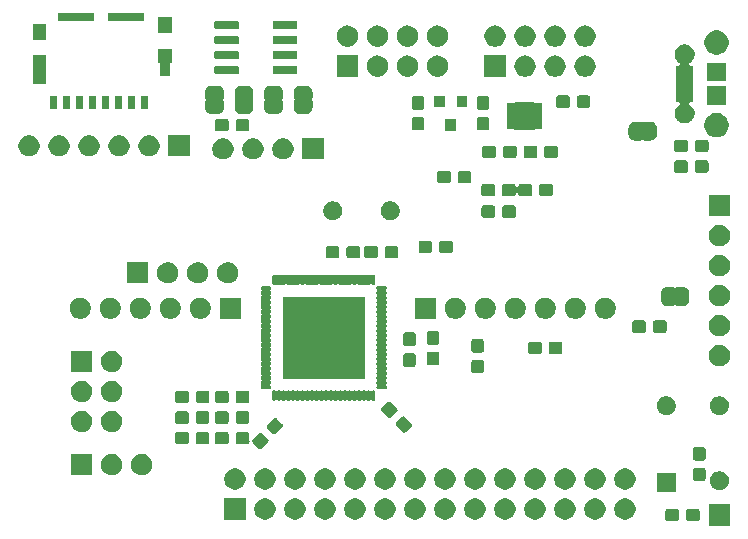
<source format=gbr>
G04 #@! TF.GenerationSoftware,KiCad,Pcbnew,(5.1.6)-1*
G04 #@! TF.CreationDate,2020-07-10T21:29:36-04:00*
G04 #@! TF.ProjectId,f1c200s,66316332-3030-4732-9e6b-696361645f70,rev?*
G04 #@! TF.SameCoordinates,Original*
G04 #@! TF.FileFunction,Soldermask,Top*
G04 #@! TF.FilePolarity,Negative*
%FSLAX46Y46*%
G04 Gerber Fmt 4.6, Leading zero omitted, Abs format (unit mm)*
G04 Created by KiCad (PCBNEW (5.1.6)-1) date 2020-07-10 21:29:36*
%MOMM*%
%LPD*%
G01*
G04 APERTURE LIST*
%ADD10C,0.100000*%
G04 APERTURE END LIST*
D10*
G36*
X273151000Y-63901000D02*
G01*
X271349000Y-63901000D01*
X271349000Y-62099000D01*
X273151000Y-62099000D01*
X273151000Y-63901000D01*
G37*
G36*
X270414499Y-62478445D02*
G01*
X270451995Y-62489820D01*
X270486554Y-62508292D01*
X270516847Y-62533153D01*
X270541708Y-62563446D01*
X270560180Y-62598005D01*
X270571555Y-62635501D01*
X270576000Y-62680638D01*
X270576000Y-63319362D01*
X270571555Y-63364499D01*
X270560180Y-63401995D01*
X270541708Y-63436554D01*
X270516847Y-63466847D01*
X270486554Y-63491708D01*
X270451995Y-63510180D01*
X270414499Y-63521555D01*
X270369362Y-63526000D01*
X269630638Y-63526000D01*
X269585501Y-63521555D01*
X269548005Y-63510180D01*
X269513446Y-63491708D01*
X269483153Y-63466847D01*
X269458292Y-63436554D01*
X269439820Y-63401995D01*
X269428445Y-63364499D01*
X269424000Y-63319362D01*
X269424000Y-62680638D01*
X269428445Y-62635501D01*
X269439820Y-62598005D01*
X269458292Y-62563446D01*
X269483153Y-62533153D01*
X269513446Y-62508292D01*
X269548005Y-62489820D01*
X269585501Y-62478445D01*
X269630638Y-62474000D01*
X270369362Y-62474000D01*
X270414499Y-62478445D01*
G37*
G36*
X268664499Y-62478445D02*
G01*
X268701995Y-62489820D01*
X268736554Y-62508292D01*
X268766847Y-62533153D01*
X268791708Y-62563446D01*
X268810180Y-62598005D01*
X268821555Y-62635501D01*
X268826000Y-62680638D01*
X268826000Y-63319362D01*
X268821555Y-63364499D01*
X268810180Y-63401995D01*
X268791708Y-63436554D01*
X268766847Y-63466847D01*
X268736554Y-63491708D01*
X268701995Y-63510180D01*
X268664499Y-63521555D01*
X268619362Y-63526000D01*
X267880638Y-63526000D01*
X267835501Y-63521555D01*
X267798005Y-63510180D01*
X267763446Y-63491708D01*
X267733153Y-63466847D01*
X267708292Y-63436554D01*
X267689820Y-63401995D01*
X267678445Y-63364499D01*
X267674000Y-63319362D01*
X267674000Y-62680638D01*
X267678445Y-62635501D01*
X267689820Y-62598005D01*
X267708292Y-62563446D01*
X267733153Y-62533153D01*
X267763446Y-62508292D01*
X267798005Y-62489820D01*
X267835501Y-62478445D01*
X267880638Y-62474000D01*
X268619362Y-62474000D01*
X268664499Y-62478445D01*
G37*
G36*
X256743512Y-61603927D02*
G01*
X256892812Y-61633624D01*
X257056784Y-61701544D01*
X257204354Y-61800147D01*
X257329853Y-61925646D01*
X257428456Y-62073216D01*
X257496376Y-62237188D01*
X257531000Y-62411259D01*
X257531000Y-62588741D01*
X257496376Y-62762812D01*
X257428456Y-62926784D01*
X257329853Y-63074354D01*
X257204354Y-63199853D01*
X257056784Y-63298456D01*
X256892812Y-63366376D01*
X256743512Y-63396073D01*
X256718742Y-63401000D01*
X256541258Y-63401000D01*
X256516488Y-63396073D01*
X256367188Y-63366376D01*
X256203216Y-63298456D01*
X256055646Y-63199853D01*
X255930147Y-63074354D01*
X255831544Y-62926784D01*
X255763624Y-62762812D01*
X255729000Y-62588741D01*
X255729000Y-62411259D01*
X255763624Y-62237188D01*
X255831544Y-62073216D01*
X255930147Y-61925646D01*
X256055646Y-61800147D01*
X256203216Y-61701544D01*
X256367188Y-61633624D01*
X256516488Y-61603927D01*
X256541258Y-61599000D01*
X256718742Y-61599000D01*
X256743512Y-61603927D01*
G37*
G36*
X264363512Y-61603927D02*
G01*
X264512812Y-61633624D01*
X264676784Y-61701544D01*
X264824354Y-61800147D01*
X264949853Y-61925646D01*
X265048456Y-62073216D01*
X265116376Y-62237188D01*
X265151000Y-62411259D01*
X265151000Y-62588741D01*
X265116376Y-62762812D01*
X265048456Y-62926784D01*
X264949853Y-63074354D01*
X264824354Y-63199853D01*
X264676784Y-63298456D01*
X264512812Y-63366376D01*
X264363512Y-63396073D01*
X264338742Y-63401000D01*
X264161258Y-63401000D01*
X264136488Y-63396073D01*
X263987188Y-63366376D01*
X263823216Y-63298456D01*
X263675646Y-63199853D01*
X263550147Y-63074354D01*
X263451544Y-62926784D01*
X263383624Y-62762812D01*
X263349000Y-62588741D01*
X263349000Y-62411259D01*
X263383624Y-62237188D01*
X263451544Y-62073216D01*
X263550147Y-61925646D01*
X263675646Y-61800147D01*
X263823216Y-61701544D01*
X263987188Y-61633624D01*
X264136488Y-61603927D01*
X264161258Y-61599000D01*
X264338742Y-61599000D01*
X264363512Y-61603927D01*
G37*
G36*
X261823512Y-61603927D02*
G01*
X261972812Y-61633624D01*
X262136784Y-61701544D01*
X262284354Y-61800147D01*
X262409853Y-61925646D01*
X262508456Y-62073216D01*
X262576376Y-62237188D01*
X262611000Y-62411259D01*
X262611000Y-62588741D01*
X262576376Y-62762812D01*
X262508456Y-62926784D01*
X262409853Y-63074354D01*
X262284354Y-63199853D01*
X262136784Y-63298456D01*
X261972812Y-63366376D01*
X261823512Y-63396073D01*
X261798742Y-63401000D01*
X261621258Y-63401000D01*
X261596488Y-63396073D01*
X261447188Y-63366376D01*
X261283216Y-63298456D01*
X261135646Y-63199853D01*
X261010147Y-63074354D01*
X260911544Y-62926784D01*
X260843624Y-62762812D01*
X260809000Y-62588741D01*
X260809000Y-62411259D01*
X260843624Y-62237188D01*
X260911544Y-62073216D01*
X261010147Y-61925646D01*
X261135646Y-61800147D01*
X261283216Y-61701544D01*
X261447188Y-61633624D01*
X261596488Y-61603927D01*
X261621258Y-61599000D01*
X261798742Y-61599000D01*
X261823512Y-61603927D01*
G37*
G36*
X259283512Y-61603927D02*
G01*
X259432812Y-61633624D01*
X259596784Y-61701544D01*
X259744354Y-61800147D01*
X259869853Y-61925646D01*
X259968456Y-62073216D01*
X260036376Y-62237188D01*
X260071000Y-62411259D01*
X260071000Y-62588741D01*
X260036376Y-62762812D01*
X259968456Y-62926784D01*
X259869853Y-63074354D01*
X259744354Y-63199853D01*
X259596784Y-63298456D01*
X259432812Y-63366376D01*
X259283512Y-63396073D01*
X259258742Y-63401000D01*
X259081258Y-63401000D01*
X259056488Y-63396073D01*
X258907188Y-63366376D01*
X258743216Y-63298456D01*
X258595646Y-63199853D01*
X258470147Y-63074354D01*
X258371544Y-62926784D01*
X258303624Y-62762812D01*
X258269000Y-62588741D01*
X258269000Y-62411259D01*
X258303624Y-62237188D01*
X258371544Y-62073216D01*
X258470147Y-61925646D01*
X258595646Y-61800147D01*
X258743216Y-61701544D01*
X258907188Y-61633624D01*
X259056488Y-61603927D01*
X259081258Y-61599000D01*
X259258742Y-61599000D01*
X259283512Y-61603927D01*
G37*
G36*
X254203512Y-61603927D02*
G01*
X254352812Y-61633624D01*
X254516784Y-61701544D01*
X254664354Y-61800147D01*
X254789853Y-61925646D01*
X254888456Y-62073216D01*
X254956376Y-62237188D01*
X254991000Y-62411259D01*
X254991000Y-62588741D01*
X254956376Y-62762812D01*
X254888456Y-62926784D01*
X254789853Y-63074354D01*
X254664354Y-63199853D01*
X254516784Y-63298456D01*
X254352812Y-63366376D01*
X254203512Y-63396073D01*
X254178742Y-63401000D01*
X254001258Y-63401000D01*
X253976488Y-63396073D01*
X253827188Y-63366376D01*
X253663216Y-63298456D01*
X253515646Y-63199853D01*
X253390147Y-63074354D01*
X253291544Y-62926784D01*
X253223624Y-62762812D01*
X253189000Y-62588741D01*
X253189000Y-62411259D01*
X253223624Y-62237188D01*
X253291544Y-62073216D01*
X253390147Y-61925646D01*
X253515646Y-61800147D01*
X253663216Y-61701544D01*
X253827188Y-61633624D01*
X253976488Y-61603927D01*
X254001258Y-61599000D01*
X254178742Y-61599000D01*
X254203512Y-61603927D01*
G37*
G36*
X251663512Y-61603927D02*
G01*
X251812812Y-61633624D01*
X251976784Y-61701544D01*
X252124354Y-61800147D01*
X252249853Y-61925646D01*
X252348456Y-62073216D01*
X252416376Y-62237188D01*
X252451000Y-62411259D01*
X252451000Y-62588741D01*
X252416376Y-62762812D01*
X252348456Y-62926784D01*
X252249853Y-63074354D01*
X252124354Y-63199853D01*
X251976784Y-63298456D01*
X251812812Y-63366376D01*
X251663512Y-63396073D01*
X251638742Y-63401000D01*
X251461258Y-63401000D01*
X251436488Y-63396073D01*
X251287188Y-63366376D01*
X251123216Y-63298456D01*
X250975646Y-63199853D01*
X250850147Y-63074354D01*
X250751544Y-62926784D01*
X250683624Y-62762812D01*
X250649000Y-62588741D01*
X250649000Y-62411259D01*
X250683624Y-62237188D01*
X250751544Y-62073216D01*
X250850147Y-61925646D01*
X250975646Y-61800147D01*
X251123216Y-61701544D01*
X251287188Y-61633624D01*
X251436488Y-61603927D01*
X251461258Y-61599000D01*
X251638742Y-61599000D01*
X251663512Y-61603927D01*
G37*
G36*
X249123512Y-61603927D02*
G01*
X249272812Y-61633624D01*
X249436784Y-61701544D01*
X249584354Y-61800147D01*
X249709853Y-61925646D01*
X249808456Y-62073216D01*
X249876376Y-62237188D01*
X249911000Y-62411259D01*
X249911000Y-62588741D01*
X249876376Y-62762812D01*
X249808456Y-62926784D01*
X249709853Y-63074354D01*
X249584354Y-63199853D01*
X249436784Y-63298456D01*
X249272812Y-63366376D01*
X249123512Y-63396073D01*
X249098742Y-63401000D01*
X248921258Y-63401000D01*
X248896488Y-63396073D01*
X248747188Y-63366376D01*
X248583216Y-63298456D01*
X248435646Y-63199853D01*
X248310147Y-63074354D01*
X248211544Y-62926784D01*
X248143624Y-62762812D01*
X248109000Y-62588741D01*
X248109000Y-62411259D01*
X248143624Y-62237188D01*
X248211544Y-62073216D01*
X248310147Y-61925646D01*
X248435646Y-61800147D01*
X248583216Y-61701544D01*
X248747188Y-61633624D01*
X248896488Y-61603927D01*
X248921258Y-61599000D01*
X249098742Y-61599000D01*
X249123512Y-61603927D01*
G37*
G36*
X246583512Y-61603927D02*
G01*
X246732812Y-61633624D01*
X246896784Y-61701544D01*
X247044354Y-61800147D01*
X247169853Y-61925646D01*
X247268456Y-62073216D01*
X247336376Y-62237188D01*
X247371000Y-62411259D01*
X247371000Y-62588741D01*
X247336376Y-62762812D01*
X247268456Y-62926784D01*
X247169853Y-63074354D01*
X247044354Y-63199853D01*
X246896784Y-63298456D01*
X246732812Y-63366376D01*
X246583512Y-63396073D01*
X246558742Y-63401000D01*
X246381258Y-63401000D01*
X246356488Y-63396073D01*
X246207188Y-63366376D01*
X246043216Y-63298456D01*
X245895646Y-63199853D01*
X245770147Y-63074354D01*
X245671544Y-62926784D01*
X245603624Y-62762812D01*
X245569000Y-62588741D01*
X245569000Y-62411259D01*
X245603624Y-62237188D01*
X245671544Y-62073216D01*
X245770147Y-61925646D01*
X245895646Y-61800147D01*
X246043216Y-61701544D01*
X246207188Y-61633624D01*
X246356488Y-61603927D01*
X246381258Y-61599000D01*
X246558742Y-61599000D01*
X246583512Y-61603927D01*
G37*
G36*
X244043512Y-61603927D02*
G01*
X244192812Y-61633624D01*
X244356784Y-61701544D01*
X244504354Y-61800147D01*
X244629853Y-61925646D01*
X244728456Y-62073216D01*
X244796376Y-62237188D01*
X244831000Y-62411259D01*
X244831000Y-62588741D01*
X244796376Y-62762812D01*
X244728456Y-62926784D01*
X244629853Y-63074354D01*
X244504354Y-63199853D01*
X244356784Y-63298456D01*
X244192812Y-63366376D01*
X244043512Y-63396073D01*
X244018742Y-63401000D01*
X243841258Y-63401000D01*
X243816488Y-63396073D01*
X243667188Y-63366376D01*
X243503216Y-63298456D01*
X243355646Y-63199853D01*
X243230147Y-63074354D01*
X243131544Y-62926784D01*
X243063624Y-62762812D01*
X243029000Y-62588741D01*
X243029000Y-62411259D01*
X243063624Y-62237188D01*
X243131544Y-62073216D01*
X243230147Y-61925646D01*
X243355646Y-61800147D01*
X243503216Y-61701544D01*
X243667188Y-61633624D01*
X243816488Y-61603927D01*
X243841258Y-61599000D01*
X244018742Y-61599000D01*
X244043512Y-61603927D01*
G37*
G36*
X241503512Y-61603927D02*
G01*
X241652812Y-61633624D01*
X241816784Y-61701544D01*
X241964354Y-61800147D01*
X242089853Y-61925646D01*
X242188456Y-62073216D01*
X242256376Y-62237188D01*
X242291000Y-62411259D01*
X242291000Y-62588741D01*
X242256376Y-62762812D01*
X242188456Y-62926784D01*
X242089853Y-63074354D01*
X241964354Y-63199853D01*
X241816784Y-63298456D01*
X241652812Y-63366376D01*
X241503512Y-63396073D01*
X241478742Y-63401000D01*
X241301258Y-63401000D01*
X241276488Y-63396073D01*
X241127188Y-63366376D01*
X240963216Y-63298456D01*
X240815646Y-63199853D01*
X240690147Y-63074354D01*
X240591544Y-62926784D01*
X240523624Y-62762812D01*
X240489000Y-62588741D01*
X240489000Y-62411259D01*
X240523624Y-62237188D01*
X240591544Y-62073216D01*
X240690147Y-61925646D01*
X240815646Y-61800147D01*
X240963216Y-61701544D01*
X241127188Y-61633624D01*
X241276488Y-61603927D01*
X241301258Y-61599000D01*
X241478742Y-61599000D01*
X241503512Y-61603927D01*
G37*
G36*
X238963512Y-61603927D02*
G01*
X239112812Y-61633624D01*
X239276784Y-61701544D01*
X239424354Y-61800147D01*
X239549853Y-61925646D01*
X239648456Y-62073216D01*
X239716376Y-62237188D01*
X239751000Y-62411259D01*
X239751000Y-62588741D01*
X239716376Y-62762812D01*
X239648456Y-62926784D01*
X239549853Y-63074354D01*
X239424354Y-63199853D01*
X239276784Y-63298456D01*
X239112812Y-63366376D01*
X238963512Y-63396073D01*
X238938742Y-63401000D01*
X238761258Y-63401000D01*
X238736488Y-63396073D01*
X238587188Y-63366376D01*
X238423216Y-63298456D01*
X238275646Y-63199853D01*
X238150147Y-63074354D01*
X238051544Y-62926784D01*
X237983624Y-62762812D01*
X237949000Y-62588741D01*
X237949000Y-62411259D01*
X237983624Y-62237188D01*
X238051544Y-62073216D01*
X238150147Y-61925646D01*
X238275646Y-61800147D01*
X238423216Y-61701544D01*
X238587188Y-61633624D01*
X238736488Y-61603927D01*
X238761258Y-61599000D01*
X238938742Y-61599000D01*
X238963512Y-61603927D01*
G37*
G36*
X236423512Y-61603927D02*
G01*
X236572812Y-61633624D01*
X236736784Y-61701544D01*
X236884354Y-61800147D01*
X237009853Y-61925646D01*
X237108456Y-62073216D01*
X237176376Y-62237188D01*
X237211000Y-62411259D01*
X237211000Y-62588741D01*
X237176376Y-62762812D01*
X237108456Y-62926784D01*
X237009853Y-63074354D01*
X236884354Y-63199853D01*
X236736784Y-63298456D01*
X236572812Y-63366376D01*
X236423512Y-63396073D01*
X236398742Y-63401000D01*
X236221258Y-63401000D01*
X236196488Y-63396073D01*
X236047188Y-63366376D01*
X235883216Y-63298456D01*
X235735646Y-63199853D01*
X235610147Y-63074354D01*
X235511544Y-62926784D01*
X235443624Y-62762812D01*
X235409000Y-62588741D01*
X235409000Y-62411259D01*
X235443624Y-62237188D01*
X235511544Y-62073216D01*
X235610147Y-61925646D01*
X235735646Y-61800147D01*
X235883216Y-61701544D01*
X236047188Y-61633624D01*
X236196488Y-61603927D01*
X236221258Y-61599000D01*
X236398742Y-61599000D01*
X236423512Y-61603927D01*
G37*
G36*
X233883512Y-61603927D02*
G01*
X234032812Y-61633624D01*
X234196784Y-61701544D01*
X234344354Y-61800147D01*
X234469853Y-61925646D01*
X234568456Y-62073216D01*
X234636376Y-62237188D01*
X234671000Y-62411259D01*
X234671000Y-62588741D01*
X234636376Y-62762812D01*
X234568456Y-62926784D01*
X234469853Y-63074354D01*
X234344354Y-63199853D01*
X234196784Y-63298456D01*
X234032812Y-63366376D01*
X233883512Y-63396073D01*
X233858742Y-63401000D01*
X233681258Y-63401000D01*
X233656488Y-63396073D01*
X233507188Y-63366376D01*
X233343216Y-63298456D01*
X233195646Y-63199853D01*
X233070147Y-63074354D01*
X232971544Y-62926784D01*
X232903624Y-62762812D01*
X232869000Y-62588741D01*
X232869000Y-62411259D01*
X232903624Y-62237188D01*
X232971544Y-62073216D01*
X233070147Y-61925646D01*
X233195646Y-61800147D01*
X233343216Y-61701544D01*
X233507188Y-61633624D01*
X233656488Y-61603927D01*
X233681258Y-61599000D01*
X233858742Y-61599000D01*
X233883512Y-61603927D01*
G37*
G36*
X232131000Y-63401000D02*
G01*
X230329000Y-63401000D01*
X230329000Y-61599000D01*
X232131000Y-61599000D01*
X232131000Y-63401000D01*
G37*
G36*
X268550299Y-61050302D02*
G01*
X266949699Y-61050302D01*
X266949699Y-59449702D01*
X268550299Y-59449702D01*
X268550299Y-61050302D01*
G37*
G36*
X272406131Y-59315079D02*
G01*
X272483439Y-59330456D01*
X272556262Y-59360621D01*
X272629085Y-59390785D01*
X272760159Y-59478365D01*
X272871636Y-59589842D01*
X272959216Y-59720916D01*
X273019545Y-59866563D01*
X273050300Y-60021177D01*
X273050300Y-60178825D01*
X273019545Y-60333439D01*
X272959216Y-60479086D01*
X272871636Y-60610160D01*
X272760159Y-60721637D01*
X272629085Y-60809217D01*
X272556262Y-60839381D01*
X272483439Y-60869546D01*
X272406131Y-60884924D01*
X272328824Y-60900301D01*
X272171176Y-60900301D01*
X272093869Y-60884923D01*
X272016561Y-60869546D01*
X271943739Y-60839382D01*
X271870915Y-60809217D01*
X271739841Y-60721637D01*
X271628364Y-60610160D01*
X271540784Y-60479086D01*
X271480455Y-60333439D01*
X271449700Y-60178825D01*
X271449700Y-60021177D01*
X271480455Y-59866563D01*
X271540784Y-59720916D01*
X271628364Y-59589842D01*
X271739841Y-59478365D01*
X271870915Y-59390785D01*
X271943738Y-59360621D01*
X272016561Y-59330456D01*
X272093869Y-59315079D01*
X272171176Y-59299701D01*
X272328824Y-59299701D01*
X272406131Y-59315079D01*
G37*
G36*
X238963512Y-59063927D02*
G01*
X239112812Y-59093624D01*
X239276784Y-59161544D01*
X239424354Y-59260147D01*
X239549853Y-59385646D01*
X239648456Y-59533216D01*
X239716376Y-59697188D01*
X239751000Y-59871259D01*
X239751000Y-60048741D01*
X239716376Y-60222812D01*
X239648456Y-60386784D01*
X239549853Y-60534354D01*
X239424354Y-60659853D01*
X239276784Y-60758456D01*
X239112812Y-60826376D01*
X238963512Y-60856073D01*
X238938742Y-60861000D01*
X238761258Y-60861000D01*
X238736488Y-60856073D01*
X238587188Y-60826376D01*
X238423216Y-60758456D01*
X238275646Y-60659853D01*
X238150147Y-60534354D01*
X238051544Y-60386784D01*
X237983624Y-60222812D01*
X237949000Y-60048741D01*
X237949000Y-59871259D01*
X237983624Y-59697188D01*
X238051544Y-59533216D01*
X238150147Y-59385646D01*
X238275646Y-59260147D01*
X238423216Y-59161544D01*
X238587188Y-59093624D01*
X238736488Y-59063927D01*
X238761258Y-59059000D01*
X238938742Y-59059000D01*
X238963512Y-59063927D01*
G37*
G36*
X236423512Y-59063927D02*
G01*
X236572812Y-59093624D01*
X236736784Y-59161544D01*
X236884354Y-59260147D01*
X237009853Y-59385646D01*
X237108456Y-59533216D01*
X237176376Y-59697188D01*
X237211000Y-59871259D01*
X237211000Y-60048741D01*
X237176376Y-60222812D01*
X237108456Y-60386784D01*
X237009853Y-60534354D01*
X236884354Y-60659853D01*
X236736784Y-60758456D01*
X236572812Y-60826376D01*
X236423512Y-60856073D01*
X236398742Y-60861000D01*
X236221258Y-60861000D01*
X236196488Y-60856073D01*
X236047188Y-60826376D01*
X235883216Y-60758456D01*
X235735646Y-60659853D01*
X235610147Y-60534354D01*
X235511544Y-60386784D01*
X235443624Y-60222812D01*
X235409000Y-60048741D01*
X235409000Y-59871259D01*
X235443624Y-59697188D01*
X235511544Y-59533216D01*
X235610147Y-59385646D01*
X235735646Y-59260147D01*
X235883216Y-59161544D01*
X236047188Y-59093624D01*
X236196488Y-59063927D01*
X236221258Y-59059000D01*
X236398742Y-59059000D01*
X236423512Y-59063927D01*
G37*
G36*
X233883512Y-59063927D02*
G01*
X234032812Y-59093624D01*
X234196784Y-59161544D01*
X234344354Y-59260147D01*
X234469853Y-59385646D01*
X234568456Y-59533216D01*
X234636376Y-59697188D01*
X234671000Y-59871259D01*
X234671000Y-60048741D01*
X234636376Y-60222812D01*
X234568456Y-60386784D01*
X234469853Y-60534354D01*
X234344354Y-60659853D01*
X234196784Y-60758456D01*
X234032812Y-60826376D01*
X233883512Y-60856073D01*
X233858742Y-60861000D01*
X233681258Y-60861000D01*
X233656488Y-60856073D01*
X233507188Y-60826376D01*
X233343216Y-60758456D01*
X233195646Y-60659853D01*
X233070147Y-60534354D01*
X232971544Y-60386784D01*
X232903624Y-60222812D01*
X232869000Y-60048741D01*
X232869000Y-59871259D01*
X232903624Y-59697188D01*
X232971544Y-59533216D01*
X233070147Y-59385646D01*
X233195646Y-59260147D01*
X233343216Y-59161544D01*
X233507188Y-59093624D01*
X233656488Y-59063927D01*
X233681258Y-59059000D01*
X233858742Y-59059000D01*
X233883512Y-59063927D01*
G37*
G36*
X231343512Y-59063927D02*
G01*
X231492812Y-59093624D01*
X231656784Y-59161544D01*
X231804354Y-59260147D01*
X231929853Y-59385646D01*
X232028456Y-59533216D01*
X232096376Y-59697188D01*
X232131000Y-59871259D01*
X232131000Y-60048741D01*
X232096376Y-60222812D01*
X232028456Y-60386784D01*
X231929853Y-60534354D01*
X231804354Y-60659853D01*
X231656784Y-60758456D01*
X231492812Y-60826376D01*
X231343512Y-60856073D01*
X231318742Y-60861000D01*
X231141258Y-60861000D01*
X231116488Y-60856073D01*
X230967188Y-60826376D01*
X230803216Y-60758456D01*
X230655646Y-60659853D01*
X230530147Y-60534354D01*
X230431544Y-60386784D01*
X230363624Y-60222812D01*
X230329000Y-60048741D01*
X230329000Y-59871259D01*
X230363624Y-59697188D01*
X230431544Y-59533216D01*
X230530147Y-59385646D01*
X230655646Y-59260147D01*
X230803216Y-59161544D01*
X230967188Y-59093624D01*
X231116488Y-59063927D01*
X231141258Y-59059000D01*
X231318742Y-59059000D01*
X231343512Y-59063927D01*
G37*
G36*
X264363512Y-59063927D02*
G01*
X264512812Y-59093624D01*
X264676784Y-59161544D01*
X264824354Y-59260147D01*
X264949853Y-59385646D01*
X265048456Y-59533216D01*
X265116376Y-59697188D01*
X265151000Y-59871259D01*
X265151000Y-60048741D01*
X265116376Y-60222812D01*
X265048456Y-60386784D01*
X264949853Y-60534354D01*
X264824354Y-60659853D01*
X264676784Y-60758456D01*
X264512812Y-60826376D01*
X264363512Y-60856073D01*
X264338742Y-60861000D01*
X264161258Y-60861000D01*
X264136488Y-60856073D01*
X263987188Y-60826376D01*
X263823216Y-60758456D01*
X263675646Y-60659853D01*
X263550147Y-60534354D01*
X263451544Y-60386784D01*
X263383624Y-60222812D01*
X263349000Y-60048741D01*
X263349000Y-59871259D01*
X263383624Y-59697188D01*
X263451544Y-59533216D01*
X263550147Y-59385646D01*
X263675646Y-59260147D01*
X263823216Y-59161544D01*
X263987188Y-59093624D01*
X264136488Y-59063927D01*
X264161258Y-59059000D01*
X264338742Y-59059000D01*
X264363512Y-59063927D01*
G37*
G36*
X261823512Y-59063927D02*
G01*
X261972812Y-59093624D01*
X262136784Y-59161544D01*
X262284354Y-59260147D01*
X262409853Y-59385646D01*
X262508456Y-59533216D01*
X262576376Y-59697188D01*
X262611000Y-59871259D01*
X262611000Y-60048741D01*
X262576376Y-60222812D01*
X262508456Y-60386784D01*
X262409853Y-60534354D01*
X262284354Y-60659853D01*
X262136784Y-60758456D01*
X261972812Y-60826376D01*
X261823512Y-60856073D01*
X261798742Y-60861000D01*
X261621258Y-60861000D01*
X261596488Y-60856073D01*
X261447188Y-60826376D01*
X261283216Y-60758456D01*
X261135646Y-60659853D01*
X261010147Y-60534354D01*
X260911544Y-60386784D01*
X260843624Y-60222812D01*
X260809000Y-60048741D01*
X260809000Y-59871259D01*
X260843624Y-59697188D01*
X260911544Y-59533216D01*
X261010147Y-59385646D01*
X261135646Y-59260147D01*
X261283216Y-59161544D01*
X261447188Y-59093624D01*
X261596488Y-59063927D01*
X261621258Y-59059000D01*
X261798742Y-59059000D01*
X261823512Y-59063927D01*
G37*
G36*
X259283512Y-59063927D02*
G01*
X259432812Y-59093624D01*
X259596784Y-59161544D01*
X259744354Y-59260147D01*
X259869853Y-59385646D01*
X259968456Y-59533216D01*
X260036376Y-59697188D01*
X260071000Y-59871259D01*
X260071000Y-60048741D01*
X260036376Y-60222812D01*
X259968456Y-60386784D01*
X259869853Y-60534354D01*
X259744354Y-60659853D01*
X259596784Y-60758456D01*
X259432812Y-60826376D01*
X259283512Y-60856073D01*
X259258742Y-60861000D01*
X259081258Y-60861000D01*
X259056488Y-60856073D01*
X258907188Y-60826376D01*
X258743216Y-60758456D01*
X258595646Y-60659853D01*
X258470147Y-60534354D01*
X258371544Y-60386784D01*
X258303624Y-60222812D01*
X258269000Y-60048741D01*
X258269000Y-59871259D01*
X258303624Y-59697188D01*
X258371544Y-59533216D01*
X258470147Y-59385646D01*
X258595646Y-59260147D01*
X258743216Y-59161544D01*
X258907188Y-59093624D01*
X259056488Y-59063927D01*
X259081258Y-59059000D01*
X259258742Y-59059000D01*
X259283512Y-59063927D01*
G37*
G36*
X256743512Y-59063927D02*
G01*
X256892812Y-59093624D01*
X257056784Y-59161544D01*
X257204354Y-59260147D01*
X257329853Y-59385646D01*
X257428456Y-59533216D01*
X257496376Y-59697188D01*
X257531000Y-59871259D01*
X257531000Y-60048741D01*
X257496376Y-60222812D01*
X257428456Y-60386784D01*
X257329853Y-60534354D01*
X257204354Y-60659853D01*
X257056784Y-60758456D01*
X256892812Y-60826376D01*
X256743512Y-60856073D01*
X256718742Y-60861000D01*
X256541258Y-60861000D01*
X256516488Y-60856073D01*
X256367188Y-60826376D01*
X256203216Y-60758456D01*
X256055646Y-60659853D01*
X255930147Y-60534354D01*
X255831544Y-60386784D01*
X255763624Y-60222812D01*
X255729000Y-60048741D01*
X255729000Y-59871259D01*
X255763624Y-59697188D01*
X255831544Y-59533216D01*
X255930147Y-59385646D01*
X256055646Y-59260147D01*
X256203216Y-59161544D01*
X256367188Y-59093624D01*
X256516488Y-59063927D01*
X256541258Y-59059000D01*
X256718742Y-59059000D01*
X256743512Y-59063927D01*
G37*
G36*
X254203512Y-59063927D02*
G01*
X254352812Y-59093624D01*
X254516784Y-59161544D01*
X254664354Y-59260147D01*
X254789853Y-59385646D01*
X254888456Y-59533216D01*
X254956376Y-59697188D01*
X254991000Y-59871259D01*
X254991000Y-60048741D01*
X254956376Y-60222812D01*
X254888456Y-60386784D01*
X254789853Y-60534354D01*
X254664354Y-60659853D01*
X254516784Y-60758456D01*
X254352812Y-60826376D01*
X254203512Y-60856073D01*
X254178742Y-60861000D01*
X254001258Y-60861000D01*
X253976488Y-60856073D01*
X253827188Y-60826376D01*
X253663216Y-60758456D01*
X253515646Y-60659853D01*
X253390147Y-60534354D01*
X253291544Y-60386784D01*
X253223624Y-60222812D01*
X253189000Y-60048741D01*
X253189000Y-59871259D01*
X253223624Y-59697188D01*
X253291544Y-59533216D01*
X253390147Y-59385646D01*
X253515646Y-59260147D01*
X253663216Y-59161544D01*
X253827188Y-59093624D01*
X253976488Y-59063927D01*
X254001258Y-59059000D01*
X254178742Y-59059000D01*
X254203512Y-59063927D01*
G37*
G36*
X246583512Y-59063927D02*
G01*
X246732812Y-59093624D01*
X246896784Y-59161544D01*
X247044354Y-59260147D01*
X247169853Y-59385646D01*
X247268456Y-59533216D01*
X247336376Y-59697188D01*
X247371000Y-59871259D01*
X247371000Y-60048741D01*
X247336376Y-60222812D01*
X247268456Y-60386784D01*
X247169853Y-60534354D01*
X247044354Y-60659853D01*
X246896784Y-60758456D01*
X246732812Y-60826376D01*
X246583512Y-60856073D01*
X246558742Y-60861000D01*
X246381258Y-60861000D01*
X246356488Y-60856073D01*
X246207188Y-60826376D01*
X246043216Y-60758456D01*
X245895646Y-60659853D01*
X245770147Y-60534354D01*
X245671544Y-60386784D01*
X245603624Y-60222812D01*
X245569000Y-60048741D01*
X245569000Y-59871259D01*
X245603624Y-59697188D01*
X245671544Y-59533216D01*
X245770147Y-59385646D01*
X245895646Y-59260147D01*
X246043216Y-59161544D01*
X246207188Y-59093624D01*
X246356488Y-59063927D01*
X246381258Y-59059000D01*
X246558742Y-59059000D01*
X246583512Y-59063927D01*
G37*
G36*
X244043512Y-59063927D02*
G01*
X244192812Y-59093624D01*
X244356784Y-59161544D01*
X244504354Y-59260147D01*
X244629853Y-59385646D01*
X244728456Y-59533216D01*
X244796376Y-59697188D01*
X244831000Y-59871259D01*
X244831000Y-60048741D01*
X244796376Y-60222812D01*
X244728456Y-60386784D01*
X244629853Y-60534354D01*
X244504354Y-60659853D01*
X244356784Y-60758456D01*
X244192812Y-60826376D01*
X244043512Y-60856073D01*
X244018742Y-60861000D01*
X243841258Y-60861000D01*
X243816488Y-60856073D01*
X243667188Y-60826376D01*
X243503216Y-60758456D01*
X243355646Y-60659853D01*
X243230147Y-60534354D01*
X243131544Y-60386784D01*
X243063624Y-60222812D01*
X243029000Y-60048741D01*
X243029000Y-59871259D01*
X243063624Y-59697188D01*
X243131544Y-59533216D01*
X243230147Y-59385646D01*
X243355646Y-59260147D01*
X243503216Y-59161544D01*
X243667188Y-59093624D01*
X243816488Y-59063927D01*
X243841258Y-59059000D01*
X244018742Y-59059000D01*
X244043512Y-59063927D01*
G37*
G36*
X249123512Y-59063927D02*
G01*
X249272812Y-59093624D01*
X249436784Y-59161544D01*
X249584354Y-59260147D01*
X249709853Y-59385646D01*
X249808456Y-59533216D01*
X249876376Y-59697188D01*
X249911000Y-59871259D01*
X249911000Y-60048741D01*
X249876376Y-60222812D01*
X249808456Y-60386784D01*
X249709853Y-60534354D01*
X249584354Y-60659853D01*
X249436784Y-60758456D01*
X249272812Y-60826376D01*
X249123512Y-60856073D01*
X249098742Y-60861000D01*
X248921258Y-60861000D01*
X248896488Y-60856073D01*
X248747188Y-60826376D01*
X248583216Y-60758456D01*
X248435646Y-60659853D01*
X248310147Y-60534354D01*
X248211544Y-60386784D01*
X248143624Y-60222812D01*
X248109000Y-60048741D01*
X248109000Y-59871259D01*
X248143624Y-59697188D01*
X248211544Y-59533216D01*
X248310147Y-59385646D01*
X248435646Y-59260147D01*
X248583216Y-59161544D01*
X248747188Y-59093624D01*
X248896488Y-59063927D01*
X248921258Y-59059000D01*
X249098742Y-59059000D01*
X249123512Y-59063927D01*
G37*
G36*
X241503512Y-59063927D02*
G01*
X241652812Y-59093624D01*
X241816784Y-59161544D01*
X241964354Y-59260147D01*
X242089853Y-59385646D01*
X242188456Y-59533216D01*
X242256376Y-59697188D01*
X242291000Y-59871259D01*
X242291000Y-60048741D01*
X242256376Y-60222812D01*
X242188456Y-60386784D01*
X242089853Y-60534354D01*
X241964354Y-60659853D01*
X241816784Y-60758456D01*
X241652812Y-60826376D01*
X241503512Y-60856073D01*
X241478742Y-60861000D01*
X241301258Y-60861000D01*
X241276488Y-60856073D01*
X241127188Y-60826376D01*
X240963216Y-60758456D01*
X240815646Y-60659853D01*
X240690147Y-60534354D01*
X240591544Y-60386784D01*
X240523624Y-60222812D01*
X240489000Y-60048741D01*
X240489000Y-59871259D01*
X240523624Y-59697188D01*
X240591544Y-59533216D01*
X240690147Y-59385646D01*
X240815646Y-59260147D01*
X240963216Y-59161544D01*
X241127188Y-59093624D01*
X241276488Y-59063927D01*
X241301258Y-59059000D01*
X241478742Y-59059000D01*
X241503512Y-59063927D01*
G37*
G36*
X251663512Y-59063927D02*
G01*
X251812812Y-59093624D01*
X251976784Y-59161544D01*
X252124354Y-59260147D01*
X252249853Y-59385646D01*
X252348456Y-59533216D01*
X252416376Y-59697188D01*
X252451000Y-59871259D01*
X252451000Y-60048741D01*
X252416376Y-60222812D01*
X252348456Y-60386784D01*
X252249853Y-60534354D01*
X252124354Y-60659853D01*
X251976784Y-60758456D01*
X251812812Y-60826376D01*
X251663512Y-60856073D01*
X251638742Y-60861000D01*
X251461258Y-60861000D01*
X251436488Y-60856073D01*
X251287188Y-60826376D01*
X251123216Y-60758456D01*
X250975646Y-60659853D01*
X250850147Y-60534354D01*
X250751544Y-60386784D01*
X250683624Y-60222812D01*
X250649000Y-60048741D01*
X250649000Y-59871259D01*
X250683624Y-59697188D01*
X250751544Y-59533216D01*
X250850147Y-59385646D01*
X250975646Y-59260147D01*
X251123216Y-59161544D01*
X251287188Y-59093624D01*
X251436488Y-59063927D01*
X251461258Y-59059000D01*
X251638742Y-59059000D01*
X251663512Y-59063927D01*
G37*
G36*
X270914499Y-59003445D02*
G01*
X270951995Y-59014820D01*
X270986554Y-59033292D01*
X271016847Y-59058153D01*
X271041708Y-59088446D01*
X271060180Y-59123005D01*
X271071555Y-59160501D01*
X271076000Y-59205638D01*
X271076000Y-59944362D01*
X271071555Y-59989499D01*
X271060180Y-60026995D01*
X271041708Y-60061554D01*
X271016847Y-60091847D01*
X270986554Y-60116708D01*
X270951995Y-60135180D01*
X270914499Y-60146555D01*
X270869362Y-60151000D01*
X270230638Y-60151000D01*
X270185501Y-60146555D01*
X270148005Y-60135180D01*
X270113446Y-60116708D01*
X270083153Y-60091847D01*
X270058292Y-60061554D01*
X270039820Y-60026995D01*
X270028445Y-59989499D01*
X270024000Y-59944362D01*
X270024000Y-59205638D01*
X270028445Y-59160501D01*
X270039820Y-59123005D01*
X270058292Y-59088446D01*
X270083153Y-59058153D01*
X270113446Y-59033292D01*
X270148005Y-59014820D01*
X270185501Y-59003445D01*
X270230638Y-58999000D01*
X270869362Y-58999000D01*
X270914499Y-59003445D01*
G37*
G36*
X220903512Y-57853927D02*
G01*
X221052812Y-57883624D01*
X221216784Y-57951544D01*
X221364354Y-58050147D01*
X221489853Y-58175646D01*
X221588456Y-58323216D01*
X221656376Y-58487188D01*
X221691000Y-58661259D01*
X221691000Y-58838741D01*
X221656376Y-59012812D01*
X221588456Y-59176784D01*
X221489853Y-59324354D01*
X221364354Y-59449853D01*
X221216784Y-59548456D01*
X221052812Y-59616376D01*
X220903512Y-59646073D01*
X220878742Y-59651000D01*
X220701258Y-59651000D01*
X220676488Y-59646073D01*
X220527188Y-59616376D01*
X220363216Y-59548456D01*
X220215646Y-59449853D01*
X220090147Y-59324354D01*
X219991544Y-59176784D01*
X219923624Y-59012812D01*
X219889000Y-58838741D01*
X219889000Y-58661259D01*
X219923624Y-58487188D01*
X219991544Y-58323216D01*
X220090147Y-58175646D01*
X220215646Y-58050147D01*
X220363216Y-57951544D01*
X220527188Y-57883624D01*
X220676488Y-57853927D01*
X220701258Y-57849000D01*
X220878742Y-57849000D01*
X220903512Y-57853927D01*
G37*
G36*
X219151000Y-59651000D02*
G01*
X217349000Y-59651000D01*
X217349000Y-57849000D01*
X219151000Y-57849000D01*
X219151000Y-59651000D01*
G37*
G36*
X223443512Y-57853927D02*
G01*
X223592812Y-57883624D01*
X223756784Y-57951544D01*
X223904354Y-58050147D01*
X224029853Y-58175646D01*
X224128456Y-58323216D01*
X224196376Y-58487188D01*
X224231000Y-58661259D01*
X224231000Y-58838741D01*
X224196376Y-59012812D01*
X224128456Y-59176784D01*
X224029853Y-59324354D01*
X223904354Y-59449853D01*
X223756784Y-59548456D01*
X223592812Y-59616376D01*
X223443512Y-59646073D01*
X223418742Y-59651000D01*
X223241258Y-59651000D01*
X223216488Y-59646073D01*
X223067188Y-59616376D01*
X222903216Y-59548456D01*
X222755646Y-59449853D01*
X222630147Y-59324354D01*
X222531544Y-59176784D01*
X222463624Y-59012812D01*
X222429000Y-58838741D01*
X222429000Y-58661259D01*
X222463624Y-58487188D01*
X222531544Y-58323216D01*
X222630147Y-58175646D01*
X222755646Y-58050147D01*
X222903216Y-57951544D01*
X223067188Y-57883624D01*
X223216488Y-57853927D01*
X223241258Y-57849000D01*
X223418742Y-57849000D01*
X223443512Y-57853927D01*
G37*
G36*
X270914499Y-57253445D02*
G01*
X270951995Y-57264820D01*
X270986554Y-57283292D01*
X271016847Y-57308153D01*
X271041708Y-57338446D01*
X271060180Y-57373005D01*
X271071555Y-57410501D01*
X271076000Y-57455638D01*
X271076000Y-58194362D01*
X271071555Y-58239499D01*
X271060180Y-58276995D01*
X271041708Y-58311554D01*
X271016847Y-58341847D01*
X270986554Y-58366708D01*
X270951995Y-58385180D01*
X270914499Y-58396555D01*
X270869362Y-58401000D01*
X270230638Y-58401000D01*
X270185501Y-58396555D01*
X270148005Y-58385180D01*
X270113446Y-58366708D01*
X270083153Y-58341847D01*
X270058292Y-58311554D01*
X270039820Y-58276995D01*
X270028445Y-58239499D01*
X270024000Y-58194362D01*
X270024000Y-57455638D01*
X270028445Y-57410501D01*
X270039820Y-57373005D01*
X270058292Y-57338446D01*
X270083153Y-57308153D01*
X270113446Y-57283292D01*
X270148005Y-57264820D01*
X270185501Y-57253445D01*
X270230638Y-57249000D01*
X270869362Y-57249000D01*
X270914499Y-57253445D01*
G37*
G36*
X233455636Y-56026981D02*
G01*
X233493132Y-56038356D01*
X233527691Y-56056828D01*
X233562755Y-56085604D01*
X234014396Y-56537245D01*
X234043172Y-56572309D01*
X234061644Y-56606868D01*
X234073019Y-56644364D01*
X234076859Y-56683363D01*
X234073019Y-56722362D01*
X234061644Y-56759858D01*
X234043172Y-56794417D01*
X234014396Y-56829481D01*
X233492045Y-57351832D01*
X233456981Y-57380608D01*
X233422422Y-57399080D01*
X233384926Y-57410455D01*
X233345927Y-57414295D01*
X233306928Y-57410455D01*
X233269432Y-57399080D01*
X233234873Y-57380608D01*
X233199809Y-57351832D01*
X232748168Y-56900191D01*
X232719392Y-56865127D01*
X232700922Y-56830571D01*
X232693842Y-56807232D01*
X232684465Y-56784594D01*
X232670851Y-56764219D01*
X232658572Y-56751940D01*
X232664387Y-56747168D01*
X232679932Y-56728226D01*
X232695616Y-56695065D01*
X232700922Y-56677575D01*
X232719392Y-56643019D01*
X232748168Y-56607955D01*
X233270519Y-56085604D01*
X233305583Y-56056828D01*
X233340142Y-56038356D01*
X233377638Y-56026981D01*
X233416637Y-56023141D01*
X233455636Y-56026981D01*
G37*
G36*
X230539499Y-55978445D02*
G01*
X230576995Y-55989820D01*
X230611554Y-56008292D01*
X230641847Y-56033153D01*
X230666708Y-56063446D01*
X230685180Y-56098005D01*
X230696555Y-56135501D01*
X230701000Y-56180638D01*
X230701000Y-56819362D01*
X230696555Y-56864499D01*
X230685180Y-56901995D01*
X230666708Y-56936554D01*
X230641847Y-56966847D01*
X230611554Y-56991708D01*
X230576995Y-57010180D01*
X230539499Y-57021555D01*
X230494362Y-57026000D01*
X229755638Y-57026000D01*
X229710501Y-57021555D01*
X229673005Y-57010180D01*
X229638446Y-56991708D01*
X229608153Y-56966847D01*
X229583292Y-56936554D01*
X229564820Y-56901995D01*
X229553445Y-56864499D01*
X229549000Y-56819362D01*
X229549000Y-56180638D01*
X229553445Y-56135501D01*
X229564820Y-56098005D01*
X229583292Y-56063446D01*
X229608153Y-56033153D01*
X229638446Y-56008292D01*
X229673005Y-55989820D01*
X229710501Y-55978445D01*
X229755638Y-55974000D01*
X230494362Y-55974000D01*
X230539499Y-55978445D01*
G37*
G36*
X232289499Y-55978445D02*
G01*
X232326995Y-55989820D01*
X232361554Y-56008292D01*
X232391847Y-56033153D01*
X232416708Y-56063446D01*
X232435180Y-56098005D01*
X232446555Y-56135501D01*
X232451000Y-56180638D01*
X232451000Y-56658780D01*
X232453402Y-56683166D01*
X232460515Y-56706615D01*
X232472066Y-56728226D01*
X232487611Y-56747168D01*
X232491477Y-56750341D01*
X232477600Y-56764218D01*
X232463986Y-56784592D01*
X232454609Y-56807231D01*
X232449828Y-56831265D01*
X232446555Y-56864499D01*
X232435180Y-56901995D01*
X232416708Y-56936554D01*
X232391847Y-56966847D01*
X232361554Y-56991708D01*
X232326995Y-57010180D01*
X232289499Y-57021555D01*
X232244362Y-57026000D01*
X231505638Y-57026000D01*
X231460501Y-57021555D01*
X231423005Y-57010180D01*
X231388446Y-56991708D01*
X231358153Y-56966847D01*
X231333292Y-56936554D01*
X231314820Y-56901995D01*
X231303445Y-56864499D01*
X231299000Y-56819362D01*
X231299000Y-56180638D01*
X231303445Y-56135501D01*
X231314820Y-56098005D01*
X231333292Y-56063446D01*
X231358153Y-56033153D01*
X231388446Y-56008292D01*
X231423005Y-55989820D01*
X231460501Y-55978445D01*
X231505638Y-55974000D01*
X232244362Y-55974000D01*
X232289499Y-55978445D01*
G37*
G36*
X227164499Y-55978445D02*
G01*
X227201995Y-55989820D01*
X227236554Y-56008292D01*
X227266847Y-56033153D01*
X227291708Y-56063446D01*
X227310180Y-56098005D01*
X227321555Y-56135501D01*
X227326000Y-56180638D01*
X227326000Y-56819362D01*
X227321555Y-56864499D01*
X227310180Y-56901995D01*
X227291708Y-56936554D01*
X227266847Y-56966847D01*
X227236554Y-56991708D01*
X227201995Y-57010180D01*
X227164499Y-57021555D01*
X227119362Y-57026000D01*
X226380638Y-57026000D01*
X226335501Y-57021555D01*
X226298005Y-57010180D01*
X226263446Y-56991708D01*
X226233153Y-56966847D01*
X226208292Y-56936554D01*
X226189820Y-56901995D01*
X226178445Y-56864499D01*
X226174000Y-56819362D01*
X226174000Y-56180638D01*
X226178445Y-56135501D01*
X226189820Y-56098005D01*
X226208292Y-56063446D01*
X226233153Y-56033153D01*
X226263446Y-56008292D01*
X226298005Y-55989820D01*
X226335501Y-55978445D01*
X226380638Y-55974000D01*
X227119362Y-55974000D01*
X227164499Y-55978445D01*
G37*
G36*
X228914499Y-55978445D02*
G01*
X228951995Y-55989820D01*
X228986554Y-56008292D01*
X229016847Y-56033153D01*
X229041708Y-56063446D01*
X229060180Y-56098005D01*
X229071555Y-56135501D01*
X229076000Y-56180638D01*
X229076000Y-56819362D01*
X229071555Y-56864499D01*
X229060180Y-56901995D01*
X229041708Y-56936554D01*
X229016847Y-56966847D01*
X228986554Y-56991708D01*
X228951995Y-57010180D01*
X228914499Y-57021555D01*
X228869362Y-57026000D01*
X228130638Y-57026000D01*
X228085501Y-57021555D01*
X228048005Y-57010180D01*
X228013446Y-56991708D01*
X227983153Y-56966847D01*
X227958292Y-56936554D01*
X227939820Y-56901995D01*
X227928445Y-56864499D01*
X227924000Y-56819362D01*
X227924000Y-56180638D01*
X227928445Y-56135501D01*
X227939820Y-56098005D01*
X227958292Y-56063446D01*
X227983153Y-56033153D01*
X228013446Y-56008292D01*
X228048005Y-55989820D01*
X228085501Y-55978445D01*
X228130638Y-55974000D01*
X228869362Y-55974000D01*
X228914499Y-55978445D01*
G37*
G36*
X234693072Y-54789545D02*
G01*
X234730568Y-54800920D01*
X234765127Y-54819392D01*
X234800191Y-54848168D01*
X235251832Y-55299809D01*
X235280608Y-55334873D01*
X235299080Y-55369432D01*
X235310455Y-55406928D01*
X235314295Y-55445927D01*
X235310455Y-55484926D01*
X235299080Y-55522422D01*
X235280608Y-55556981D01*
X235251832Y-55592045D01*
X234729481Y-56114396D01*
X234694417Y-56143172D01*
X234659858Y-56161644D01*
X234622362Y-56173019D01*
X234583363Y-56176859D01*
X234544364Y-56173019D01*
X234506868Y-56161644D01*
X234472309Y-56143172D01*
X234437245Y-56114396D01*
X233985604Y-55662755D01*
X233956828Y-55627691D01*
X233938356Y-55593132D01*
X233926981Y-55555636D01*
X233923141Y-55516637D01*
X233926981Y-55477638D01*
X233938356Y-55440142D01*
X233956828Y-55405583D01*
X233985604Y-55370519D01*
X234507955Y-54848168D01*
X234543019Y-54819392D01*
X234577578Y-54800920D01*
X234615074Y-54789545D01*
X234654073Y-54785705D01*
X234693072Y-54789545D01*
G37*
G36*
X245541080Y-54645699D02*
G01*
X245578576Y-54657074D01*
X245613135Y-54675546D01*
X245648199Y-54704322D01*
X246170550Y-55226673D01*
X246199326Y-55261737D01*
X246217798Y-55296296D01*
X246229173Y-55333792D01*
X246233013Y-55372791D01*
X246229173Y-55411790D01*
X246217798Y-55449286D01*
X246199326Y-55483845D01*
X246170550Y-55518909D01*
X245718909Y-55970550D01*
X245683845Y-55999326D01*
X245649286Y-56017798D01*
X245611790Y-56029173D01*
X245572791Y-56033013D01*
X245533792Y-56029173D01*
X245496296Y-56017798D01*
X245461737Y-55999326D01*
X245426673Y-55970550D01*
X244904322Y-55448199D01*
X244875546Y-55413135D01*
X244857074Y-55378576D01*
X244845699Y-55341080D01*
X244841859Y-55302081D01*
X244845699Y-55263082D01*
X244857074Y-55225586D01*
X244875546Y-55191027D01*
X244904322Y-55155963D01*
X245355963Y-54704322D01*
X245391027Y-54675546D01*
X245425586Y-54657074D01*
X245463082Y-54645699D01*
X245502081Y-54641859D01*
X245541080Y-54645699D01*
G37*
G36*
X218363512Y-54183927D02*
G01*
X218512812Y-54213624D01*
X218676784Y-54281544D01*
X218824354Y-54380147D01*
X218949853Y-54505646D01*
X219048456Y-54653216D01*
X219116376Y-54817188D01*
X219151000Y-54991259D01*
X219151000Y-55168741D01*
X219116376Y-55342812D01*
X219048456Y-55506784D01*
X218949853Y-55654354D01*
X218824354Y-55779853D01*
X218676784Y-55878456D01*
X218512812Y-55946376D01*
X218373933Y-55974000D01*
X218338742Y-55981000D01*
X218161258Y-55981000D01*
X218126067Y-55974000D01*
X217987188Y-55946376D01*
X217823216Y-55878456D01*
X217675646Y-55779853D01*
X217550147Y-55654354D01*
X217451544Y-55506784D01*
X217383624Y-55342812D01*
X217349000Y-55168741D01*
X217349000Y-54991259D01*
X217383624Y-54817188D01*
X217451544Y-54653216D01*
X217550147Y-54505646D01*
X217675646Y-54380147D01*
X217823216Y-54281544D01*
X217987188Y-54213624D01*
X218136488Y-54183927D01*
X218161258Y-54179000D01*
X218338742Y-54179000D01*
X218363512Y-54183927D01*
G37*
G36*
X220903512Y-54183927D02*
G01*
X221052812Y-54213624D01*
X221216784Y-54281544D01*
X221364354Y-54380147D01*
X221489853Y-54505646D01*
X221588456Y-54653216D01*
X221656376Y-54817188D01*
X221691000Y-54991259D01*
X221691000Y-55168741D01*
X221656376Y-55342812D01*
X221588456Y-55506784D01*
X221489853Y-55654354D01*
X221364354Y-55779853D01*
X221216784Y-55878456D01*
X221052812Y-55946376D01*
X220913933Y-55974000D01*
X220878742Y-55981000D01*
X220701258Y-55981000D01*
X220666067Y-55974000D01*
X220527188Y-55946376D01*
X220363216Y-55878456D01*
X220215646Y-55779853D01*
X220090147Y-55654354D01*
X219991544Y-55506784D01*
X219923624Y-55342812D01*
X219889000Y-55168741D01*
X219889000Y-54991259D01*
X219923624Y-54817188D01*
X219991544Y-54653216D01*
X220090147Y-54505646D01*
X220215646Y-54380147D01*
X220363216Y-54281544D01*
X220527188Y-54213624D01*
X220676488Y-54183927D01*
X220701258Y-54179000D01*
X220878742Y-54179000D01*
X220903512Y-54183927D01*
G37*
G36*
X227164499Y-54228445D02*
G01*
X227201995Y-54239820D01*
X227236554Y-54258292D01*
X227266847Y-54283153D01*
X227291708Y-54313446D01*
X227310180Y-54348005D01*
X227321555Y-54385501D01*
X227326000Y-54430638D01*
X227326000Y-55069362D01*
X227321555Y-55114499D01*
X227310180Y-55151995D01*
X227291708Y-55186554D01*
X227266847Y-55216847D01*
X227236554Y-55241708D01*
X227201995Y-55260180D01*
X227164499Y-55271555D01*
X227119362Y-55276000D01*
X226380638Y-55276000D01*
X226335501Y-55271555D01*
X226298005Y-55260180D01*
X226263446Y-55241708D01*
X226233153Y-55216847D01*
X226208292Y-55186554D01*
X226189820Y-55151995D01*
X226178445Y-55114499D01*
X226174000Y-55069362D01*
X226174000Y-54430638D01*
X226178445Y-54385501D01*
X226189820Y-54348005D01*
X226208292Y-54313446D01*
X226233153Y-54283153D01*
X226263446Y-54258292D01*
X226298005Y-54239820D01*
X226335501Y-54228445D01*
X226380638Y-54224000D01*
X227119362Y-54224000D01*
X227164499Y-54228445D01*
G37*
G36*
X228914499Y-54228445D02*
G01*
X228951995Y-54239820D01*
X228986554Y-54258292D01*
X229016847Y-54283153D01*
X229041708Y-54313446D01*
X229060180Y-54348005D01*
X229071555Y-54385501D01*
X229076000Y-54430638D01*
X229076000Y-55069362D01*
X229071555Y-55114499D01*
X229060180Y-55151995D01*
X229041708Y-55186554D01*
X229016847Y-55216847D01*
X228986554Y-55241708D01*
X228951995Y-55260180D01*
X228914499Y-55271555D01*
X228869362Y-55276000D01*
X228130638Y-55276000D01*
X228085501Y-55271555D01*
X228048005Y-55260180D01*
X228013446Y-55241708D01*
X227983153Y-55216847D01*
X227958292Y-55186554D01*
X227939820Y-55151995D01*
X227928445Y-55114499D01*
X227924000Y-55069362D01*
X227924000Y-54430638D01*
X227928445Y-54385501D01*
X227939820Y-54348005D01*
X227958292Y-54313446D01*
X227983153Y-54283153D01*
X228013446Y-54258292D01*
X228048005Y-54239820D01*
X228085501Y-54228445D01*
X228130638Y-54224000D01*
X228869362Y-54224000D01*
X228914499Y-54228445D01*
G37*
G36*
X232289499Y-54228445D02*
G01*
X232326995Y-54239820D01*
X232361554Y-54258292D01*
X232391847Y-54283153D01*
X232416708Y-54313446D01*
X232435180Y-54348005D01*
X232446555Y-54385501D01*
X232451000Y-54430638D01*
X232451000Y-55069362D01*
X232446555Y-55114499D01*
X232435180Y-55151995D01*
X232416708Y-55186554D01*
X232391847Y-55216847D01*
X232361554Y-55241708D01*
X232326995Y-55260180D01*
X232289499Y-55271555D01*
X232244362Y-55276000D01*
X231505638Y-55276000D01*
X231460501Y-55271555D01*
X231423005Y-55260180D01*
X231388446Y-55241708D01*
X231358153Y-55216847D01*
X231333292Y-55186554D01*
X231314820Y-55151995D01*
X231303445Y-55114499D01*
X231299000Y-55069362D01*
X231299000Y-54430638D01*
X231303445Y-54385501D01*
X231314820Y-54348005D01*
X231333292Y-54313446D01*
X231358153Y-54283153D01*
X231388446Y-54258292D01*
X231423005Y-54239820D01*
X231460501Y-54228445D01*
X231505638Y-54224000D01*
X232244362Y-54224000D01*
X232289499Y-54228445D01*
G37*
G36*
X230539499Y-54228445D02*
G01*
X230576995Y-54239820D01*
X230611554Y-54258292D01*
X230641847Y-54283153D01*
X230666708Y-54313446D01*
X230685180Y-54348005D01*
X230696555Y-54385501D01*
X230701000Y-54430638D01*
X230701000Y-55069362D01*
X230696555Y-55114499D01*
X230685180Y-55151995D01*
X230666708Y-55186554D01*
X230641847Y-55216847D01*
X230611554Y-55241708D01*
X230576995Y-55260180D01*
X230539499Y-55271555D01*
X230494362Y-55276000D01*
X229755638Y-55276000D01*
X229710501Y-55271555D01*
X229673005Y-55260180D01*
X229638446Y-55241708D01*
X229608153Y-55216847D01*
X229583292Y-55186554D01*
X229564820Y-55151995D01*
X229553445Y-55114499D01*
X229549000Y-55069362D01*
X229549000Y-54430638D01*
X229553445Y-54385501D01*
X229564820Y-54348005D01*
X229583292Y-54313446D01*
X229608153Y-54283153D01*
X229638446Y-54258292D01*
X229673005Y-54239820D01*
X229710501Y-54228445D01*
X229755638Y-54224000D01*
X230494362Y-54224000D01*
X230539499Y-54228445D01*
G37*
G36*
X244303644Y-53408263D02*
G01*
X244341140Y-53419638D01*
X244375699Y-53438110D01*
X244410763Y-53466886D01*
X244933114Y-53989237D01*
X244961890Y-54024301D01*
X244980362Y-54058860D01*
X244991737Y-54096356D01*
X244995577Y-54135355D01*
X244991737Y-54174354D01*
X244980362Y-54211850D01*
X244961890Y-54246409D01*
X244933114Y-54281473D01*
X244481473Y-54733114D01*
X244446409Y-54761890D01*
X244411850Y-54780362D01*
X244374354Y-54791737D01*
X244335355Y-54795577D01*
X244296356Y-54791737D01*
X244258860Y-54780362D01*
X244224301Y-54761890D01*
X244189237Y-54733114D01*
X243666886Y-54210763D01*
X243638110Y-54175699D01*
X243619638Y-54141140D01*
X243608263Y-54103644D01*
X243604423Y-54064645D01*
X243608263Y-54025646D01*
X243619638Y-53988150D01*
X243638110Y-53953591D01*
X243666886Y-53918527D01*
X244118527Y-53466886D01*
X244153591Y-53438110D01*
X244188150Y-53419638D01*
X244225646Y-53408263D01*
X244264645Y-53404423D01*
X244303644Y-53408263D01*
G37*
G36*
X272406131Y-52965077D02*
G01*
X272483439Y-52980455D01*
X272556262Y-53010620D01*
X272629085Y-53040784D01*
X272760159Y-53128364D01*
X272871636Y-53239841D01*
X272959216Y-53370915D01*
X272959216Y-53370916D01*
X273019545Y-53516561D01*
X273050300Y-53671177D01*
X273050300Y-53828823D01*
X273019545Y-53983439D01*
X273017143Y-53989237D01*
X272959216Y-54129085D01*
X272871636Y-54260159D01*
X272760159Y-54371636D01*
X272629085Y-54459216D01*
X272556262Y-54489380D01*
X272483439Y-54519545D01*
X272406131Y-54534922D01*
X272328824Y-54550300D01*
X272171176Y-54550300D01*
X272093869Y-54534922D01*
X272016561Y-54519545D01*
X271943738Y-54489380D01*
X271870915Y-54459216D01*
X271739841Y-54371636D01*
X271628364Y-54260159D01*
X271540784Y-54129085D01*
X271482857Y-53989237D01*
X271480455Y-53983439D01*
X271449700Y-53828823D01*
X271449700Y-53671177D01*
X271480455Y-53516561D01*
X271540784Y-53370916D01*
X271540784Y-53370915D01*
X271628364Y-53239841D01*
X271739841Y-53128364D01*
X271870915Y-53040784D01*
X271943739Y-53010619D01*
X272016561Y-52980455D01*
X272093869Y-52965077D01*
X272171176Y-52949700D01*
X272328824Y-52949700D01*
X272406131Y-52965077D01*
G37*
G36*
X267906130Y-52965077D02*
G01*
X267983438Y-52980455D01*
X268056261Y-53010620D01*
X268129084Y-53040784D01*
X268260158Y-53128364D01*
X268371635Y-53239841D01*
X268459215Y-53370915D01*
X268459215Y-53370916D01*
X268519544Y-53516561D01*
X268550299Y-53671177D01*
X268550299Y-53828823D01*
X268519544Y-53983439D01*
X268517142Y-53989237D01*
X268459215Y-54129085D01*
X268371635Y-54260159D01*
X268260158Y-54371636D01*
X268129084Y-54459216D01*
X268056261Y-54489380D01*
X267983438Y-54519545D01*
X267906130Y-54534922D01*
X267828823Y-54550300D01*
X267671175Y-54550300D01*
X267593868Y-54534922D01*
X267516560Y-54519545D01*
X267443737Y-54489380D01*
X267370914Y-54459216D01*
X267239840Y-54371636D01*
X267128363Y-54260159D01*
X267040783Y-54129085D01*
X266982856Y-53989237D01*
X266980454Y-53983439D01*
X266949699Y-53828823D01*
X266949699Y-53671177D01*
X266980454Y-53516561D01*
X267040783Y-53370916D01*
X267040783Y-53370915D01*
X267128363Y-53239841D01*
X267239840Y-53128364D01*
X267370914Y-53040784D01*
X267443738Y-53010619D01*
X267516560Y-52980455D01*
X267593868Y-52965077D01*
X267671175Y-52949700D01*
X267828823Y-52949700D01*
X267906130Y-52965077D01*
G37*
G36*
X228914499Y-52478445D02*
G01*
X228951995Y-52489820D01*
X228986554Y-52508292D01*
X229016847Y-52533153D01*
X229041708Y-52563446D01*
X229060180Y-52598005D01*
X229071555Y-52635501D01*
X229076000Y-52680638D01*
X229076000Y-53319362D01*
X229071555Y-53364499D01*
X229060180Y-53401995D01*
X229041708Y-53436554D01*
X229016847Y-53466847D01*
X228986554Y-53491708D01*
X228951995Y-53510180D01*
X228914499Y-53521555D01*
X228869362Y-53526000D01*
X228130638Y-53526000D01*
X228085501Y-53521555D01*
X228048005Y-53510180D01*
X228013446Y-53491708D01*
X227983153Y-53466847D01*
X227958292Y-53436554D01*
X227939820Y-53401995D01*
X227928445Y-53364499D01*
X227924000Y-53319362D01*
X227924000Y-52680638D01*
X227928445Y-52635501D01*
X227939820Y-52598005D01*
X227958292Y-52563446D01*
X227983153Y-52533153D01*
X228013446Y-52508292D01*
X228048005Y-52489820D01*
X228085501Y-52478445D01*
X228130638Y-52474000D01*
X228869362Y-52474000D01*
X228914499Y-52478445D01*
G37*
G36*
X227164499Y-52478445D02*
G01*
X227201995Y-52489820D01*
X227236554Y-52508292D01*
X227266847Y-52533153D01*
X227291708Y-52563446D01*
X227310180Y-52598005D01*
X227321555Y-52635501D01*
X227326000Y-52680638D01*
X227326000Y-53319362D01*
X227321555Y-53364499D01*
X227310180Y-53401995D01*
X227291708Y-53436554D01*
X227266847Y-53466847D01*
X227236554Y-53491708D01*
X227201995Y-53510180D01*
X227164499Y-53521555D01*
X227119362Y-53526000D01*
X226380638Y-53526000D01*
X226335501Y-53521555D01*
X226298005Y-53510180D01*
X226263446Y-53491708D01*
X226233153Y-53466847D01*
X226208292Y-53436554D01*
X226189820Y-53401995D01*
X226178445Y-53364499D01*
X226174000Y-53319362D01*
X226174000Y-52680638D01*
X226178445Y-52635501D01*
X226189820Y-52598005D01*
X226208292Y-52563446D01*
X226233153Y-52533153D01*
X226263446Y-52508292D01*
X226298005Y-52489820D01*
X226335501Y-52478445D01*
X226380638Y-52474000D01*
X227119362Y-52474000D01*
X227164499Y-52478445D01*
G37*
G36*
X232289499Y-52478445D02*
G01*
X232326995Y-52489820D01*
X232361554Y-52508292D01*
X232391847Y-52533153D01*
X232416708Y-52563446D01*
X232435180Y-52598005D01*
X232446555Y-52635501D01*
X232451000Y-52680638D01*
X232451000Y-53319362D01*
X232446555Y-53364499D01*
X232435180Y-53401995D01*
X232416708Y-53436554D01*
X232391847Y-53466847D01*
X232361554Y-53491708D01*
X232326995Y-53510180D01*
X232289499Y-53521555D01*
X232244362Y-53526000D01*
X231505638Y-53526000D01*
X231460501Y-53521555D01*
X231423005Y-53510180D01*
X231388446Y-53491708D01*
X231358153Y-53466847D01*
X231333292Y-53436554D01*
X231314820Y-53401995D01*
X231303445Y-53364499D01*
X231299000Y-53319362D01*
X231299000Y-52680638D01*
X231303445Y-52635501D01*
X231314820Y-52598005D01*
X231333292Y-52563446D01*
X231358153Y-52533153D01*
X231388446Y-52508292D01*
X231423005Y-52489820D01*
X231460501Y-52478445D01*
X231505638Y-52474000D01*
X232244362Y-52474000D01*
X232289499Y-52478445D01*
G37*
G36*
X230539499Y-52478445D02*
G01*
X230576995Y-52489820D01*
X230611554Y-52508292D01*
X230641847Y-52533153D01*
X230666708Y-52563446D01*
X230685180Y-52598005D01*
X230696555Y-52635501D01*
X230701000Y-52680638D01*
X230701000Y-53319362D01*
X230696555Y-53364499D01*
X230685180Y-53401995D01*
X230666708Y-53436554D01*
X230641847Y-53466847D01*
X230611554Y-53491708D01*
X230576995Y-53510180D01*
X230539499Y-53521555D01*
X230494362Y-53526000D01*
X229755638Y-53526000D01*
X229710501Y-53521555D01*
X229673005Y-53510180D01*
X229638446Y-53491708D01*
X229608153Y-53466847D01*
X229583292Y-53436554D01*
X229564820Y-53401995D01*
X229553445Y-53364499D01*
X229549000Y-53319362D01*
X229549000Y-52680638D01*
X229553445Y-52635501D01*
X229564820Y-52598005D01*
X229583292Y-52563446D01*
X229608153Y-52533153D01*
X229638446Y-52508292D01*
X229673005Y-52489820D01*
X229710501Y-52478445D01*
X229755638Y-52474000D01*
X230494362Y-52474000D01*
X230539499Y-52478445D01*
G37*
G36*
X220903512Y-51643927D02*
G01*
X221052812Y-51673624D01*
X221216784Y-51741544D01*
X221364354Y-51840147D01*
X221489853Y-51965646D01*
X221588456Y-52113216D01*
X221656376Y-52277188D01*
X221686073Y-52426488D01*
X221691000Y-52451258D01*
X221691000Y-52628742D01*
X221689486Y-52636354D01*
X221656376Y-52802812D01*
X221588456Y-52966784D01*
X221489853Y-53114354D01*
X221364354Y-53239853D01*
X221216784Y-53338456D01*
X221052812Y-53406376D01*
X220910117Y-53434759D01*
X220878742Y-53441000D01*
X220701258Y-53441000D01*
X220669883Y-53434759D01*
X220527188Y-53406376D01*
X220363216Y-53338456D01*
X220215646Y-53239853D01*
X220090147Y-53114354D01*
X219991544Y-52966784D01*
X219923624Y-52802812D01*
X219890514Y-52636354D01*
X219889000Y-52628742D01*
X219889000Y-52451258D01*
X219893927Y-52426488D01*
X219923624Y-52277188D01*
X219991544Y-52113216D01*
X220090147Y-51965646D01*
X220215646Y-51840147D01*
X220363216Y-51741544D01*
X220527188Y-51673624D01*
X220676488Y-51643927D01*
X220701258Y-51639000D01*
X220878742Y-51639000D01*
X220903512Y-51643927D01*
G37*
G36*
X218363512Y-51643927D02*
G01*
X218512812Y-51673624D01*
X218676784Y-51741544D01*
X218824354Y-51840147D01*
X218949853Y-51965646D01*
X219048456Y-52113216D01*
X219116376Y-52277188D01*
X219146073Y-52426488D01*
X219151000Y-52451258D01*
X219151000Y-52628742D01*
X219149486Y-52636354D01*
X219116376Y-52802812D01*
X219048456Y-52966784D01*
X218949853Y-53114354D01*
X218824354Y-53239853D01*
X218676784Y-53338456D01*
X218512812Y-53406376D01*
X218370117Y-53434759D01*
X218338742Y-53441000D01*
X218161258Y-53441000D01*
X218129883Y-53434759D01*
X217987188Y-53406376D01*
X217823216Y-53338456D01*
X217675646Y-53239853D01*
X217550147Y-53114354D01*
X217451544Y-52966784D01*
X217383624Y-52802812D01*
X217350514Y-52636354D01*
X217349000Y-52628742D01*
X217349000Y-52451258D01*
X217353927Y-52426488D01*
X217383624Y-52277188D01*
X217451544Y-52113216D01*
X217550147Y-51965646D01*
X217675646Y-51840147D01*
X217823216Y-51741544D01*
X217987188Y-51673624D01*
X218136488Y-51643927D01*
X218161258Y-51639000D01*
X218338742Y-51639000D01*
X218363512Y-51643927D01*
G37*
G36*
X234559867Y-52449242D02*
G01*
X234579601Y-52451185D01*
X234608065Y-52459820D01*
X234630913Y-52472032D01*
X234634299Y-52473842D01*
X234662060Y-52496625D01*
X234670705Y-52505270D01*
X234691080Y-52518883D01*
X234713719Y-52528260D01*
X234737753Y-52533039D01*
X234762257Y-52533039D01*
X234786290Y-52528257D01*
X234808928Y-52518880D01*
X234829302Y-52505265D01*
X234837941Y-52496625D01*
X234865702Y-52473842D01*
X234869088Y-52472032D01*
X234891936Y-52459820D01*
X234920400Y-52451185D01*
X234950000Y-52448270D01*
X234950001Y-52448270D01*
X234959867Y-52449242D01*
X234979601Y-52451185D01*
X235008065Y-52459820D01*
X235030913Y-52472032D01*
X235034299Y-52473842D01*
X235062060Y-52496625D01*
X235070705Y-52505270D01*
X235091080Y-52518883D01*
X235113719Y-52528260D01*
X235137753Y-52533039D01*
X235162257Y-52533039D01*
X235186290Y-52528257D01*
X235208928Y-52518880D01*
X235229302Y-52505265D01*
X235237941Y-52496625D01*
X235265702Y-52473842D01*
X235269088Y-52472032D01*
X235291936Y-52459820D01*
X235320400Y-52451185D01*
X235350000Y-52448270D01*
X235350001Y-52448270D01*
X235359867Y-52449242D01*
X235379601Y-52451185D01*
X235408065Y-52459820D01*
X235430913Y-52472032D01*
X235434299Y-52473842D01*
X235462060Y-52496625D01*
X235470705Y-52505270D01*
X235491080Y-52518883D01*
X235513719Y-52528260D01*
X235537753Y-52533039D01*
X235562257Y-52533039D01*
X235586290Y-52528257D01*
X235608928Y-52518880D01*
X235629302Y-52505265D01*
X235637941Y-52496625D01*
X235665702Y-52473842D01*
X235669088Y-52472032D01*
X235691936Y-52459820D01*
X235720400Y-52451185D01*
X235750000Y-52448270D01*
X235750001Y-52448270D01*
X235759867Y-52449242D01*
X235779601Y-52451185D01*
X235808065Y-52459820D01*
X235830913Y-52472032D01*
X235834299Y-52473842D01*
X235862060Y-52496625D01*
X235870705Y-52505270D01*
X235891080Y-52518883D01*
X235913719Y-52528260D01*
X235937753Y-52533039D01*
X235962257Y-52533039D01*
X235986290Y-52528257D01*
X236008928Y-52518880D01*
X236029302Y-52505265D01*
X236037941Y-52496625D01*
X236065702Y-52473842D01*
X236069088Y-52472032D01*
X236091936Y-52459820D01*
X236120400Y-52451185D01*
X236150000Y-52448270D01*
X236150001Y-52448270D01*
X236159867Y-52449242D01*
X236179601Y-52451185D01*
X236208065Y-52459820D01*
X236230913Y-52472032D01*
X236234299Y-52473842D01*
X236262060Y-52496625D01*
X236270705Y-52505270D01*
X236291080Y-52518883D01*
X236313719Y-52528260D01*
X236337753Y-52533039D01*
X236362257Y-52533039D01*
X236386290Y-52528257D01*
X236408928Y-52518880D01*
X236429302Y-52505265D01*
X236437941Y-52496625D01*
X236465702Y-52473842D01*
X236469088Y-52472032D01*
X236491936Y-52459820D01*
X236520400Y-52451185D01*
X236550000Y-52448270D01*
X236550001Y-52448270D01*
X236559867Y-52449242D01*
X236579601Y-52451185D01*
X236608065Y-52459820D01*
X236630913Y-52472032D01*
X236634299Y-52473842D01*
X236662060Y-52496625D01*
X236670705Y-52505270D01*
X236691080Y-52518883D01*
X236713719Y-52528260D01*
X236737753Y-52533039D01*
X236762257Y-52533039D01*
X236786290Y-52528257D01*
X236808928Y-52518880D01*
X236829302Y-52505265D01*
X236837941Y-52496625D01*
X236865702Y-52473842D01*
X236869088Y-52472032D01*
X236891936Y-52459820D01*
X236920400Y-52451185D01*
X236950000Y-52448270D01*
X236950001Y-52448270D01*
X236959867Y-52449242D01*
X236979601Y-52451185D01*
X237008065Y-52459820D01*
X237030913Y-52472032D01*
X237034299Y-52473842D01*
X237062060Y-52496625D01*
X237070705Y-52505270D01*
X237091080Y-52518883D01*
X237113719Y-52528260D01*
X237137753Y-52533039D01*
X237162257Y-52533039D01*
X237186290Y-52528257D01*
X237208928Y-52518880D01*
X237229302Y-52505265D01*
X237237941Y-52496625D01*
X237265702Y-52473842D01*
X237269088Y-52472032D01*
X237291936Y-52459820D01*
X237320400Y-52451185D01*
X237350000Y-52448270D01*
X237350001Y-52448270D01*
X237359867Y-52449242D01*
X237379601Y-52451185D01*
X237408065Y-52459820D01*
X237430913Y-52472032D01*
X237434299Y-52473842D01*
X237462060Y-52496625D01*
X237470705Y-52505270D01*
X237491080Y-52518883D01*
X237513719Y-52528260D01*
X237537753Y-52533039D01*
X237562257Y-52533039D01*
X237586290Y-52528257D01*
X237608928Y-52518880D01*
X237629302Y-52505265D01*
X237637941Y-52496625D01*
X237665702Y-52473842D01*
X237669088Y-52472032D01*
X237691936Y-52459820D01*
X237720400Y-52451185D01*
X237750000Y-52448270D01*
X237750001Y-52448270D01*
X237759867Y-52449242D01*
X237779601Y-52451185D01*
X237808065Y-52459820D01*
X237830913Y-52472032D01*
X237834299Y-52473842D01*
X237862060Y-52496625D01*
X237870705Y-52505270D01*
X237891080Y-52518883D01*
X237913719Y-52528260D01*
X237937753Y-52533039D01*
X237962257Y-52533039D01*
X237986290Y-52528257D01*
X238008928Y-52518880D01*
X238029302Y-52505265D01*
X238037941Y-52496625D01*
X238065702Y-52473842D01*
X238069088Y-52472032D01*
X238091936Y-52459820D01*
X238120400Y-52451185D01*
X238150000Y-52448270D01*
X238150001Y-52448270D01*
X238159867Y-52449242D01*
X238179601Y-52451185D01*
X238208065Y-52459820D01*
X238230913Y-52472032D01*
X238234299Y-52473842D01*
X238262060Y-52496625D01*
X238270705Y-52505270D01*
X238291080Y-52518883D01*
X238313719Y-52528260D01*
X238337753Y-52533039D01*
X238362257Y-52533039D01*
X238386290Y-52528257D01*
X238408928Y-52518880D01*
X238429302Y-52505265D01*
X238437941Y-52496625D01*
X238465702Y-52473842D01*
X238469088Y-52472032D01*
X238491936Y-52459820D01*
X238520400Y-52451185D01*
X238550000Y-52448270D01*
X238550001Y-52448270D01*
X238559867Y-52449242D01*
X238579601Y-52451185D01*
X238608065Y-52459820D01*
X238630913Y-52472032D01*
X238634299Y-52473842D01*
X238662060Y-52496625D01*
X238670705Y-52505270D01*
X238691080Y-52518883D01*
X238713719Y-52528260D01*
X238737753Y-52533039D01*
X238762257Y-52533039D01*
X238786290Y-52528257D01*
X238808928Y-52518880D01*
X238829302Y-52505265D01*
X238837941Y-52496625D01*
X238865702Y-52473842D01*
X238869088Y-52472032D01*
X238891936Y-52459820D01*
X238920400Y-52451185D01*
X238950000Y-52448270D01*
X238950001Y-52448270D01*
X238959867Y-52449242D01*
X238979601Y-52451185D01*
X239008065Y-52459820D01*
X239030913Y-52472032D01*
X239034299Y-52473842D01*
X239062060Y-52496625D01*
X239070705Y-52505270D01*
X239091080Y-52518883D01*
X239113719Y-52528260D01*
X239137753Y-52533039D01*
X239162257Y-52533039D01*
X239186290Y-52528257D01*
X239208928Y-52518880D01*
X239229302Y-52505265D01*
X239237941Y-52496625D01*
X239265702Y-52473842D01*
X239269088Y-52472032D01*
X239291936Y-52459820D01*
X239320400Y-52451185D01*
X239350000Y-52448270D01*
X239350001Y-52448270D01*
X239359867Y-52449242D01*
X239379601Y-52451185D01*
X239408065Y-52459820D01*
X239430913Y-52472032D01*
X239434299Y-52473842D01*
X239462060Y-52496625D01*
X239470705Y-52505270D01*
X239491080Y-52518883D01*
X239513719Y-52528260D01*
X239537753Y-52533039D01*
X239562257Y-52533039D01*
X239586290Y-52528257D01*
X239608928Y-52518880D01*
X239629302Y-52505265D01*
X239637941Y-52496625D01*
X239665702Y-52473842D01*
X239669088Y-52472032D01*
X239691936Y-52459820D01*
X239720400Y-52451185D01*
X239750000Y-52448270D01*
X239750001Y-52448270D01*
X239759867Y-52449242D01*
X239779601Y-52451185D01*
X239808065Y-52459820D01*
X239830913Y-52472032D01*
X239834299Y-52473842D01*
X239862060Y-52496625D01*
X239870705Y-52505270D01*
X239891080Y-52518883D01*
X239913719Y-52528260D01*
X239937753Y-52533039D01*
X239962257Y-52533039D01*
X239986290Y-52528257D01*
X240008928Y-52518880D01*
X240029302Y-52505265D01*
X240037941Y-52496625D01*
X240065702Y-52473842D01*
X240069088Y-52472032D01*
X240091936Y-52459820D01*
X240120400Y-52451185D01*
X240150000Y-52448270D01*
X240150001Y-52448270D01*
X240159867Y-52449242D01*
X240179601Y-52451185D01*
X240208065Y-52459820D01*
X240230913Y-52472032D01*
X240234299Y-52473842D01*
X240262060Y-52496625D01*
X240270705Y-52505270D01*
X240291080Y-52518883D01*
X240313719Y-52528260D01*
X240337753Y-52533039D01*
X240362257Y-52533039D01*
X240386290Y-52528257D01*
X240408928Y-52518880D01*
X240429302Y-52505265D01*
X240437941Y-52496625D01*
X240465702Y-52473842D01*
X240469088Y-52472032D01*
X240491936Y-52459820D01*
X240520400Y-52451185D01*
X240550000Y-52448270D01*
X240550001Y-52448270D01*
X240559867Y-52449242D01*
X240579601Y-52451185D01*
X240608065Y-52459820D01*
X240630913Y-52472032D01*
X240634299Y-52473842D01*
X240662060Y-52496625D01*
X240670705Y-52505270D01*
X240691080Y-52518883D01*
X240713719Y-52528260D01*
X240737753Y-52533039D01*
X240762257Y-52533039D01*
X240786290Y-52528257D01*
X240808928Y-52518880D01*
X240829302Y-52505265D01*
X240837941Y-52496625D01*
X240865702Y-52473842D01*
X240869088Y-52472032D01*
X240891936Y-52459820D01*
X240920400Y-52451185D01*
X240950000Y-52448270D01*
X240950001Y-52448270D01*
X240959867Y-52449242D01*
X240979601Y-52451185D01*
X241008065Y-52459820D01*
X241030913Y-52472032D01*
X241034299Y-52473842D01*
X241062060Y-52496625D01*
X241070705Y-52505270D01*
X241091080Y-52518883D01*
X241113719Y-52528260D01*
X241137753Y-52533039D01*
X241162257Y-52533039D01*
X241186290Y-52528257D01*
X241208928Y-52518880D01*
X241229302Y-52505265D01*
X241237941Y-52496625D01*
X241265702Y-52473842D01*
X241269088Y-52472032D01*
X241291936Y-52459820D01*
X241320400Y-52451185D01*
X241350000Y-52448270D01*
X241350001Y-52448270D01*
X241359867Y-52449242D01*
X241379601Y-52451185D01*
X241408065Y-52459820D01*
X241430913Y-52472032D01*
X241434299Y-52473842D01*
X241462060Y-52496625D01*
X241470705Y-52505270D01*
X241491080Y-52518883D01*
X241513719Y-52528260D01*
X241537753Y-52533039D01*
X241562257Y-52533039D01*
X241586290Y-52528257D01*
X241608928Y-52518880D01*
X241629302Y-52505265D01*
X241637941Y-52496625D01*
X241665702Y-52473842D01*
X241669088Y-52472032D01*
X241691936Y-52459820D01*
X241720400Y-52451185D01*
X241750000Y-52448270D01*
X241750001Y-52448270D01*
X241759867Y-52449242D01*
X241779601Y-52451185D01*
X241808065Y-52459820D01*
X241830913Y-52472032D01*
X241834299Y-52473842D01*
X241862060Y-52496625D01*
X241870705Y-52505270D01*
X241891080Y-52518883D01*
X241913719Y-52528260D01*
X241937753Y-52533039D01*
X241962257Y-52533039D01*
X241986290Y-52528257D01*
X242008928Y-52518880D01*
X242029302Y-52505265D01*
X242037941Y-52496625D01*
X242065702Y-52473842D01*
X242069088Y-52472032D01*
X242091936Y-52459820D01*
X242120400Y-52451185D01*
X242150000Y-52448270D01*
X242150001Y-52448270D01*
X242159867Y-52449242D01*
X242179601Y-52451185D01*
X242208065Y-52459820D01*
X242230913Y-52472032D01*
X242234299Y-52473842D01*
X242262060Y-52496625D01*
X242270705Y-52505270D01*
X242291080Y-52518883D01*
X242313719Y-52528260D01*
X242337753Y-52533039D01*
X242362257Y-52533039D01*
X242386290Y-52528257D01*
X242408928Y-52518880D01*
X242429302Y-52505265D01*
X242437941Y-52496625D01*
X242465702Y-52473842D01*
X242469088Y-52472032D01*
X242491936Y-52459820D01*
X242520400Y-52451185D01*
X242550000Y-52448270D01*
X242550001Y-52448270D01*
X242559867Y-52449242D01*
X242579601Y-52451185D01*
X242608065Y-52459820D01*
X242630913Y-52472032D01*
X242634299Y-52473842D01*
X242662060Y-52496625D01*
X242670705Y-52505270D01*
X242691080Y-52518883D01*
X242713719Y-52528260D01*
X242737753Y-52533039D01*
X242762257Y-52533039D01*
X242786290Y-52528257D01*
X242808928Y-52518880D01*
X242829302Y-52505265D01*
X242837941Y-52496625D01*
X242865702Y-52473842D01*
X242869088Y-52472032D01*
X242891936Y-52459820D01*
X242920400Y-52451185D01*
X242950000Y-52448270D01*
X242950001Y-52448270D01*
X242959867Y-52449242D01*
X242979601Y-52451185D01*
X243008065Y-52459820D01*
X243030913Y-52472032D01*
X243034299Y-52473842D01*
X243057290Y-52492710D01*
X243076158Y-52515701D01*
X243076159Y-52515703D01*
X243090180Y-52541935D01*
X243098815Y-52570399D01*
X243101000Y-52592587D01*
X243101000Y-53207413D01*
X243098815Y-53229601D01*
X243090180Y-53258065D01*
X243082869Y-53271743D01*
X243076158Y-53284299D01*
X243057290Y-53307290D01*
X243034297Y-53326159D01*
X243008068Y-53340179D01*
X243000658Y-53342427D01*
X242979600Y-53348815D01*
X242950000Y-53351730D01*
X242949999Y-53351730D01*
X242940133Y-53350758D01*
X242920399Y-53348815D01*
X242891935Y-53340180D01*
X242865703Y-53326159D01*
X242865701Y-53326158D01*
X242837940Y-53303375D01*
X242829298Y-53294733D01*
X242808923Y-53281119D01*
X242786284Y-53271742D01*
X242762251Y-53266962D01*
X242737747Y-53266962D01*
X242713714Y-53271743D01*
X242691075Y-53281120D01*
X242670701Y-53294734D01*
X242662060Y-53303375D01*
X242634297Y-53326159D01*
X242608068Y-53340179D01*
X242600658Y-53342427D01*
X242579600Y-53348815D01*
X242550000Y-53351730D01*
X242549999Y-53351730D01*
X242540133Y-53350758D01*
X242520399Y-53348815D01*
X242491935Y-53340180D01*
X242465703Y-53326159D01*
X242465701Y-53326158D01*
X242437940Y-53303375D01*
X242429298Y-53294733D01*
X242408923Y-53281119D01*
X242386284Y-53271742D01*
X242362251Y-53266962D01*
X242337747Y-53266962D01*
X242313714Y-53271743D01*
X242291075Y-53281120D01*
X242270701Y-53294734D01*
X242262060Y-53303375D01*
X242234297Y-53326159D01*
X242208068Y-53340179D01*
X242200658Y-53342427D01*
X242179600Y-53348815D01*
X242150000Y-53351730D01*
X242149999Y-53351730D01*
X242140133Y-53350758D01*
X242120399Y-53348815D01*
X242091935Y-53340180D01*
X242065703Y-53326159D01*
X242065701Y-53326158D01*
X242037940Y-53303375D01*
X242029298Y-53294733D01*
X242008923Y-53281119D01*
X241986284Y-53271742D01*
X241962251Y-53266962D01*
X241937747Y-53266962D01*
X241913714Y-53271743D01*
X241891075Y-53281120D01*
X241870701Y-53294734D01*
X241862060Y-53303375D01*
X241834297Y-53326159D01*
X241808068Y-53340179D01*
X241800658Y-53342427D01*
X241779600Y-53348815D01*
X241750000Y-53351730D01*
X241749999Y-53351730D01*
X241740133Y-53350758D01*
X241720399Y-53348815D01*
X241691935Y-53340180D01*
X241665703Y-53326159D01*
X241665701Y-53326158D01*
X241637940Y-53303375D01*
X241629298Y-53294733D01*
X241608923Y-53281119D01*
X241586284Y-53271742D01*
X241562251Y-53266962D01*
X241537747Y-53266962D01*
X241513714Y-53271743D01*
X241491075Y-53281120D01*
X241470701Y-53294734D01*
X241462060Y-53303375D01*
X241434297Y-53326159D01*
X241408068Y-53340179D01*
X241400658Y-53342427D01*
X241379600Y-53348815D01*
X241350000Y-53351730D01*
X241349999Y-53351730D01*
X241340133Y-53350758D01*
X241320399Y-53348815D01*
X241291935Y-53340180D01*
X241265703Y-53326159D01*
X241265701Y-53326158D01*
X241237940Y-53303375D01*
X241229298Y-53294733D01*
X241208923Y-53281119D01*
X241186284Y-53271742D01*
X241162251Y-53266962D01*
X241137747Y-53266962D01*
X241113714Y-53271743D01*
X241091075Y-53281120D01*
X241070701Y-53294734D01*
X241062060Y-53303375D01*
X241034297Y-53326159D01*
X241008068Y-53340179D01*
X241000658Y-53342427D01*
X240979600Y-53348815D01*
X240950000Y-53351730D01*
X240949999Y-53351730D01*
X240940133Y-53350758D01*
X240920399Y-53348815D01*
X240891935Y-53340180D01*
X240865703Y-53326159D01*
X240865701Y-53326158D01*
X240837940Y-53303375D01*
X240829298Y-53294733D01*
X240808923Y-53281119D01*
X240786284Y-53271742D01*
X240762251Y-53266962D01*
X240737747Y-53266962D01*
X240713714Y-53271743D01*
X240691075Y-53281120D01*
X240670701Y-53294734D01*
X240662060Y-53303375D01*
X240634297Y-53326159D01*
X240608068Y-53340179D01*
X240600658Y-53342427D01*
X240579600Y-53348815D01*
X240550000Y-53351730D01*
X240549999Y-53351730D01*
X240540133Y-53350758D01*
X240520399Y-53348815D01*
X240491935Y-53340180D01*
X240465703Y-53326159D01*
X240465701Y-53326158D01*
X240437940Y-53303375D01*
X240429298Y-53294733D01*
X240408923Y-53281119D01*
X240386284Y-53271742D01*
X240362251Y-53266962D01*
X240337747Y-53266962D01*
X240313714Y-53271743D01*
X240291075Y-53281120D01*
X240270701Y-53294734D01*
X240262060Y-53303375D01*
X240234297Y-53326159D01*
X240208068Y-53340179D01*
X240200658Y-53342427D01*
X240179600Y-53348815D01*
X240150000Y-53351730D01*
X240149999Y-53351730D01*
X240140133Y-53350758D01*
X240120399Y-53348815D01*
X240091935Y-53340180D01*
X240065703Y-53326159D01*
X240065701Y-53326158D01*
X240037940Y-53303375D01*
X240029298Y-53294733D01*
X240008923Y-53281119D01*
X239986284Y-53271742D01*
X239962251Y-53266962D01*
X239937747Y-53266962D01*
X239913714Y-53271743D01*
X239891075Y-53281120D01*
X239870701Y-53294734D01*
X239862060Y-53303375D01*
X239834297Y-53326159D01*
X239808068Y-53340179D01*
X239800658Y-53342427D01*
X239779600Y-53348815D01*
X239750000Y-53351730D01*
X239749999Y-53351730D01*
X239740133Y-53350758D01*
X239720399Y-53348815D01*
X239691935Y-53340180D01*
X239665703Y-53326159D01*
X239665701Y-53326158D01*
X239637940Y-53303375D01*
X239629298Y-53294733D01*
X239608923Y-53281119D01*
X239586284Y-53271742D01*
X239562251Y-53266962D01*
X239537747Y-53266962D01*
X239513714Y-53271743D01*
X239491075Y-53281120D01*
X239470701Y-53294734D01*
X239462060Y-53303375D01*
X239434297Y-53326159D01*
X239408068Y-53340179D01*
X239400658Y-53342427D01*
X239379600Y-53348815D01*
X239350000Y-53351730D01*
X239349999Y-53351730D01*
X239340133Y-53350758D01*
X239320399Y-53348815D01*
X239291935Y-53340180D01*
X239265703Y-53326159D01*
X239265701Y-53326158D01*
X239237940Y-53303375D01*
X239229298Y-53294733D01*
X239208923Y-53281119D01*
X239186284Y-53271742D01*
X239162251Y-53266962D01*
X239137747Y-53266962D01*
X239113714Y-53271743D01*
X239091075Y-53281120D01*
X239070701Y-53294734D01*
X239062060Y-53303375D01*
X239034297Y-53326159D01*
X239008068Y-53340179D01*
X239000658Y-53342427D01*
X238979600Y-53348815D01*
X238950000Y-53351730D01*
X238949999Y-53351730D01*
X238940133Y-53350758D01*
X238920399Y-53348815D01*
X238891935Y-53340180D01*
X238865703Y-53326159D01*
X238865701Y-53326158D01*
X238837940Y-53303375D01*
X238829298Y-53294733D01*
X238808923Y-53281119D01*
X238786284Y-53271742D01*
X238762251Y-53266962D01*
X238737747Y-53266962D01*
X238713714Y-53271743D01*
X238691075Y-53281120D01*
X238670701Y-53294734D01*
X238662060Y-53303375D01*
X238634297Y-53326159D01*
X238608068Y-53340179D01*
X238600658Y-53342427D01*
X238579600Y-53348815D01*
X238550000Y-53351730D01*
X238549999Y-53351730D01*
X238540133Y-53350758D01*
X238520399Y-53348815D01*
X238491935Y-53340180D01*
X238465703Y-53326159D01*
X238465701Y-53326158D01*
X238437940Y-53303375D01*
X238429298Y-53294733D01*
X238408923Y-53281119D01*
X238386284Y-53271742D01*
X238362251Y-53266962D01*
X238337747Y-53266962D01*
X238313714Y-53271743D01*
X238291075Y-53281120D01*
X238270701Y-53294734D01*
X238262060Y-53303375D01*
X238234297Y-53326159D01*
X238208068Y-53340179D01*
X238200658Y-53342427D01*
X238179600Y-53348815D01*
X238150000Y-53351730D01*
X238149999Y-53351730D01*
X238140133Y-53350758D01*
X238120399Y-53348815D01*
X238091935Y-53340180D01*
X238065703Y-53326159D01*
X238065701Y-53326158D01*
X238037940Y-53303375D01*
X238029298Y-53294733D01*
X238008923Y-53281119D01*
X237986284Y-53271742D01*
X237962251Y-53266962D01*
X237937747Y-53266962D01*
X237913714Y-53271743D01*
X237891075Y-53281120D01*
X237870701Y-53294734D01*
X237862060Y-53303375D01*
X237834297Y-53326159D01*
X237808068Y-53340179D01*
X237800658Y-53342427D01*
X237779600Y-53348815D01*
X237750000Y-53351730D01*
X237749999Y-53351730D01*
X237740133Y-53350758D01*
X237720399Y-53348815D01*
X237691935Y-53340180D01*
X237665703Y-53326159D01*
X237665701Y-53326158D01*
X237637940Y-53303375D01*
X237629298Y-53294733D01*
X237608923Y-53281119D01*
X237586284Y-53271742D01*
X237562251Y-53266962D01*
X237537747Y-53266962D01*
X237513714Y-53271743D01*
X237491075Y-53281120D01*
X237470701Y-53294734D01*
X237462060Y-53303375D01*
X237434297Y-53326159D01*
X237408068Y-53340179D01*
X237400658Y-53342427D01*
X237379600Y-53348815D01*
X237350000Y-53351730D01*
X237349999Y-53351730D01*
X237340133Y-53350758D01*
X237320399Y-53348815D01*
X237291935Y-53340180D01*
X237265703Y-53326159D01*
X237265701Y-53326158D01*
X237237940Y-53303375D01*
X237229298Y-53294733D01*
X237208923Y-53281119D01*
X237186284Y-53271742D01*
X237162251Y-53266962D01*
X237137747Y-53266962D01*
X237113714Y-53271743D01*
X237091075Y-53281120D01*
X237070701Y-53294734D01*
X237062060Y-53303375D01*
X237034297Y-53326159D01*
X237008068Y-53340179D01*
X237000658Y-53342427D01*
X236979600Y-53348815D01*
X236950000Y-53351730D01*
X236949999Y-53351730D01*
X236940133Y-53350758D01*
X236920399Y-53348815D01*
X236891935Y-53340180D01*
X236865703Y-53326159D01*
X236865701Y-53326158D01*
X236837940Y-53303375D01*
X236829298Y-53294733D01*
X236808923Y-53281119D01*
X236786284Y-53271742D01*
X236762251Y-53266962D01*
X236737747Y-53266962D01*
X236713714Y-53271743D01*
X236691075Y-53281120D01*
X236670701Y-53294734D01*
X236662060Y-53303375D01*
X236634297Y-53326159D01*
X236608068Y-53340179D01*
X236600658Y-53342427D01*
X236579600Y-53348815D01*
X236550000Y-53351730D01*
X236549999Y-53351730D01*
X236540133Y-53350758D01*
X236520399Y-53348815D01*
X236491935Y-53340180D01*
X236465703Y-53326159D01*
X236465701Y-53326158D01*
X236437940Y-53303375D01*
X236429298Y-53294733D01*
X236408923Y-53281119D01*
X236386284Y-53271742D01*
X236362251Y-53266962D01*
X236337747Y-53266962D01*
X236313714Y-53271743D01*
X236291075Y-53281120D01*
X236270701Y-53294734D01*
X236262060Y-53303375D01*
X236234297Y-53326159D01*
X236208068Y-53340179D01*
X236200658Y-53342427D01*
X236179600Y-53348815D01*
X236150000Y-53351730D01*
X236149999Y-53351730D01*
X236140133Y-53350758D01*
X236120399Y-53348815D01*
X236091935Y-53340180D01*
X236065703Y-53326159D01*
X236065701Y-53326158D01*
X236037940Y-53303375D01*
X236029298Y-53294733D01*
X236008923Y-53281119D01*
X235986284Y-53271742D01*
X235962251Y-53266962D01*
X235937747Y-53266962D01*
X235913714Y-53271743D01*
X235891075Y-53281120D01*
X235870701Y-53294734D01*
X235862060Y-53303375D01*
X235834297Y-53326159D01*
X235808068Y-53340179D01*
X235800658Y-53342427D01*
X235779600Y-53348815D01*
X235750000Y-53351730D01*
X235749999Y-53351730D01*
X235740133Y-53350758D01*
X235720399Y-53348815D01*
X235691935Y-53340180D01*
X235665703Y-53326159D01*
X235665701Y-53326158D01*
X235637940Y-53303375D01*
X235629298Y-53294733D01*
X235608923Y-53281119D01*
X235586284Y-53271742D01*
X235562251Y-53266962D01*
X235537747Y-53266962D01*
X235513714Y-53271743D01*
X235491075Y-53281120D01*
X235470701Y-53294734D01*
X235462060Y-53303375D01*
X235434297Y-53326159D01*
X235408068Y-53340179D01*
X235400658Y-53342427D01*
X235379600Y-53348815D01*
X235350000Y-53351730D01*
X235349999Y-53351730D01*
X235340133Y-53350758D01*
X235320399Y-53348815D01*
X235291935Y-53340180D01*
X235265703Y-53326159D01*
X235265701Y-53326158D01*
X235237940Y-53303375D01*
X235229298Y-53294733D01*
X235208923Y-53281119D01*
X235186284Y-53271742D01*
X235162251Y-53266962D01*
X235137747Y-53266962D01*
X235113714Y-53271743D01*
X235091075Y-53281120D01*
X235070701Y-53294734D01*
X235062060Y-53303375D01*
X235034297Y-53326159D01*
X235008068Y-53340179D01*
X235000658Y-53342427D01*
X234979600Y-53348815D01*
X234950000Y-53351730D01*
X234949999Y-53351730D01*
X234940133Y-53350758D01*
X234920399Y-53348815D01*
X234891935Y-53340180D01*
X234865703Y-53326159D01*
X234865701Y-53326158D01*
X234837940Y-53303375D01*
X234829298Y-53294733D01*
X234808923Y-53281119D01*
X234786284Y-53271742D01*
X234762251Y-53266962D01*
X234737747Y-53266962D01*
X234713714Y-53271743D01*
X234691075Y-53281120D01*
X234670701Y-53294734D01*
X234662060Y-53303375D01*
X234634297Y-53326159D01*
X234608068Y-53340179D01*
X234600658Y-53342427D01*
X234579600Y-53348815D01*
X234550000Y-53351730D01*
X234549999Y-53351730D01*
X234540133Y-53350758D01*
X234520399Y-53348815D01*
X234491935Y-53340180D01*
X234465703Y-53326159D01*
X234465701Y-53326158D01*
X234442710Y-53307290D01*
X234423841Y-53284297D01*
X234409821Y-53258068D01*
X234407573Y-53250658D01*
X234401185Y-53229600D01*
X234399000Y-53207412D01*
X234399001Y-52592587D01*
X234401186Y-52570399D01*
X234409821Y-52541935D01*
X234423842Y-52515703D01*
X234423843Y-52515701D01*
X234442711Y-52492710D01*
X234465702Y-52473842D01*
X234469088Y-52472032D01*
X234491936Y-52459820D01*
X234520400Y-52451185D01*
X234550000Y-52448270D01*
X234550001Y-52448270D01*
X234559867Y-52449242D01*
G37*
G36*
X243964809Y-43649728D02*
G01*
X243979601Y-43651185D01*
X244008065Y-43659820D01*
X244030913Y-43672032D01*
X244034299Y-43673842D01*
X244057290Y-43692710D01*
X244076158Y-43715701D01*
X244076159Y-43715703D01*
X244090180Y-43741935D01*
X244098815Y-43770399D01*
X244101730Y-43800000D01*
X244098815Y-43829601D01*
X244090180Y-43858065D01*
X244090179Y-43858066D01*
X244076158Y-43884299D01*
X244053375Y-43912060D01*
X244044733Y-43920702D01*
X244031119Y-43941077D01*
X244021742Y-43963716D01*
X244016962Y-43987749D01*
X244016962Y-44012253D01*
X244021743Y-44036286D01*
X244031120Y-44058925D01*
X244044734Y-44079299D01*
X244053375Y-44087940D01*
X244076158Y-44115701D01*
X244076159Y-44115703D01*
X244090180Y-44141935D01*
X244098815Y-44170399D01*
X244101730Y-44200000D01*
X244098815Y-44229601D01*
X244090180Y-44258065D01*
X244090179Y-44258066D01*
X244076158Y-44284299D01*
X244053375Y-44312060D01*
X244044733Y-44320702D01*
X244031119Y-44341077D01*
X244021742Y-44363716D01*
X244016962Y-44387749D01*
X244016962Y-44412253D01*
X244021743Y-44436286D01*
X244031120Y-44458925D01*
X244044734Y-44479299D01*
X244053375Y-44487940D01*
X244076158Y-44515701D01*
X244076159Y-44515703D01*
X244090180Y-44541935D01*
X244098815Y-44570399D01*
X244101730Y-44600000D01*
X244098815Y-44629601D01*
X244090180Y-44658065D01*
X244090179Y-44658066D01*
X244076158Y-44684299D01*
X244053375Y-44712060D01*
X244044733Y-44720702D01*
X244031119Y-44741077D01*
X244021742Y-44763716D01*
X244016962Y-44787749D01*
X244016962Y-44812253D01*
X244021743Y-44836286D01*
X244031120Y-44858925D01*
X244044734Y-44879299D01*
X244053375Y-44887940D01*
X244076158Y-44915701D01*
X244076159Y-44915703D01*
X244090180Y-44941935D01*
X244098815Y-44970399D01*
X244101730Y-45000000D01*
X244098815Y-45029601D01*
X244090180Y-45058065D01*
X244090179Y-45058066D01*
X244076158Y-45084299D01*
X244053375Y-45112060D01*
X244044733Y-45120702D01*
X244031119Y-45141077D01*
X244021742Y-45163716D01*
X244016962Y-45187749D01*
X244016962Y-45212253D01*
X244021743Y-45236286D01*
X244031120Y-45258925D01*
X244044734Y-45279299D01*
X244053375Y-45287940D01*
X244076158Y-45315701D01*
X244076159Y-45315703D01*
X244090180Y-45341935D01*
X244098815Y-45370399D01*
X244101730Y-45400000D01*
X244098815Y-45429601D01*
X244090180Y-45458065D01*
X244090179Y-45458066D01*
X244076158Y-45484299D01*
X244053375Y-45512060D01*
X244044733Y-45520702D01*
X244031119Y-45541077D01*
X244021742Y-45563716D01*
X244016962Y-45587749D01*
X244016962Y-45612253D01*
X244021743Y-45636286D01*
X244031120Y-45658925D01*
X244044734Y-45679299D01*
X244053375Y-45687940D01*
X244076158Y-45715701D01*
X244076159Y-45715703D01*
X244090180Y-45741935D01*
X244098815Y-45770399D01*
X244101730Y-45800000D01*
X244098815Y-45829601D01*
X244090180Y-45858065D01*
X244090179Y-45858066D01*
X244076158Y-45884299D01*
X244053375Y-45912060D01*
X244044733Y-45920702D01*
X244031119Y-45941077D01*
X244021742Y-45963716D01*
X244016962Y-45987749D01*
X244016962Y-46012253D01*
X244021743Y-46036286D01*
X244031120Y-46058925D01*
X244044734Y-46079299D01*
X244053375Y-46087940D01*
X244076158Y-46115701D01*
X244076159Y-46115703D01*
X244090180Y-46141935D01*
X244098815Y-46170399D01*
X244101730Y-46200000D01*
X244098815Y-46229601D01*
X244090180Y-46258065D01*
X244077968Y-46280913D01*
X244076158Y-46284299D01*
X244053375Y-46312060D01*
X244044733Y-46320702D01*
X244031119Y-46341077D01*
X244021742Y-46363716D01*
X244016962Y-46387749D01*
X244016962Y-46412253D01*
X244021743Y-46436286D01*
X244031120Y-46458925D01*
X244044734Y-46479299D01*
X244053375Y-46487940D01*
X244076158Y-46515701D01*
X244076159Y-46515703D01*
X244090180Y-46541935D01*
X244098815Y-46570399D01*
X244101730Y-46600000D01*
X244098815Y-46629601D01*
X244090180Y-46658065D01*
X244090179Y-46658066D01*
X244076158Y-46684299D01*
X244053375Y-46712060D01*
X244044733Y-46720702D01*
X244031119Y-46741077D01*
X244021742Y-46763716D01*
X244016962Y-46787749D01*
X244016962Y-46812253D01*
X244021743Y-46836286D01*
X244031120Y-46858925D01*
X244044734Y-46879299D01*
X244053375Y-46887940D01*
X244076158Y-46915701D01*
X244076159Y-46915703D01*
X244090180Y-46941935D01*
X244098815Y-46970399D01*
X244101730Y-47000000D01*
X244098815Y-47029601D01*
X244090180Y-47058065D01*
X244090179Y-47058066D01*
X244076158Y-47084299D01*
X244053375Y-47112060D01*
X244044733Y-47120702D01*
X244031119Y-47141077D01*
X244021742Y-47163716D01*
X244016962Y-47187749D01*
X244016962Y-47212253D01*
X244021743Y-47236286D01*
X244031120Y-47258925D01*
X244044734Y-47279299D01*
X244053375Y-47287940D01*
X244076158Y-47315701D01*
X244076159Y-47315703D01*
X244090180Y-47341935D01*
X244098815Y-47370399D01*
X244101730Y-47400000D01*
X244098815Y-47429601D01*
X244090180Y-47458065D01*
X244084697Y-47468323D01*
X244076158Y-47484299D01*
X244053375Y-47512060D01*
X244044733Y-47520702D01*
X244031119Y-47541077D01*
X244021742Y-47563716D01*
X244016962Y-47587749D01*
X244016962Y-47612253D01*
X244021743Y-47636286D01*
X244031120Y-47658925D01*
X244044734Y-47679299D01*
X244053375Y-47687940D01*
X244076158Y-47715701D01*
X244076159Y-47715703D01*
X244090180Y-47741935D01*
X244098815Y-47770399D01*
X244101730Y-47800000D01*
X244098815Y-47829601D01*
X244090180Y-47858065D01*
X244090179Y-47858066D01*
X244076158Y-47884299D01*
X244053375Y-47912060D01*
X244044733Y-47920702D01*
X244031119Y-47941077D01*
X244021742Y-47963716D01*
X244016962Y-47987749D01*
X244016962Y-48012253D01*
X244021743Y-48036286D01*
X244031120Y-48058925D01*
X244044734Y-48079299D01*
X244053375Y-48087940D01*
X244076158Y-48115701D01*
X244076159Y-48115703D01*
X244090180Y-48141935D01*
X244098815Y-48170399D01*
X244101730Y-48200000D01*
X244098815Y-48229601D01*
X244090180Y-48258065D01*
X244090179Y-48258066D01*
X244076158Y-48284299D01*
X244053375Y-48312060D01*
X244044733Y-48320702D01*
X244031119Y-48341077D01*
X244021742Y-48363716D01*
X244016962Y-48387749D01*
X244016962Y-48412253D01*
X244021743Y-48436286D01*
X244031120Y-48458925D01*
X244044734Y-48479299D01*
X244053375Y-48487940D01*
X244076158Y-48515701D01*
X244077968Y-48519087D01*
X244090180Y-48541935D01*
X244098815Y-48570399D01*
X244101730Y-48600000D01*
X244098815Y-48629601D01*
X244090180Y-48658065D01*
X244090179Y-48658066D01*
X244076158Y-48684299D01*
X244053375Y-48712060D01*
X244044733Y-48720702D01*
X244031119Y-48741077D01*
X244021742Y-48763716D01*
X244016962Y-48787749D01*
X244016962Y-48812253D01*
X244021743Y-48836286D01*
X244031120Y-48858925D01*
X244044734Y-48879299D01*
X244053375Y-48887940D01*
X244076158Y-48915701D01*
X244076159Y-48915703D01*
X244090180Y-48941935D01*
X244098815Y-48970399D01*
X244101730Y-49000000D01*
X244098815Y-49029601D01*
X244090180Y-49058065D01*
X244090179Y-49058066D01*
X244076158Y-49084299D01*
X244053375Y-49112060D01*
X244044733Y-49120702D01*
X244031119Y-49141077D01*
X244021742Y-49163716D01*
X244016962Y-49187749D01*
X244016962Y-49212253D01*
X244021743Y-49236286D01*
X244031120Y-49258925D01*
X244044734Y-49279299D01*
X244053375Y-49287940D01*
X244076158Y-49315701D01*
X244076159Y-49315703D01*
X244090180Y-49341935D01*
X244098815Y-49370399D01*
X244101730Y-49400000D01*
X244098815Y-49429601D01*
X244090180Y-49458065D01*
X244090179Y-49458066D01*
X244076158Y-49484299D01*
X244053375Y-49512060D01*
X244044733Y-49520702D01*
X244031119Y-49541077D01*
X244021742Y-49563716D01*
X244016962Y-49587749D01*
X244016962Y-49612253D01*
X244021743Y-49636286D01*
X244031120Y-49658925D01*
X244044734Y-49679299D01*
X244053375Y-49687940D01*
X244076158Y-49715701D01*
X244076159Y-49715703D01*
X244090180Y-49741935D01*
X244098815Y-49770399D01*
X244101730Y-49800000D01*
X244098815Y-49829601D01*
X244090180Y-49858065D01*
X244090179Y-49858066D01*
X244076158Y-49884299D01*
X244053375Y-49912060D01*
X244044733Y-49920702D01*
X244031119Y-49941077D01*
X244021742Y-49963716D01*
X244016962Y-49987749D01*
X244016962Y-50012253D01*
X244021743Y-50036286D01*
X244031120Y-50058925D01*
X244044734Y-50079299D01*
X244053375Y-50087940D01*
X244076158Y-50115701D01*
X244076159Y-50115703D01*
X244090180Y-50141935D01*
X244098815Y-50170399D01*
X244101730Y-50200000D01*
X244098815Y-50229601D01*
X244090180Y-50258065D01*
X244085486Y-50266847D01*
X244076158Y-50284299D01*
X244053375Y-50312060D01*
X244044733Y-50320702D01*
X244031119Y-50341077D01*
X244021742Y-50363716D01*
X244016962Y-50387749D01*
X244016962Y-50412253D01*
X244021743Y-50436286D01*
X244031120Y-50458925D01*
X244044734Y-50479299D01*
X244053375Y-50487940D01*
X244076158Y-50515701D01*
X244076159Y-50515703D01*
X244090180Y-50541935D01*
X244098815Y-50570399D01*
X244101730Y-50600000D01*
X244098815Y-50629601D01*
X244090180Y-50658065D01*
X244090179Y-50658066D01*
X244076158Y-50684299D01*
X244053375Y-50712060D01*
X244044733Y-50720702D01*
X244031119Y-50741077D01*
X244021742Y-50763716D01*
X244016962Y-50787749D01*
X244016962Y-50812253D01*
X244021743Y-50836286D01*
X244031120Y-50858925D01*
X244044734Y-50879299D01*
X244053375Y-50887940D01*
X244076158Y-50915701D01*
X244076159Y-50915703D01*
X244090180Y-50941935D01*
X244098815Y-50970399D01*
X244101730Y-51000000D01*
X244098815Y-51029601D01*
X244090180Y-51058065D01*
X244090179Y-51058066D01*
X244076158Y-51084299D01*
X244053375Y-51112060D01*
X244044733Y-51120702D01*
X244031119Y-51141077D01*
X244021742Y-51163716D01*
X244016962Y-51187749D01*
X244016962Y-51212253D01*
X244021743Y-51236286D01*
X244031120Y-51258925D01*
X244044734Y-51279299D01*
X244053375Y-51287940D01*
X244076158Y-51315701D01*
X244076159Y-51315703D01*
X244090180Y-51341935D01*
X244098815Y-51370399D01*
X244101730Y-51400000D01*
X244098815Y-51429601D01*
X244090180Y-51458065D01*
X244090179Y-51458066D01*
X244076158Y-51484299D01*
X244053375Y-51512060D01*
X244044733Y-51520702D01*
X244031119Y-51541077D01*
X244021742Y-51563716D01*
X244016962Y-51587749D01*
X244016962Y-51612253D01*
X244021743Y-51636286D01*
X244031120Y-51658925D01*
X244044734Y-51679299D01*
X244053375Y-51687940D01*
X244076158Y-51715701D01*
X244076159Y-51715703D01*
X244090180Y-51741935D01*
X244098815Y-51770399D01*
X244101730Y-51800000D01*
X244098815Y-51829601D01*
X244090180Y-51858065D01*
X244090179Y-51858066D01*
X244076158Y-51884299D01*
X244053375Y-51912060D01*
X244044733Y-51920702D01*
X244031119Y-51941077D01*
X244021742Y-51963716D01*
X244016962Y-51987749D01*
X244016962Y-52012253D01*
X244021743Y-52036286D01*
X244031120Y-52058925D01*
X244044734Y-52079299D01*
X244053375Y-52087940D01*
X244076158Y-52115701D01*
X244076159Y-52115703D01*
X244090180Y-52141935D01*
X244098815Y-52170399D01*
X244101730Y-52200000D01*
X244098815Y-52229601D01*
X244090180Y-52258065D01*
X244090179Y-52258066D01*
X244076158Y-52284299D01*
X244057290Y-52307290D01*
X244034299Y-52326158D01*
X244034297Y-52326159D01*
X244008065Y-52340180D01*
X243979601Y-52348815D01*
X243964809Y-52350272D01*
X243957414Y-52351000D01*
X243342586Y-52351000D01*
X243335191Y-52350272D01*
X243320399Y-52348815D01*
X243291935Y-52340180D01*
X243265703Y-52326159D01*
X243265701Y-52326158D01*
X243242710Y-52307290D01*
X243223842Y-52284299D01*
X243209821Y-52258066D01*
X243209820Y-52258065D01*
X243201185Y-52229601D01*
X243198270Y-52200000D01*
X243201185Y-52170399D01*
X243209820Y-52141935D01*
X243223841Y-52115703D01*
X243223842Y-52115701D01*
X243246625Y-52087940D01*
X243255267Y-52079298D01*
X243268881Y-52058923D01*
X243278258Y-52036284D01*
X243283038Y-52012251D01*
X243283038Y-51987747D01*
X243278257Y-51963714D01*
X243268880Y-51941075D01*
X243255266Y-51920701D01*
X243246625Y-51912060D01*
X243223842Y-51884299D01*
X243209821Y-51858066D01*
X243209820Y-51858065D01*
X243201185Y-51829601D01*
X243198270Y-51800000D01*
X243201185Y-51770399D01*
X243209820Y-51741935D01*
X243223841Y-51715703D01*
X243223842Y-51715701D01*
X243246625Y-51687940D01*
X243255267Y-51679298D01*
X243268881Y-51658923D01*
X243278258Y-51636284D01*
X243283038Y-51612251D01*
X243283038Y-51587747D01*
X243278257Y-51563714D01*
X243268880Y-51541075D01*
X243255266Y-51520701D01*
X243246625Y-51512060D01*
X243223842Y-51484299D01*
X243209821Y-51458066D01*
X243209820Y-51458065D01*
X243201185Y-51429601D01*
X243198270Y-51400000D01*
X243201185Y-51370399D01*
X243209820Y-51341935D01*
X243223841Y-51315703D01*
X243223842Y-51315701D01*
X243246625Y-51287940D01*
X243255267Y-51279298D01*
X243268881Y-51258923D01*
X243278258Y-51236284D01*
X243283038Y-51212251D01*
X243283038Y-51187747D01*
X243278257Y-51163714D01*
X243268880Y-51141075D01*
X243255266Y-51120701D01*
X243246625Y-51112060D01*
X243223842Y-51084299D01*
X243209821Y-51058066D01*
X243209820Y-51058065D01*
X243201185Y-51029601D01*
X243198270Y-51000000D01*
X243201185Y-50970399D01*
X243209820Y-50941935D01*
X243223841Y-50915703D01*
X243223842Y-50915701D01*
X243246625Y-50887940D01*
X243255267Y-50879298D01*
X243268881Y-50858923D01*
X243278258Y-50836284D01*
X243283038Y-50812251D01*
X243283038Y-50787747D01*
X243278257Y-50763714D01*
X243268880Y-50741075D01*
X243255266Y-50720701D01*
X243246625Y-50712060D01*
X243223842Y-50684299D01*
X243209821Y-50658066D01*
X243209820Y-50658065D01*
X243201185Y-50629601D01*
X243198270Y-50600000D01*
X243201185Y-50570399D01*
X243209820Y-50541935D01*
X243223841Y-50515703D01*
X243223842Y-50515701D01*
X243246625Y-50487940D01*
X243255267Y-50479298D01*
X243268881Y-50458923D01*
X243278258Y-50436284D01*
X243283038Y-50412251D01*
X243283038Y-50387747D01*
X243278257Y-50363714D01*
X243268880Y-50341075D01*
X243255266Y-50320701D01*
X243246625Y-50312060D01*
X243223842Y-50284299D01*
X243214514Y-50266847D01*
X243209820Y-50258065D01*
X243201185Y-50229601D01*
X243198270Y-50200000D01*
X243201185Y-50170399D01*
X243209820Y-50141935D01*
X243223841Y-50115703D01*
X243223842Y-50115701D01*
X243246625Y-50087940D01*
X243255267Y-50079298D01*
X243268881Y-50058923D01*
X243278258Y-50036284D01*
X243283038Y-50012251D01*
X243283038Y-49987747D01*
X243278257Y-49963714D01*
X243268880Y-49941075D01*
X243255266Y-49920701D01*
X243246625Y-49912060D01*
X243223842Y-49884299D01*
X243209821Y-49858066D01*
X243209820Y-49858065D01*
X243201185Y-49829601D01*
X243198270Y-49800000D01*
X243201185Y-49770399D01*
X243209820Y-49741935D01*
X243223841Y-49715703D01*
X243223842Y-49715701D01*
X243246625Y-49687940D01*
X243255267Y-49679298D01*
X243268881Y-49658923D01*
X243278258Y-49636284D01*
X243283038Y-49612251D01*
X243283038Y-49587747D01*
X243278257Y-49563714D01*
X243268880Y-49541075D01*
X243255266Y-49520701D01*
X243246625Y-49512060D01*
X243223842Y-49484299D01*
X243209821Y-49458066D01*
X243209820Y-49458065D01*
X243201185Y-49429601D01*
X243198270Y-49400000D01*
X243201185Y-49370399D01*
X243209820Y-49341935D01*
X243223841Y-49315703D01*
X243223842Y-49315701D01*
X243246625Y-49287940D01*
X243255267Y-49279298D01*
X243268881Y-49258923D01*
X243278258Y-49236284D01*
X243283038Y-49212251D01*
X243283038Y-49187747D01*
X243278257Y-49163714D01*
X243268880Y-49141075D01*
X243255266Y-49120701D01*
X243246625Y-49112060D01*
X243223842Y-49084299D01*
X243209821Y-49058066D01*
X243209820Y-49058065D01*
X243201185Y-49029601D01*
X243198270Y-49000000D01*
X243201185Y-48970399D01*
X243209820Y-48941935D01*
X243223841Y-48915703D01*
X243223842Y-48915701D01*
X243246625Y-48887940D01*
X243255267Y-48879298D01*
X243268881Y-48858923D01*
X243278258Y-48836284D01*
X243283038Y-48812251D01*
X243283038Y-48787747D01*
X243278257Y-48763714D01*
X243268880Y-48741075D01*
X243255266Y-48720701D01*
X243246625Y-48712060D01*
X243223842Y-48684299D01*
X243209821Y-48658066D01*
X243209820Y-48658065D01*
X243201185Y-48629601D01*
X243198270Y-48600000D01*
X243201185Y-48570399D01*
X243209820Y-48541935D01*
X243222032Y-48519087D01*
X243223842Y-48515701D01*
X243246625Y-48487940D01*
X243255267Y-48479298D01*
X243268881Y-48458923D01*
X243278258Y-48436284D01*
X243283038Y-48412251D01*
X243283038Y-48387747D01*
X243278257Y-48363714D01*
X243268880Y-48341075D01*
X243255266Y-48320701D01*
X243246625Y-48312060D01*
X243223842Y-48284299D01*
X243209821Y-48258066D01*
X243209820Y-48258065D01*
X243201185Y-48229601D01*
X243198270Y-48200000D01*
X243201185Y-48170399D01*
X243209820Y-48141935D01*
X243223841Y-48115703D01*
X243223842Y-48115701D01*
X243246625Y-48087940D01*
X243255267Y-48079298D01*
X243268881Y-48058923D01*
X243278258Y-48036284D01*
X243283038Y-48012251D01*
X243283038Y-47987747D01*
X243278257Y-47963714D01*
X243268880Y-47941075D01*
X243255266Y-47920701D01*
X243246625Y-47912060D01*
X243223842Y-47884299D01*
X243209821Y-47858066D01*
X243209820Y-47858065D01*
X243201185Y-47829601D01*
X243198270Y-47800000D01*
X243201185Y-47770399D01*
X243209820Y-47741935D01*
X243223841Y-47715703D01*
X243223842Y-47715701D01*
X243246625Y-47687940D01*
X243255267Y-47679298D01*
X243268881Y-47658923D01*
X243278258Y-47636284D01*
X243283038Y-47612251D01*
X243283038Y-47587747D01*
X243278257Y-47563714D01*
X243268880Y-47541075D01*
X243255266Y-47520701D01*
X243246625Y-47512060D01*
X243223842Y-47484299D01*
X243215303Y-47468323D01*
X243209820Y-47458065D01*
X243201185Y-47429601D01*
X243198270Y-47400000D01*
X243201185Y-47370399D01*
X243209820Y-47341935D01*
X243223841Y-47315703D01*
X243223842Y-47315701D01*
X243246625Y-47287940D01*
X243255267Y-47279298D01*
X243268881Y-47258923D01*
X243278258Y-47236284D01*
X243283038Y-47212251D01*
X243283038Y-47187747D01*
X243278257Y-47163714D01*
X243268880Y-47141075D01*
X243255266Y-47120701D01*
X243246625Y-47112060D01*
X243223842Y-47084299D01*
X243209821Y-47058066D01*
X243209820Y-47058065D01*
X243201185Y-47029601D01*
X243198270Y-47000000D01*
X243201185Y-46970399D01*
X243209820Y-46941935D01*
X243223841Y-46915703D01*
X243223842Y-46915701D01*
X243246625Y-46887940D01*
X243255267Y-46879298D01*
X243268881Y-46858923D01*
X243278258Y-46836284D01*
X243283038Y-46812251D01*
X243283038Y-46787747D01*
X243278257Y-46763714D01*
X243268880Y-46741075D01*
X243255266Y-46720701D01*
X243246625Y-46712060D01*
X243223842Y-46684299D01*
X243209821Y-46658066D01*
X243209820Y-46658065D01*
X243201185Y-46629601D01*
X243198270Y-46600000D01*
X243201185Y-46570399D01*
X243209820Y-46541935D01*
X243223841Y-46515703D01*
X243223842Y-46515701D01*
X243246625Y-46487940D01*
X243255267Y-46479298D01*
X243268881Y-46458923D01*
X243278258Y-46436284D01*
X243283038Y-46412251D01*
X243283038Y-46387747D01*
X243278257Y-46363714D01*
X243268880Y-46341075D01*
X243255266Y-46320701D01*
X243246625Y-46312060D01*
X243223842Y-46284299D01*
X243222032Y-46280913D01*
X243209820Y-46258065D01*
X243201185Y-46229601D01*
X243198270Y-46200000D01*
X243201185Y-46170399D01*
X243209820Y-46141935D01*
X243223841Y-46115703D01*
X243223842Y-46115701D01*
X243246625Y-46087940D01*
X243255267Y-46079298D01*
X243268881Y-46058923D01*
X243278258Y-46036284D01*
X243283038Y-46012251D01*
X243283038Y-45987747D01*
X243278257Y-45963714D01*
X243268880Y-45941075D01*
X243255266Y-45920701D01*
X243246625Y-45912060D01*
X243223842Y-45884299D01*
X243209821Y-45858066D01*
X243209820Y-45858065D01*
X243201185Y-45829601D01*
X243198270Y-45800000D01*
X243201185Y-45770399D01*
X243209820Y-45741935D01*
X243223841Y-45715703D01*
X243223842Y-45715701D01*
X243246625Y-45687940D01*
X243255267Y-45679298D01*
X243268881Y-45658923D01*
X243278258Y-45636284D01*
X243283038Y-45612251D01*
X243283038Y-45587747D01*
X243278257Y-45563714D01*
X243268880Y-45541075D01*
X243255266Y-45520701D01*
X243246625Y-45512060D01*
X243223842Y-45484299D01*
X243209821Y-45458066D01*
X243209820Y-45458065D01*
X243201185Y-45429601D01*
X243198270Y-45400000D01*
X243201185Y-45370399D01*
X243209820Y-45341935D01*
X243223841Y-45315703D01*
X243223842Y-45315701D01*
X243246625Y-45287940D01*
X243255267Y-45279298D01*
X243268881Y-45258923D01*
X243278258Y-45236284D01*
X243283038Y-45212251D01*
X243283038Y-45187747D01*
X243278257Y-45163714D01*
X243268880Y-45141075D01*
X243255266Y-45120701D01*
X243246625Y-45112060D01*
X243223842Y-45084299D01*
X243209821Y-45058066D01*
X243209820Y-45058065D01*
X243201185Y-45029601D01*
X243198270Y-45000000D01*
X243201185Y-44970399D01*
X243209820Y-44941935D01*
X243223841Y-44915703D01*
X243223842Y-44915701D01*
X243246625Y-44887940D01*
X243255267Y-44879298D01*
X243268881Y-44858923D01*
X243278258Y-44836284D01*
X243283038Y-44812251D01*
X243283038Y-44787747D01*
X243278257Y-44763714D01*
X243268880Y-44741075D01*
X243255266Y-44720701D01*
X243246625Y-44712060D01*
X243223842Y-44684299D01*
X243209821Y-44658066D01*
X243209820Y-44658065D01*
X243201185Y-44629601D01*
X243198270Y-44600000D01*
X243201185Y-44570399D01*
X243209820Y-44541935D01*
X243223841Y-44515703D01*
X243223842Y-44515701D01*
X243246625Y-44487940D01*
X243255267Y-44479298D01*
X243268881Y-44458923D01*
X243278258Y-44436284D01*
X243283038Y-44412251D01*
X243283038Y-44387747D01*
X243278257Y-44363714D01*
X243268880Y-44341075D01*
X243255266Y-44320701D01*
X243246625Y-44312060D01*
X243223842Y-44284299D01*
X243209821Y-44258066D01*
X243209820Y-44258065D01*
X243201185Y-44229601D01*
X243198270Y-44200000D01*
X243201185Y-44170399D01*
X243209820Y-44141935D01*
X243223841Y-44115703D01*
X243223842Y-44115701D01*
X243246625Y-44087940D01*
X243255267Y-44079298D01*
X243268881Y-44058923D01*
X243278258Y-44036284D01*
X243283038Y-44012251D01*
X243283038Y-43987747D01*
X243278257Y-43963714D01*
X243268880Y-43941075D01*
X243255266Y-43920701D01*
X243246625Y-43912060D01*
X243223842Y-43884299D01*
X243209821Y-43858066D01*
X243209820Y-43858065D01*
X243201185Y-43829601D01*
X243198270Y-43800000D01*
X243201185Y-43770399D01*
X243209820Y-43741935D01*
X243223841Y-43715703D01*
X243223842Y-43715701D01*
X243242710Y-43692710D01*
X243265701Y-43673842D01*
X243269087Y-43672032D01*
X243291935Y-43659820D01*
X243320399Y-43651185D01*
X243335191Y-43649728D01*
X243342586Y-43649000D01*
X243957414Y-43649000D01*
X243964809Y-43649728D01*
G37*
G36*
X234164809Y-43649728D02*
G01*
X234179601Y-43651185D01*
X234208065Y-43659820D01*
X234230913Y-43672032D01*
X234234299Y-43673842D01*
X234257290Y-43692710D01*
X234276158Y-43715701D01*
X234276159Y-43715703D01*
X234290180Y-43741935D01*
X234298815Y-43770399D01*
X234301730Y-43800000D01*
X234298815Y-43829601D01*
X234290180Y-43858065D01*
X234290179Y-43858066D01*
X234276158Y-43884299D01*
X234253375Y-43912060D01*
X234244733Y-43920702D01*
X234231119Y-43941077D01*
X234221742Y-43963716D01*
X234216962Y-43987749D01*
X234216962Y-44012253D01*
X234221743Y-44036286D01*
X234231120Y-44058925D01*
X234244734Y-44079299D01*
X234253375Y-44087940D01*
X234276158Y-44115701D01*
X234276159Y-44115703D01*
X234290180Y-44141935D01*
X234298815Y-44170399D01*
X234301730Y-44200000D01*
X234298815Y-44229601D01*
X234290180Y-44258065D01*
X234290179Y-44258066D01*
X234276158Y-44284299D01*
X234253375Y-44312060D01*
X234244733Y-44320702D01*
X234231119Y-44341077D01*
X234221742Y-44363716D01*
X234216962Y-44387749D01*
X234216962Y-44412253D01*
X234221743Y-44436286D01*
X234231120Y-44458925D01*
X234244734Y-44479299D01*
X234253375Y-44487940D01*
X234276158Y-44515701D01*
X234276159Y-44515703D01*
X234290180Y-44541935D01*
X234298815Y-44570399D01*
X234301730Y-44600000D01*
X234298815Y-44629601D01*
X234290180Y-44658065D01*
X234290179Y-44658066D01*
X234276158Y-44684299D01*
X234253375Y-44712060D01*
X234244733Y-44720702D01*
X234231119Y-44741077D01*
X234221742Y-44763716D01*
X234216962Y-44787749D01*
X234216962Y-44812253D01*
X234221743Y-44836286D01*
X234231120Y-44858925D01*
X234244734Y-44879299D01*
X234253375Y-44887940D01*
X234276158Y-44915701D01*
X234276159Y-44915703D01*
X234290180Y-44941935D01*
X234298815Y-44970399D01*
X234301730Y-45000000D01*
X234298815Y-45029601D01*
X234290180Y-45058065D01*
X234290179Y-45058066D01*
X234276158Y-45084299D01*
X234253375Y-45112060D01*
X234244733Y-45120702D01*
X234231119Y-45141077D01*
X234221742Y-45163716D01*
X234216962Y-45187749D01*
X234216962Y-45212253D01*
X234221743Y-45236286D01*
X234231120Y-45258925D01*
X234244734Y-45279299D01*
X234253375Y-45287940D01*
X234276158Y-45315701D01*
X234276159Y-45315703D01*
X234290180Y-45341935D01*
X234298815Y-45370399D01*
X234301730Y-45400000D01*
X234298815Y-45429601D01*
X234290180Y-45458065D01*
X234290179Y-45458066D01*
X234276158Y-45484299D01*
X234253375Y-45512060D01*
X234244733Y-45520702D01*
X234231119Y-45541077D01*
X234221742Y-45563716D01*
X234216962Y-45587749D01*
X234216962Y-45612253D01*
X234221743Y-45636286D01*
X234231120Y-45658925D01*
X234244734Y-45679299D01*
X234253375Y-45687940D01*
X234276158Y-45715701D01*
X234276159Y-45715703D01*
X234290180Y-45741935D01*
X234298815Y-45770399D01*
X234301730Y-45800000D01*
X234298815Y-45829601D01*
X234290180Y-45858065D01*
X234290179Y-45858066D01*
X234276158Y-45884299D01*
X234253375Y-45912060D01*
X234244733Y-45920702D01*
X234231119Y-45941077D01*
X234221742Y-45963716D01*
X234216962Y-45987749D01*
X234216962Y-46012253D01*
X234221743Y-46036286D01*
X234231120Y-46058925D01*
X234244734Y-46079299D01*
X234253375Y-46087940D01*
X234276158Y-46115701D01*
X234276159Y-46115703D01*
X234290180Y-46141935D01*
X234298815Y-46170399D01*
X234301730Y-46200000D01*
X234298815Y-46229601D01*
X234290180Y-46258065D01*
X234277968Y-46280913D01*
X234276158Y-46284299D01*
X234253375Y-46312060D01*
X234244733Y-46320702D01*
X234231119Y-46341077D01*
X234221742Y-46363716D01*
X234216962Y-46387749D01*
X234216962Y-46412253D01*
X234221743Y-46436286D01*
X234231120Y-46458925D01*
X234244734Y-46479299D01*
X234253375Y-46487940D01*
X234276158Y-46515701D01*
X234276159Y-46515703D01*
X234290180Y-46541935D01*
X234298815Y-46570399D01*
X234301730Y-46600000D01*
X234298815Y-46629601D01*
X234290180Y-46658065D01*
X234290179Y-46658066D01*
X234276158Y-46684299D01*
X234253375Y-46712060D01*
X234244733Y-46720702D01*
X234231119Y-46741077D01*
X234221742Y-46763716D01*
X234216962Y-46787749D01*
X234216962Y-46812253D01*
X234221743Y-46836286D01*
X234231120Y-46858925D01*
X234244734Y-46879299D01*
X234253375Y-46887940D01*
X234276158Y-46915701D01*
X234276159Y-46915703D01*
X234290180Y-46941935D01*
X234298815Y-46970399D01*
X234301730Y-47000000D01*
X234298815Y-47029601D01*
X234290180Y-47058065D01*
X234290179Y-47058066D01*
X234276158Y-47084299D01*
X234253375Y-47112060D01*
X234244733Y-47120702D01*
X234231119Y-47141077D01*
X234221742Y-47163716D01*
X234216962Y-47187749D01*
X234216962Y-47212253D01*
X234221743Y-47236286D01*
X234231120Y-47258925D01*
X234244734Y-47279299D01*
X234253375Y-47287940D01*
X234276158Y-47315701D01*
X234276159Y-47315703D01*
X234290180Y-47341935D01*
X234298815Y-47370399D01*
X234301730Y-47400000D01*
X234298815Y-47429601D01*
X234290180Y-47458065D01*
X234284697Y-47468323D01*
X234276158Y-47484299D01*
X234253375Y-47512060D01*
X234244733Y-47520702D01*
X234231119Y-47541077D01*
X234221742Y-47563716D01*
X234216962Y-47587749D01*
X234216962Y-47612253D01*
X234221743Y-47636286D01*
X234231120Y-47658925D01*
X234244734Y-47679299D01*
X234253375Y-47687940D01*
X234276158Y-47715701D01*
X234276159Y-47715703D01*
X234290180Y-47741935D01*
X234298815Y-47770399D01*
X234301730Y-47800000D01*
X234298815Y-47829601D01*
X234290180Y-47858065D01*
X234290179Y-47858066D01*
X234276158Y-47884299D01*
X234253375Y-47912060D01*
X234244733Y-47920702D01*
X234231119Y-47941077D01*
X234221742Y-47963716D01*
X234216962Y-47987749D01*
X234216962Y-48012253D01*
X234221743Y-48036286D01*
X234231120Y-48058925D01*
X234244734Y-48079299D01*
X234253375Y-48087940D01*
X234276158Y-48115701D01*
X234276159Y-48115703D01*
X234290180Y-48141935D01*
X234298815Y-48170399D01*
X234301730Y-48200000D01*
X234298815Y-48229601D01*
X234290180Y-48258065D01*
X234290179Y-48258066D01*
X234276158Y-48284299D01*
X234253375Y-48312060D01*
X234244733Y-48320702D01*
X234231119Y-48341077D01*
X234221742Y-48363716D01*
X234216962Y-48387749D01*
X234216962Y-48412253D01*
X234221743Y-48436286D01*
X234231120Y-48458925D01*
X234244734Y-48479299D01*
X234253375Y-48487940D01*
X234276158Y-48515701D01*
X234277968Y-48519087D01*
X234290180Y-48541935D01*
X234298815Y-48570399D01*
X234301730Y-48600000D01*
X234298815Y-48629601D01*
X234290180Y-48658065D01*
X234290179Y-48658066D01*
X234276158Y-48684299D01*
X234253375Y-48712060D01*
X234244733Y-48720702D01*
X234231119Y-48741077D01*
X234221742Y-48763716D01*
X234216962Y-48787749D01*
X234216962Y-48812253D01*
X234221743Y-48836286D01*
X234231120Y-48858925D01*
X234244734Y-48879299D01*
X234253375Y-48887940D01*
X234276158Y-48915701D01*
X234276159Y-48915703D01*
X234290180Y-48941935D01*
X234298815Y-48970399D01*
X234301730Y-49000000D01*
X234298815Y-49029601D01*
X234290180Y-49058065D01*
X234290179Y-49058066D01*
X234276158Y-49084299D01*
X234253375Y-49112060D01*
X234244733Y-49120702D01*
X234231119Y-49141077D01*
X234221742Y-49163716D01*
X234216962Y-49187749D01*
X234216962Y-49212253D01*
X234221743Y-49236286D01*
X234231120Y-49258925D01*
X234244734Y-49279299D01*
X234253375Y-49287940D01*
X234276158Y-49315701D01*
X234276159Y-49315703D01*
X234290180Y-49341935D01*
X234298815Y-49370399D01*
X234301730Y-49400000D01*
X234298815Y-49429601D01*
X234290180Y-49458065D01*
X234290179Y-49458066D01*
X234276158Y-49484299D01*
X234253375Y-49512060D01*
X234244733Y-49520702D01*
X234231119Y-49541077D01*
X234221742Y-49563716D01*
X234216962Y-49587749D01*
X234216962Y-49612253D01*
X234221743Y-49636286D01*
X234231120Y-49658925D01*
X234244734Y-49679299D01*
X234253375Y-49687940D01*
X234276158Y-49715701D01*
X234276159Y-49715703D01*
X234290180Y-49741935D01*
X234298815Y-49770399D01*
X234301730Y-49800000D01*
X234298815Y-49829601D01*
X234290180Y-49858065D01*
X234290179Y-49858066D01*
X234276158Y-49884299D01*
X234253375Y-49912060D01*
X234244733Y-49920702D01*
X234231119Y-49941077D01*
X234221742Y-49963716D01*
X234216962Y-49987749D01*
X234216962Y-50012253D01*
X234221743Y-50036286D01*
X234231120Y-50058925D01*
X234244734Y-50079299D01*
X234253375Y-50087940D01*
X234276158Y-50115701D01*
X234276159Y-50115703D01*
X234290180Y-50141935D01*
X234298815Y-50170399D01*
X234301730Y-50200000D01*
X234298815Y-50229601D01*
X234290180Y-50258065D01*
X234285486Y-50266847D01*
X234276158Y-50284299D01*
X234253375Y-50312060D01*
X234244733Y-50320702D01*
X234231119Y-50341077D01*
X234221742Y-50363716D01*
X234216962Y-50387749D01*
X234216962Y-50412253D01*
X234221743Y-50436286D01*
X234231120Y-50458925D01*
X234244734Y-50479299D01*
X234253375Y-50487940D01*
X234276158Y-50515701D01*
X234276159Y-50515703D01*
X234290180Y-50541935D01*
X234298815Y-50570399D01*
X234301730Y-50600000D01*
X234298815Y-50629601D01*
X234290180Y-50658065D01*
X234290179Y-50658066D01*
X234276158Y-50684299D01*
X234253375Y-50712060D01*
X234244733Y-50720702D01*
X234231119Y-50741077D01*
X234221742Y-50763716D01*
X234216962Y-50787749D01*
X234216962Y-50812253D01*
X234221743Y-50836286D01*
X234231120Y-50858925D01*
X234244734Y-50879299D01*
X234253375Y-50887940D01*
X234276158Y-50915701D01*
X234276159Y-50915703D01*
X234290180Y-50941935D01*
X234298815Y-50970399D01*
X234301730Y-51000000D01*
X234298815Y-51029601D01*
X234290180Y-51058065D01*
X234290179Y-51058066D01*
X234276158Y-51084299D01*
X234253375Y-51112060D01*
X234244733Y-51120702D01*
X234231119Y-51141077D01*
X234221742Y-51163716D01*
X234216962Y-51187749D01*
X234216962Y-51212253D01*
X234221743Y-51236286D01*
X234231120Y-51258925D01*
X234244734Y-51279299D01*
X234253375Y-51287940D01*
X234276158Y-51315701D01*
X234276159Y-51315703D01*
X234290180Y-51341935D01*
X234298815Y-51370399D01*
X234301730Y-51400000D01*
X234298815Y-51429601D01*
X234290180Y-51458065D01*
X234290179Y-51458066D01*
X234276158Y-51484299D01*
X234253375Y-51512060D01*
X234244733Y-51520702D01*
X234231119Y-51541077D01*
X234221742Y-51563716D01*
X234216962Y-51587749D01*
X234216962Y-51612253D01*
X234221743Y-51636286D01*
X234231120Y-51658925D01*
X234244734Y-51679299D01*
X234253375Y-51687940D01*
X234276158Y-51715701D01*
X234276159Y-51715703D01*
X234290180Y-51741935D01*
X234298815Y-51770399D01*
X234301730Y-51800000D01*
X234298815Y-51829601D01*
X234290180Y-51858065D01*
X234290179Y-51858066D01*
X234276158Y-51884299D01*
X234253375Y-51912060D01*
X234244733Y-51920702D01*
X234231119Y-51941077D01*
X234221742Y-51963716D01*
X234216962Y-51987749D01*
X234216962Y-52012253D01*
X234221743Y-52036286D01*
X234231120Y-52058925D01*
X234244734Y-52079299D01*
X234253375Y-52087940D01*
X234276158Y-52115701D01*
X234276159Y-52115703D01*
X234290180Y-52141935D01*
X234298815Y-52170399D01*
X234301730Y-52200000D01*
X234298815Y-52229601D01*
X234290180Y-52258065D01*
X234290179Y-52258066D01*
X234276158Y-52284299D01*
X234257290Y-52307290D01*
X234234299Y-52326158D01*
X234234297Y-52326159D01*
X234208065Y-52340180D01*
X234179601Y-52348815D01*
X234164809Y-52350272D01*
X234157414Y-52351000D01*
X233542586Y-52351000D01*
X233535191Y-52350272D01*
X233520399Y-52348815D01*
X233491935Y-52340180D01*
X233465703Y-52326159D01*
X233465701Y-52326158D01*
X233442710Y-52307290D01*
X233423842Y-52284299D01*
X233409821Y-52258066D01*
X233409820Y-52258065D01*
X233401185Y-52229601D01*
X233398270Y-52200000D01*
X233401185Y-52170399D01*
X233409820Y-52141935D01*
X233423841Y-52115703D01*
X233423842Y-52115701D01*
X233446625Y-52087940D01*
X233455267Y-52079298D01*
X233468881Y-52058923D01*
X233478258Y-52036284D01*
X233483038Y-52012251D01*
X233483038Y-51987747D01*
X233478257Y-51963714D01*
X233468880Y-51941075D01*
X233455266Y-51920701D01*
X233446625Y-51912060D01*
X233423842Y-51884299D01*
X233409821Y-51858066D01*
X233409820Y-51858065D01*
X233401185Y-51829601D01*
X233398270Y-51800000D01*
X233401185Y-51770399D01*
X233409820Y-51741935D01*
X233423841Y-51715703D01*
X233423842Y-51715701D01*
X233446625Y-51687940D01*
X233455267Y-51679298D01*
X233468881Y-51658923D01*
X233478258Y-51636284D01*
X233483038Y-51612251D01*
X233483038Y-51587747D01*
X233478257Y-51563714D01*
X233468880Y-51541075D01*
X233455266Y-51520701D01*
X233446625Y-51512060D01*
X233423842Y-51484299D01*
X233409821Y-51458066D01*
X233409820Y-51458065D01*
X233401185Y-51429601D01*
X233398270Y-51400000D01*
X233401185Y-51370399D01*
X233409820Y-51341935D01*
X233423841Y-51315703D01*
X233423842Y-51315701D01*
X233446625Y-51287940D01*
X233455267Y-51279298D01*
X233468881Y-51258923D01*
X233478258Y-51236284D01*
X233483038Y-51212251D01*
X233483038Y-51187747D01*
X233478257Y-51163714D01*
X233468880Y-51141075D01*
X233455266Y-51120701D01*
X233446625Y-51112060D01*
X233423842Y-51084299D01*
X233409821Y-51058066D01*
X233409820Y-51058065D01*
X233401185Y-51029601D01*
X233398270Y-51000000D01*
X233401185Y-50970399D01*
X233409820Y-50941935D01*
X233423841Y-50915703D01*
X233423842Y-50915701D01*
X233446625Y-50887940D01*
X233455267Y-50879298D01*
X233468881Y-50858923D01*
X233478258Y-50836284D01*
X233483038Y-50812251D01*
X233483038Y-50787747D01*
X233478257Y-50763714D01*
X233468880Y-50741075D01*
X233455266Y-50720701D01*
X233446625Y-50712060D01*
X233423842Y-50684299D01*
X233409821Y-50658066D01*
X233409820Y-50658065D01*
X233401185Y-50629601D01*
X233398270Y-50600000D01*
X233401185Y-50570399D01*
X233409820Y-50541935D01*
X233423841Y-50515703D01*
X233423842Y-50515701D01*
X233446625Y-50487940D01*
X233455267Y-50479298D01*
X233468881Y-50458923D01*
X233478258Y-50436284D01*
X233483038Y-50412251D01*
X233483038Y-50387747D01*
X233478257Y-50363714D01*
X233468880Y-50341075D01*
X233455266Y-50320701D01*
X233446625Y-50312060D01*
X233423842Y-50284299D01*
X233414514Y-50266847D01*
X233409820Y-50258065D01*
X233401185Y-50229601D01*
X233398270Y-50200000D01*
X233401185Y-50170399D01*
X233409820Y-50141935D01*
X233423841Y-50115703D01*
X233423842Y-50115701D01*
X233446625Y-50087940D01*
X233455267Y-50079298D01*
X233468881Y-50058923D01*
X233478258Y-50036284D01*
X233483038Y-50012251D01*
X233483038Y-49987747D01*
X233478257Y-49963714D01*
X233468880Y-49941075D01*
X233455266Y-49920701D01*
X233446625Y-49912060D01*
X233423842Y-49884299D01*
X233409821Y-49858066D01*
X233409820Y-49858065D01*
X233401185Y-49829601D01*
X233398270Y-49800000D01*
X233401185Y-49770399D01*
X233409820Y-49741935D01*
X233423841Y-49715703D01*
X233423842Y-49715701D01*
X233446625Y-49687940D01*
X233455267Y-49679298D01*
X233468881Y-49658923D01*
X233478258Y-49636284D01*
X233483038Y-49612251D01*
X233483038Y-49587747D01*
X233478257Y-49563714D01*
X233468880Y-49541075D01*
X233455266Y-49520701D01*
X233446625Y-49512060D01*
X233423842Y-49484299D01*
X233409821Y-49458066D01*
X233409820Y-49458065D01*
X233401185Y-49429601D01*
X233398270Y-49400000D01*
X233401185Y-49370399D01*
X233409820Y-49341935D01*
X233423841Y-49315703D01*
X233423842Y-49315701D01*
X233446625Y-49287940D01*
X233455267Y-49279298D01*
X233468881Y-49258923D01*
X233478258Y-49236284D01*
X233483038Y-49212251D01*
X233483038Y-49187747D01*
X233478257Y-49163714D01*
X233468880Y-49141075D01*
X233455266Y-49120701D01*
X233446625Y-49112060D01*
X233423842Y-49084299D01*
X233409821Y-49058066D01*
X233409820Y-49058065D01*
X233401185Y-49029601D01*
X233398270Y-49000000D01*
X233401185Y-48970399D01*
X233409820Y-48941935D01*
X233423841Y-48915703D01*
X233423842Y-48915701D01*
X233446625Y-48887940D01*
X233455267Y-48879298D01*
X233468881Y-48858923D01*
X233478258Y-48836284D01*
X233483038Y-48812251D01*
X233483038Y-48787747D01*
X233478257Y-48763714D01*
X233468880Y-48741075D01*
X233455266Y-48720701D01*
X233446625Y-48712060D01*
X233423842Y-48684299D01*
X233409821Y-48658066D01*
X233409820Y-48658065D01*
X233401185Y-48629601D01*
X233398270Y-48600000D01*
X233401185Y-48570399D01*
X233409820Y-48541935D01*
X233422032Y-48519087D01*
X233423842Y-48515701D01*
X233446625Y-48487940D01*
X233455267Y-48479298D01*
X233468881Y-48458923D01*
X233478258Y-48436284D01*
X233483038Y-48412251D01*
X233483038Y-48387747D01*
X233478257Y-48363714D01*
X233468880Y-48341075D01*
X233455266Y-48320701D01*
X233446625Y-48312060D01*
X233423842Y-48284299D01*
X233409821Y-48258066D01*
X233409820Y-48258065D01*
X233401185Y-48229601D01*
X233398270Y-48200000D01*
X233401185Y-48170399D01*
X233409820Y-48141935D01*
X233423841Y-48115703D01*
X233423842Y-48115701D01*
X233446625Y-48087940D01*
X233455267Y-48079298D01*
X233468881Y-48058923D01*
X233478258Y-48036284D01*
X233483038Y-48012251D01*
X233483038Y-47987747D01*
X233478257Y-47963714D01*
X233468880Y-47941075D01*
X233455266Y-47920701D01*
X233446625Y-47912060D01*
X233423842Y-47884299D01*
X233409821Y-47858066D01*
X233409820Y-47858065D01*
X233401185Y-47829601D01*
X233398270Y-47800000D01*
X233401185Y-47770399D01*
X233409820Y-47741935D01*
X233423841Y-47715703D01*
X233423842Y-47715701D01*
X233446625Y-47687940D01*
X233455267Y-47679298D01*
X233468881Y-47658923D01*
X233478258Y-47636284D01*
X233483038Y-47612251D01*
X233483038Y-47587747D01*
X233478257Y-47563714D01*
X233468880Y-47541075D01*
X233455266Y-47520701D01*
X233446625Y-47512060D01*
X233423842Y-47484299D01*
X233415303Y-47468323D01*
X233409820Y-47458065D01*
X233401185Y-47429601D01*
X233398270Y-47400000D01*
X233401185Y-47370399D01*
X233409820Y-47341935D01*
X233423841Y-47315703D01*
X233423842Y-47315701D01*
X233446625Y-47287940D01*
X233455267Y-47279298D01*
X233468881Y-47258923D01*
X233478258Y-47236284D01*
X233483038Y-47212251D01*
X233483038Y-47187747D01*
X233478257Y-47163714D01*
X233468880Y-47141075D01*
X233455266Y-47120701D01*
X233446625Y-47112060D01*
X233423842Y-47084299D01*
X233409821Y-47058066D01*
X233409820Y-47058065D01*
X233401185Y-47029601D01*
X233398270Y-47000000D01*
X233401185Y-46970399D01*
X233409820Y-46941935D01*
X233423841Y-46915703D01*
X233423842Y-46915701D01*
X233446625Y-46887940D01*
X233455267Y-46879298D01*
X233468881Y-46858923D01*
X233478258Y-46836284D01*
X233483038Y-46812251D01*
X233483038Y-46787747D01*
X233478257Y-46763714D01*
X233468880Y-46741075D01*
X233455266Y-46720701D01*
X233446625Y-46712060D01*
X233423842Y-46684299D01*
X233409821Y-46658066D01*
X233409820Y-46658065D01*
X233401185Y-46629601D01*
X233398270Y-46600000D01*
X233401185Y-46570399D01*
X233409820Y-46541935D01*
X233423841Y-46515703D01*
X233423842Y-46515701D01*
X233446625Y-46487940D01*
X233455267Y-46479298D01*
X233468881Y-46458923D01*
X233478258Y-46436284D01*
X233483038Y-46412251D01*
X233483038Y-46387747D01*
X233478257Y-46363714D01*
X233468880Y-46341075D01*
X233455266Y-46320701D01*
X233446625Y-46312060D01*
X233423842Y-46284299D01*
X233422032Y-46280913D01*
X233409820Y-46258065D01*
X233401185Y-46229601D01*
X233398270Y-46200000D01*
X233401185Y-46170399D01*
X233409820Y-46141935D01*
X233423841Y-46115703D01*
X233423842Y-46115701D01*
X233446625Y-46087940D01*
X233455267Y-46079298D01*
X233468881Y-46058923D01*
X233478258Y-46036284D01*
X233483038Y-46012251D01*
X233483038Y-45987747D01*
X233478257Y-45963714D01*
X233468880Y-45941075D01*
X233455266Y-45920701D01*
X233446625Y-45912060D01*
X233423842Y-45884299D01*
X233409821Y-45858066D01*
X233409820Y-45858065D01*
X233401185Y-45829601D01*
X233398270Y-45800000D01*
X233401185Y-45770399D01*
X233409820Y-45741935D01*
X233423841Y-45715703D01*
X233423842Y-45715701D01*
X233446625Y-45687940D01*
X233455267Y-45679298D01*
X233468881Y-45658923D01*
X233478258Y-45636284D01*
X233483038Y-45612251D01*
X233483038Y-45587747D01*
X233478257Y-45563714D01*
X233468880Y-45541075D01*
X233455266Y-45520701D01*
X233446625Y-45512060D01*
X233423842Y-45484299D01*
X233409821Y-45458066D01*
X233409820Y-45458065D01*
X233401185Y-45429601D01*
X233398270Y-45400000D01*
X233401185Y-45370399D01*
X233409820Y-45341935D01*
X233423841Y-45315703D01*
X233423842Y-45315701D01*
X233446625Y-45287940D01*
X233455267Y-45279298D01*
X233468881Y-45258923D01*
X233478258Y-45236284D01*
X233483038Y-45212251D01*
X233483038Y-45187747D01*
X233478257Y-45163714D01*
X233468880Y-45141075D01*
X233455266Y-45120701D01*
X233446625Y-45112060D01*
X233423842Y-45084299D01*
X233409821Y-45058066D01*
X233409820Y-45058065D01*
X233401185Y-45029601D01*
X233398270Y-45000000D01*
X233401185Y-44970399D01*
X233409820Y-44941935D01*
X233423841Y-44915703D01*
X233423842Y-44915701D01*
X233446625Y-44887940D01*
X233455267Y-44879298D01*
X233468881Y-44858923D01*
X233478258Y-44836284D01*
X233483038Y-44812251D01*
X233483038Y-44787747D01*
X233478257Y-44763714D01*
X233468880Y-44741075D01*
X233455266Y-44720701D01*
X233446625Y-44712060D01*
X233423842Y-44684299D01*
X233409821Y-44658066D01*
X233409820Y-44658065D01*
X233401185Y-44629601D01*
X233398270Y-44600000D01*
X233401185Y-44570399D01*
X233409820Y-44541935D01*
X233423841Y-44515703D01*
X233423842Y-44515701D01*
X233446625Y-44487940D01*
X233455267Y-44479298D01*
X233468881Y-44458923D01*
X233478258Y-44436284D01*
X233483038Y-44412251D01*
X233483038Y-44387747D01*
X233478257Y-44363714D01*
X233468880Y-44341075D01*
X233455266Y-44320701D01*
X233446625Y-44312060D01*
X233423842Y-44284299D01*
X233409821Y-44258066D01*
X233409820Y-44258065D01*
X233401185Y-44229601D01*
X233398270Y-44200000D01*
X233401185Y-44170399D01*
X233409820Y-44141935D01*
X233423841Y-44115703D01*
X233423842Y-44115701D01*
X233446625Y-44087940D01*
X233455267Y-44079298D01*
X233468881Y-44058923D01*
X233478258Y-44036284D01*
X233483038Y-44012251D01*
X233483038Y-43987747D01*
X233478257Y-43963714D01*
X233468880Y-43941075D01*
X233455266Y-43920701D01*
X233446625Y-43912060D01*
X233423842Y-43884299D01*
X233409821Y-43858066D01*
X233409820Y-43858065D01*
X233401185Y-43829601D01*
X233398270Y-43800000D01*
X233401185Y-43770399D01*
X233409820Y-43741935D01*
X233423841Y-43715703D01*
X233423842Y-43715701D01*
X233442710Y-43692710D01*
X233465701Y-43673842D01*
X233469087Y-43672032D01*
X233491935Y-43659820D01*
X233520399Y-43651185D01*
X233535191Y-43649728D01*
X233542586Y-43649000D01*
X234157414Y-43649000D01*
X234164809Y-43649728D01*
G37*
G36*
X242221000Y-51471000D02*
G01*
X235279000Y-51471000D01*
X235279000Y-44529000D01*
X242221000Y-44529000D01*
X242221000Y-51471000D01*
G37*
G36*
X252144499Y-49863445D02*
G01*
X252181995Y-49874820D01*
X252216554Y-49893292D01*
X252246847Y-49918153D01*
X252271708Y-49948446D01*
X252290180Y-49983005D01*
X252301555Y-50020501D01*
X252306000Y-50065638D01*
X252306000Y-50804362D01*
X252301555Y-50849499D01*
X252290180Y-50886995D01*
X252271708Y-50921554D01*
X252246847Y-50951847D01*
X252216554Y-50976708D01*
X252181995Y-50995180D01*
X252144499Y-51006555D01*
X252099362Y-51011000D01*
X251460638Y-51011000D01*
X251415501Y-51006555D01*
X251378005Y-50995180D01*
X251343446Y-50976708D01*
X251313153Y-50951847D01*
X251288292Y-50921554D01*
X251269820Y-50886995D01*
X251258445Y-50849499D01*
X251254000Y-50804362D01*
X251254000Y-50065638D01*
X251258445Y-50020501D01*
X251269820Y-49983005D01*
X251288292Y-49948446D01*
X251313153Y-49918153D01*
X251343446Y-49893292D01*
X251378005Y-49874820D01*
X251415501Y-49863445D01*
X251460638Y-49859000D01*
X252099362Y-49859000D01*
X252144499Y-49863445D01*
G37*
G36*
X219151000Y-50901000D02*
G01*
X217349000Y-50901000D01*
X217349000Y-49099000D01*
X219151000Y-49099000D01*
X219151000Y-50901000D01*
G37*
G36*
X220903512Y-49103927D02*
G01*
X221052812Y-49133624D01*
X221216784Y-49201544D01*
X221364354Y-49300147D01*
X221489853Y-49425646D01*
X221588456Y-49573216D01*
X221656376Y-49737188D01*
X221680605Y-49859000D01*
X221691000Y-49911258D01*
X221691000Y-50088742D01*
X221686073Y-50113512D01*
X221656376Y-50262812D01*
X221588456Y-50426784D01*
X221489853Y-50574354D01*
X221364354Y-50699853D01*
X221216784Y-50798456D01*
X221052812Y-50866376D01*
X220913355Y-50894115D01*
X220878742Y-50901000D01*
X220701258Y-50901000D01*
X220666645Y-50894115D01*
X220527188Y-50866376D01*
X220363216Y-50798456D01*
X220215646Y-50699853D01*
X220090147Y-50574354D01*
X219991544Y-50426784D01*
X219923624Y-50262812D01*
X219893927Y-50113512D01*
X219889000Y-50088742D01*
X219889000Y-49911258D01*
X219899395Y-49859000D01*
X219923624Y-49737188D01*
X219991544Y-49573216D01*
X220090147Y-49425646D01*
X220215646Y-49300147D01*
X220363216Y-49201544D01*
X220527188Y-49133624D01*
X220676488Y-49103927D01*
X220701258Y-49099000D01*
X220878742Y-49099000D01*
X220903512Y-49103927D01*
G37*
G36*
X246364499Y-49303445D02*
G01*
X246401995Y-49314820D01*
X246436554Y-49333292D01*
X246466847Y-49358153D01*
X246491708Y-49388446D01*
X246510180Y-49423005D01*
X246521555Y-49460501D01*
X246526000Y-49505638D01*
X246526000Y-50244362D01*
X246521555Y-50289499D01*
X246510180Y-50326995D01*
X246491708Y-50361554D01*
X246466847Y-50391847D01*
X246436554Y-50416708D01*
X246401995Y-50435180D01*
X246364499Y-50446555D01*
X246319362Y-50451000D01*
X245680638Y-50451000D01*
X245635501Y-50446555D01*
X245598005Y-50435180D01*
X245563446Y-50416708D01*
X245533153Y-50391847D01*
X245508292Y-50361554D01*
X245489820Y-50326995D01*
X245478445Y-50289499D01*
X245474000Y-50244362D01*
X245474000Y-49505638D01*
X245478445Y-49460501D01*
X245489820Y-49423005D01*
X245508292Y-49388446D01*
X245533153Y-49358153D01*
X245563446Y-49333292D01*
X245598005Y-49314820D01*
X245635501Y-49303445D01*
X245680638Y-49299000D01*
X246319362Y-49299000D01*
X246364499Y-49303445D01*
G37*
G36*
X272363512Y-48603927D02*
G01*
X272512812Y-48633624D01*
X272676784Y-48701544D01*
X272824354Y-48800147D01*
X272949853Y-48925646D01*
X273048456Y-49073216D01*
X273116376Y-49237188D01*
X273151000Y-49411259D01*
X273151000Y-49588741D01*
X273116376Y-49762812D01*
X273048456Y-49926784D01*
X272949853Y-50074354D01*
X272824354Y-50199853D01*
X272676784Y-50298456D01*
X272512812Y-50366376D01*
X272384757Y-50391847D01*
X272338742Y-50401000D01*
X272161258Y-50401000D01*
X272115243Y-50391847D01*
X271987188Y-50366376D01*
X271823216Y-50298456D01*
X271675646Y-50199853D01*
X271550147Y-50074354D01*
X271451544Y-49926784D01*
X271383624Y-49762812D01*
X271349000Y-49588741D01*
X271349000Y-49411259D01*
X271383624Y-49237188D01*
X271451544Y-49073216D01*
X271550147Y-48925646D01*
X271675646Y-48800147D01*
X271823216Y-48701544D01*
X271987188Y-48633624D01*
X272136488Y-48603927D01*
X272161258Y-48599000D01*
X272338742Y-48599000D01*
X272363512Y-48603927D01*
G37*
G36*
X248364499Y-49178445D02*
G01*
X248401995Y-49189820D01*
X248436554Y-49208292D01*
X248466847Y-49233153D01*
X248491708Y-49263446D01*
X248510180Y-49298005D01*
X248521555Y-49335501D01*
X248526000Y-49380638D01*
X248526000Y-50119362D01*
X248521555Y-50164499D01*
X248510180Y-50201995D01*
X248491708Y-50236554D01*
X248466847Y-50266847D01*
X248436554Y-50291708D01*
X248401995Y-50310180D01*
X248364499Y-50321555D01*
X248319362Y-50326000D01*
X247680638Y-50326000D01*
X247635501Y-50321555D01*
X247598005Y-50310180D01*
X247563446Y-50291708D01*
X247533153Y-50266847D01*
X247508292Y-50236554D01*
X247489820Y-50201995D01*
X247478445Y-50164499D01*
X247474000Y-50119362D01*
X247474000Y-49380638D01*
X247478445Y-49335501D01*
X247489820Y-49298005D01*
X247508292Y-49263446D01*
X247533153Y-49233153D01*
X247563446Y-49208292D01*
X247598005Y-49189820D01*
X247635501Y-49178445D01*
X247680638Y-49174000D01*
X248319362Y-49174000D01*
X248364499Y-49178445D01*
G37*
G36*
X258794499Y-48338445D02*
G01*
X258831995Y-48349820D01*
X258866554Y-48368292D01*
X258896847Y-48393153D01*
X258921708Y-48423446D01*
X258940180Y-48458005D01*
X258951555Y-48495501D01*
X258956000Y-48540638D01*
X258956000Y-49179362D01*
X258951555Y-49224499D01*
X258940180Y-49261995D01*
X258921708Y-49296554D01*
X258896847Y-49326847D01*
X258866554Y-49351708D01*
X258831995Y-49370180D01*
X258794499Y-49381555D01*
X258749362Y-49386000D01*
X258010638Y-49386000D01*
X257965501Y-49381555D01*
X257928005Y-49370180D01*
X257893446Y-49351708D01*
X257863153Y-49326847D01*
X257838292Y-49296554D01*
X257819820Y-49261995D01*
X257808445Y-49224499D01*
X257804000Y-49179362D01*
X257804000Y-48540638D01*
X257808445Y-48495501D01*
X257819820Y-48458005D01*
X257838292Y-48423446D01*
X257863153Y-48393153D01*
X257893446Y-48368292D01*
X257928005Y-48349820D01*
X257965501Y-48338445D01*
X258010638Y-48334000D01*
X258749362Y-48334000D01*
X258794499Y-48338445D01*
G37*
G36*
X257044499Y-48338445D02*
G01*
X257081995Y-48349820D01*
X257116554Y-48368292D01*
X257146847Y-48393153D01*
X257171708Y-48423446D01*
X257190180Y-48458005D01*
X257201555Y-48495501D01*
X257206000Y-48540638D01*
X257206000Y-49179362D01*
X257201555Y-49224499D01*
X257190180Y-49261995D01*
X257171708Y-49296554D01*
X257146847Y-49326847D01*
X257116554Y-49351708D01*
X257081995Y-49370180D01*
X257044499Y-49381555D01*
X256999362Y-49386000D01*
X256260638Y-49386000D01*
X256215501Y-49381555D01*
X256178005Y-49370180D01*
X256143446Y-49351708D01*
X256113153Y-49326847D01*
X256088292Y-49296554D01*
X256069820Y-49261995D01*
X256058445Y-49224499D01*
X256054000Y-49179362D01*
X256054000Y-48540638D01*
X256058445Y-48495501D01*
X256069820Y-48458005D01*
X256088292Y-48423446D01*
X256113153Y-48393153D01*
X256143446Y-48368292D01*
X256178005Y-48349820D01*
X256215501Y-48338445D01*
X256260638Y-48334000D01*
X256999362Y-48334000D01*
X257044499Y-48338445D01*
G37*
G36*
X252144499Y-48113445D02*
G01*
X252181995Y-48124820D01*
X252216554Y-48143292D01*
X252246847Y-48168153D01*
X252271708Y-48198446D01*
X252290180Y-48233005D01*
X252301555Y-48270501D01*
X252306000Y-48315638D01*
X252306000Y-49054362D01*
X252301555Y-49099499D01*
X252290180Y-49136995D01*
X252271708Y-49171554D01*
X252246847Y-49201847D01*
X252216554Y-49226708D01*
X252181995Y-49245180D01*
X252144499Y-49256555D01*
X252099362Y-49261000D01*
X251460638Y-49261000D01*
X251415501Y-49256555D01*
X251378005Y-49245180D01*
X251343446Y-49226708D01*
X251313153Y-49201847D01*
X251288292Y-49171554D01*
X251269820Y-49136995D01*
X251258445Y-49099499D01*
X251254000Y-49054362D01*
X251254000Y-48315638D01*
X251258445Y-48270501D01*
X251269820Y-48233005D01*
X251288292Y-48198446D01*
X251313153Y-48168153D01*
X251343446Y-48143292D01*
X251378005Y-48124820D01*
X251415501Y-48113445D01*
X251460638Y-48109000D01*
X252099362Y-48109000D01*
X252144499Y-48113445D01*
G37*
G36*
X246364499Y-47553445D02*
G01*
X246401995Y-47564820D01*
X246436554Y-47583292D01*
X246466847Y-47608153D01*
X246491708Y-47638446D01*
X246510180Y-47673005D01*
X246521555Y-47710501D01*
X246526000Y-47755638D01*
X246526000Y-48494362D01*
X246521555Y-48539499D01*
X246510180Y-48576995D01*
X246491708Y-48611554D01*
X246466847Y-48641847D01*
X246436554Y-48666708D01*
X246401995Y-48685180D01*
X246364499Y-48696555D01*
X246319362Y-48701000D01*
X245680638Y-48701000D01*
X245635501Y-48696555D01*
X245598005Y-48685180D01*
X245563446Y-48666708D01*
X245533153Y-48641847D01*
X245508292Y-48611554D01*
X245489820Y-48576995D01*
X245478445Y-48539499D01*
X245474000Y-48494362D01*
X245474000Y-47755638D01*
X245478445Y-47710501D01*
X245489820Y-47673005D01*
X245508292Y-47638446D01*
X245533153Y-47608153D01*
X245563446Y-47583292D01*
X245598005Y-47564820D01*
X245635501Y-47553445D01*
X245680638Y-47549000D01*
X246319362Y-47549000D01*
X246364499Y-47553445D01*
G37*
G36*
X248364499Y-47428445D02*
G01*
X248401995Y-47439820D01*
X248436554Y-47458292D01*
X248466847Y-47483153D01*
X248491708Y-47513446D01*
X248510180Y-47548005D01*
X248521555Y-47585501D01*
X248526000Y-47630638D01*
X248526000Y-48369362D01*
X248521555Y-48414499D01*
X248510180Y-48451995D01*
X248491708Y-48486554D01*
X248466847Y-48516847D01*
X248436554Y-48541708D01*
X248401995Y-48560180D01*
X248364499Y-48571555D01*
X248319362Y-48576000D01*
X247680638Y-48576000D01*
X247635501Y-48571555D01*
X247598005Y-48560180D01*
X247563446Y-48541708D01*
X247533153Y-48516847D01*
X247508292Y-48486554D01*
X247489820Y-48451995D01*
X247478445Y-48414499D01*
X247474000Y-48369362D01*
X247474000Y-47630638D01*
X247478445Y-47585501D01*
X247489820Y-47548005D01*
X247508292Y-47513446D01*
X247533153Y-47483153D01*
X247563446Y-47458292D01*
X247598005Y-47439820D01*
X247635501Y-47428445D01*
X247680638Y-47424000D01*
X248319362Y-47424000D01*
X248364499Y-47428445D01*
G37*
G36*
X272342864Y-46059820D02*
G01*
X272512812Y-46093624D01*
X272676784Y-46161544D01*
X272824354Y-46260147D01*
X272949853Y-46385646D01*
X273048456Y-46533216D01*
X273116376Y-46697188D01*
X273134389Y-46787749D01*
X273151000Y-46871258D01*
X273151000Y-47048742D01*
X273149145Y-47058066D01*
X273116376Y-47222812D01*
X273048456Y-47386784D01*
X272949853Y-47534354D01*
X272824354Y-47659853D01*
X272676784Y-47758456D01*
X272512812Y-47826376D01*
X272363512Y-47856073D01*
X272338742Y-47861000D01*
X272161258Y-47861000D01*
X272136488Y-47856073D01*
X271987188Y-47826376D01*
X271823216Y-47758456D01*
X271675646Y-47659853D01*
X271550147Y-47534354D01*
X271451544Y-47386784D01*
X271383624Y-47222812D01*
X271350855Y-47058066D01*
X271349000Y-47048742D01*
X271349000Y-46871258D01*
X271365611Y-46787749D01*
X271383624Y-46697188D01*
X271451544Y-46533216D01*
X271550147Y-46385646D01*
X271675646Y-46260147D01*
X271823216Y-46161544D01*
X271987188Y-46093624D01*
X272157136Y-46059820D01*
X272161258Y-46059000D01*
X272338742Y-46059000D01*
X272342864Y-46059820D01*
G37*
G36*
X265864499Y-46528445D02*
G01*
X265901995Y-46539820D01*
X265936554Y-46558292D01*
X265966847Y-46583153D01*
X265991708Y-46613446D01*
X266010180Y-46648005D01*
X266021555Y-46685501D01*
X266026000Y-46730638D01*
X266026000Y-47369362D01*
X266021555Y-47414499D01*
X266010180Y-47451995D01*
X265991708Y-47486554D01*
X265966847Y-47516847D01*
X265936554Y-47541708D01*
X265901995Y-47560180D01*
X265864499Y-47571555D01*
X265819362Y-47576000D01*
X265080638Y-47576000D01*
X265035501Y-47571555D01*
X264998005Y-47560180D01*
X264963446Y-47541708D01*
X264933153Y-47516847D01*
X264908292Y-47486554D01*
X264889820Y-47451995D01*
X264878445Y-47414499D01*
X264874000Y-47369362D01*
X264874000Y-46730638D01*
X264878445Y-46685501D01*
X264889820Y-46648005D01*
X264908292Y-46613446D01*
X264933153Y-46583153D01*
X264963446Y-46558292D01*
X264998005Y-46539820D01*
X265035501Y-46528445D01*
X265080638Y-46524000D01*
X265819362Y-46524000D01*
X265864499Y-46528445D01*
G37*
G36*
X267614499Y-46528445D02*
G01*
X267651995Y-46539820D01*
X267686554Y-46558292D01*
X267716847Y-46583153D01*
X267741708Y-46613446D01*
X267760180Y-46648005D01*
X267771555Y-46685501D01*
X267776000Y-46730638D01*
X267776000Y-47369362D01*
X267771555Y-47414499D01*
X267760180Y-47451995D01*
X267741708Y-47486554D01*
X267716847Y-47516847D01*
X267686554Y-47541708D01*
X267651995Y-47560180D01*
X267614499Y-47571555D01*
X267569362Y-47576000D01*
X266830638Y-47576000D01*
X266785501Y-47571555D01*
X266748005Y-47560180D01*
X266713446Y-47541708D01*
X266683153Y-47516847D01*
X266658292Y-47486554D01*
X266639820Y-47451995D01*
X266628445Y-47414499D01*
X266624000Y-47369362D01*
X266624000Y-46730638D01*
X266628445Y-46685501D01*
X266639820Y-46648005D01*
X266658292Y-46613446D01*
X266683153Y-46583153D01*
X266713446Y-46558292D01*
X266748005Y-46539820D01*
X266785501Y-46528445D01*
X266830638Y-46524000D01*
X267569362Y-46524000D01*
X267614499Y-46528445D01*
G37*
G36*
X252533512Y-44603927D02*
G01*
X252682812Y-44633624D01*
X252846784Y-44701544D01*
X252994354Y-44800147D01*
X253119853Y-44925646D01*
X253218456Y-45073216D01*
X253286376Y-45237188D01*
X253321000Y-45411259D01*
X253321000Y-45588741D01*
X253286376Y-45762812D01*
X253218456Y-45926784D01*
X253119853Y-46074354D01*
X252994354Y-46199853D01*
X252846784Y-46298456D01*
X252682812Y-46366376D01*
X252533512Y-46396073D01*
X252508742Y-46401000D01*
X252331258Y-46401000D01*
X252306488Y-46396073D01*
X252157188Y-46366376D01*
X251993216Y-46298456D01*
X251845646Y-46199853D01*
X251720147Y-46074354D01*
X251621544Y-45926784D01*
X251553624Y-45762812D01*
X251519000Y-45588741D01*
X251519000Y-45411259D01*
X251553624Y-45237188D01*
X251621544Y-45073216D01*
X251720147Y-44925646D01*
X251845646Y-44800147D01*
X251993216Y-44701544D01*
X252157188Y-44633624D01*
X252306488Y-44603927D01*
X252331258Y-44599000D01*
X252508742Y-44599000D01*
X252533512Y-44603927D01*
G37*
G36*
X260153512Y-44603927D02*
G01*
X260302812Y-44633624D01*
X260466784Y-44701544D01*
X260614354Y-44800147D01*
X260739853Y-44925646D01*
X260838456Y-45073216D01*
X260906376Y-45237188D01*
X260941000Y-45411259D01*
X260941000Y-45588741D01*
X260906376Y-45762812D01*
X260838456Y-45926784D01*
X260739853Y-46074354D01*
X260614354Y-46199853D01*
X260466784Y-46298456D01*
X260302812Y-46366376D01*
X260153512Y-46396073D01*
X260128742Y-46401000D01*
X259951258Y-46401000D01*
X259926488Y-46396073D01*
X259777188Y-46366376D01*
X259613216Y-46298456D01*
X259465646Y-46199853D01*
X259340147Y-46074354D01*
X259241544Y-45926784D01*
X259173624Y-45762812D01*
X259139000Y-45588741D01*
X259139000Y-45411259D01*
X259173624Y-45237188D01*
X259241544Y-45073216D01*
X259340147Y-44925646D01*
X259465646Y-44800147D01*
X259613216Y-44701544D01*
X259777188Y-44633624D01*
X259926488Y-44603927D01*
X259951258Y-44599000D01*
X260128742Y-44599000D01*
X260153512Y-44603927D01*
G37*
G36*
X262693512Y-44603927D02*
G01*
X262842812Y-44633624D01*
X263006784Y-44701544D01*
X263154354Y-44800147D01*
X263279853Y-44925646D01*
X263378456Y-45073216D01*
X263446376Y-45237188D01*
X263481000Y-45411259D01*
X263481000Y-45588741D01*
X263446376Y-45762812D01*
X263378456Y-45926784D01*
X263279853Y-46074354D01*
X263154354Y-46199853D01*
X263006784Y-46298456D01*
X262842812Y-46366376D01*
X262693512Y-46396073D01*
X262668742Y-46401000D01*
X262491258Y-46401000D01*
X262466488Y-46396073D01*
X262317188Y-46366376D01*
X262153216Y-46298456D01*
X262005646Y-46199853D01*
X261880147Y-46074354D01*
X261781544Y-45926784D01*
X261713624Y-45762812D01*
X261679000Y-45588741D01*
X261679000Y-45411259D01*
X261713624Y-45237188D01*
X261781544Y-45073216D01*
X261880147Y-44925646D01*
X262005646Y-44800147D01*
X262153216Y-44701544D01*
X262317188Y-44633624D01*
X262466488Y-44603927D01*
X262491258Y-44599000D01*
X262668742Y-44599000D01*
X262693512Y-44603927D01*
G37*
G36*
X249993512Y-44603927D02*
G01*
X250142812Y-44633624D01*
X250306784Y-44701544D01*
X250454354Y-44800147D01*
X250579853Y-44925646D01*
X250678456Y-45073216D01*
X250746376Y-45237188D01*
X250781000Y-45411259D01*
X250781000Y-45588741D01*
X250746376Y-45762812D01*
X250678456Y-45926784D01*
X250579853Y-46074354D01*
X250454354Y-46199853D01*
X250306784Y-46298456D01*
X250142812Y-46366376D01*
X249993512Y-46396073D01*
X249968742Y-46401000D01*
X249791258Y-46401000D01*
X249766488Y-46396073D01*
X249617188Y-46366376D01*
X249453216Y-46298456D01*
X249305646Y-46199853D01*
X249180147Y-46074354D01*
X249081544Y-45926784D01*
X249013624Y-45762812D01*
X248979000Y-45588741D01*
X248979000Y-45411259D01*
X249013624Y-45237188D01*
X249081544Y-45073216D01*
X249180147Y-44925646D01*
X249305646Y-44800147D01*
X249453216Y-44701544D01*
X249617188Y-44633624D01*
X249766488Y-44603927D01*
X249791258Y-44599000D01*
X249968742Y-44599000D01*
X249993512Y-44603927D01*
G37*
G36*
X248241000Y-46401000D02*
G01*
X246439000Y-46401000D01*
X246439000Y-44599000D01*
X248241000Y-44599000D01*
X248241000Y-46401000D01*
G37*
G36*
X231731000Y-46401000D02*
G01*
X229929000Y-46401000D01*
X229929000Y-44599000D01*
X231731000Y-44599000D01*
X231731000Y-46401000D01*
G37*
G36*
X220783512Y-44603927D02*
G01*
X220932812Y-44633624D01*
X221096784Y-44701544D01*
X221244354Y-44800147D01*
X221369853Y-44925646D01*
X221468456Y-45073216D01*
X221536376Y-45237188D01*
X221571000Y-45411259D01*
X221571000Y-45588741D01*
X221536376Y-45762812D01*
X221468456Y-45926784D01*
X221369853Y-46074354D01*
X221244354Y-46199853D01*
X221096784Y-46298456D01*
X220932812Y-46366376D01*
X220783512Y-46396073D01*
X220758742Y-46401000D01*
X220581258Y-46401000D01*
X220556488Y-46396073D01*
X220407188Y-46366376D01*
X220243216Y-46298456D01*
X220095646Y-46199853D01*
X219970147Y-46074354D01*
X219871544Y-45926784D01*
X219803624Y-45762812D01*
X219769000Y-45588741D01*
X219769000Y-45411259D01*
X219803624Y-45237188D01*
X219871544Y-45073216D01*
X219970147Y-44925646D01*
X220095646Y-44800147D01*
X220243216Y-44701544D01*
X220407188Y-44633624D01*
X220556488Y-44603927D01*
X220581258Y-44599000D01*
X220758742Y-44599000D01*
X220783512Y-44603927D01*
G37*
G36*
X257613512Y-44603927D02*
G01*
X257762812Y-44633624D01*
X257926784Y-44701544D01*
X258074354Y-44800147D01*
X258199853Y-44925646D01*
X258298456Y-45073216D01*
X258366376Y-45237188D01*
X258401000Y-45411259D01*
X258401000Y-45588741D01*
X258366376Y-45762812D01*
X258298456Y-45926784D01*
X258199853Y-46074354D01*
X258074354Y-46199853D01*
X257926784Y-46298456D01*
X257762812Y-46366376D01*
X257613512Y-46396073D01*
X257588742Y-46401000D01*
X257411258Y-46401000D01*
X257386488Y-46396073D01*
X257237188Y-46366376D01*
X257073216Y-46298456D01*
X256925646Y-46199853D01*
X256800147Y-46074354D01*
X256701544Y-45926784D01*
X256633624Y-45762812D01*
X256599000Y-45588741D01*
X256599000Y-45411259D01*
X256633624Y-45237188D01*
X256701544Y-45073216D01*
X256800147Y-44925646D01*
X256925646Y-44800147D01*
X257073216Y-44701544D01*
X257237188Y-44633624D01*
X257386488Y-44603927D01*
X257411258Y-44599000D01*
X257588742Y-44599000D01*
X257613512Y-44603927D01*
G37*
G36*
X255073512Y-44603927D02*
G01*
X255222812Y-44633624D01*
X255386784Y-44701544D01*
X255534354Y-44800147D01*
X255659853Y-44925646D01*
X255758456Y-45073216D01*
X255826376Y-45237188D01*
X255861000Y-45411259D01*
X255861000Y-45588741D01*
X255826376Y-45762812D01*
X255758456Y-45926784D01*
X255659853Y-46074354D01*
X255534354Y-46199853D01*
X255386784Y-46298456D01*
X255222812Y-46366376D01*
X255073512Y-46396073D01*
X255048742Y-46401000D01*
X254871258Y-46401000D01*
X254846488Y-46396073D01*
X254697188Y-46366376D01*
X254533216Y-46298456D01*
X254385646Y-46199853D01*
X254260147Y-46074354D01*
X254161544Y-45926784D01*
X254093624Y-45762812D01*
X254059000Y-45588741D01*
X254059000Y-45411259D01*
X254093624Y-45237188D01*
X254161544Y-45073216D01*
X254260147Y-44925646D01*
X254385646Y-44800147D01*
X254533216Y-44701544D01*
X254697188Y-44633624D01*
X254846488Y-44603927D01*
X254871258Y-44599000D01*
X255048742Y-44599000D01*
X255073512Y-44603927D01*
G37*
G36*
X223323512Y-44603927D02*
G01*
X223472812Y-44633624D01*
X223636784Y-44701544D01*
X223784354Y-44800147D01*
X223909853Y-44925646D01*
X224008456Y-45073216D01*
X224076376Y-45237188D01*
X224111000Y-45411259D01*
X224111000Y-45588741D01*
X224076376Y-45762812D01*
X224008456Y-45926784D01*
X223909853Y-46074354D01*
X223784354Y-46199853D01*
X223636784Y-46298456D01*
X223472812Y-46366376D01*
X223323512Y-46396073D01*
X223298742Y-46401000D01*
X223121258Y-46401000D01*
X223096488Y-46396073D01*
X222947188Y-46366376D01*
X222783216Y-46298456D01*
X222635646Y-46199853D01*
X222510147Y-46074354D01*
X222411544Y-45926784D01*
X222343624Y-45762812D01*
X222309000Y-45588741D01*
X222309000Y-45411259D01*
X222343624Y-45237188D01*
X222411544Y-45073216D01*
X222510147Y-44925646D01*
X222635646Y-44800147D01*
X222783216Y-44701544D01*
X222947188Y-44633624D01*
X223096488Y-44603927D01*
X223121258Y-44599000D01*
X223298742Y-44599000D01*
X223323512Y-44603927D01*
G37*
G36*
X225863512Y-44603927D02*
G01*
X226012812Y-44633624D01*
X226176784Y-44701544D01*
X226324354Y-44800147D01*
X226449853Y-44925646D01*
X226548456Y-45073216D01*
X226616376Y-45237188D01*
X226651000Y-45411259D01*
X226651000Y-45588741D01*
X226616376Y-45762812D01*
X226548456Y-45926784D01*
X226449853Y-46074354D01*
X226324354Y-46199853D01*
X226176784Y-46298456D01*
X226012812Y-46366376D01*
X225863512Y-46396073D01*
X225838742Y-46401000D01*
X225661258Y-46401000D01*
X225636488Y-46396073D01*
X225487188Y-46366376D01*
X225323216Y-46298456D01*
X225175646Y-46199853D01*
X225050147Y-46074354D01*
X224951544Y-45926784D01*
X224883624Y-45762812D01*
X224849000Y-45588741D01*
X224849000Y-45411259D01*
X224883624Y-45237188D01*
X224951544Y-45073216D01*
X225050147Y-44925646D01*
X225175646Y-44800147D01*
X225323216Y-44701544D01*
X225487188Y-44633624D01*
X225636488Y-44603927D01*
X225661258Y-44599000D01*
X225838742Y-44599000D01*
X225863512Y-44603927D01*
G37*
G36*
X228403512Y-44603927D02*
G01*
X228552812Y-44633624D01*
X228716784Y-44701544D01*
X228864354Y-44800147D01*
X228989853Y-44925646D01*
X229088456Y-45073216D01*
X229156376Y-45237188D01*
X229191000Y-45411259D01*
X229191000Y-45588741D01*
X229156376Y-45762812D01*
X229088456Y-45926784D01*
X228989853Y-46074354D01*
X228864354Y-46199853D01*
X228716784Y-46298456D01*
X228552812Y-46366376D01*
X228403512Y-46396073D01*
X228378742Y-46401000D01*
X228201258Y-46401000D01*
X228176488Y-46396073D01*
X228027188Y-46366376D01*
X227863216Y-46298456D01*
X227715646Y-46199853D01*
X227590147Y-46074354D01*
X227491544Y-45926784D01*
X227423624Y-45762812D01*
X227389000Y-45588741D01*
X227389000Y-45411259D01*
X227423624Y-45237188D01*
X227491544Y-45073216D01*
X227590147Y-44925646D01*
X227715646Y-44800147D01*
X227863216Y-44701544D01*
X228027188Y-44633624D01*
X228176488Y-44603927D01*
X228201258Y-44599000D01*
X228378742Y-44599000D01*
X228403512Y-44603927D01*
G37*
G36*
X218243512Y-44603927D02*
G01*
X218392812Y-44633624D01*
X218556784Y-44701544D01*
X218704354Y-44800147D01*
X218829853Y-44925646D01*
X218928456Y-45073216D01*
X218996376Y-45237188D01*
X219031000Y-45411259D01*
X219031000Y-45588741D01*
X218996376Y-45762812D01*
X218928456Y-45926784D01*
X218829853Y-46074354D01*
X218704354Y-46199853D01*
X218556784Y-46298456D01*
X218392812Y-46366376D01*
X218243512Y-46396073D01*
X218218742Y-46401000D01*
X218041258Y-46401000D01*
X218016488Y-46396073D01*
X217867188Y-46366376D01*
X217703216Y-46298456D01*
X217555646Y-46199853D01*
X217430147Y-46074354D01*
X217331544Y-45926784D01*
X217263624Y-45762812D01*
X217229000Y-45588741D01*
X217229000Y-45411259D01*
X217263624Y-45237188D01*
X217331544Y-45073216D01*
X217430147Y-44925646D01*
X217555646Y-44800147D01*
X217703216Y-44701544D01*
X217867188Y-44633624D01*
X218016488Y-44603927D01*
X218041258Y-44599000D01*
X218218742Y-44599000D01*
X218243512Y-44603927D01*
G37*
G36*
X272363512Y-43523927D02*
G01*
X272512812Y-43553624D01*
X272676784Y-43621544D01*
X272824354Y-43720147D01*
X272949853Y-43845646D01*
X273048456Y-43993216D01*
X273116376Y-44157188D01*
X273151000Y-44331259D01*
X273151000Y-44508741D01*
X273116376Y-44682812D01*
X273048456Y-44846784D01*
X272949853Y-44994354D01*
X272824354Y-45119853D01*
X272676784Y-45218456D01*
X272512812Y-45286376D01*
X272365371Y-45315703D01*
X272338742Y-45321000D01*
X272161258Y-45321000D01*
X272134629Y-45315703D01*
X271987188Y-45286376D01*
X271823216Y-45218456D01*
X271675646Y-45119853D01*
X271550147Y-44994354D01*
X271451544Y-44846784D01*
X271383624Y-44682812D01*
X271349000Y-44508741D01*
X271349000Y-44331259D01*
X271383624Y-44157188D01*
X271451544Y-43993216D01*
X271550147Y-43845646D01*
X271675646Y-43720147D01*
X271823216Y-43621544D01*
X271987188Y-43553624D01*
X272136488Y-43523927D01*
X272161258Y-43519000D01*
X272338742Y-43519000D01*
X272363512Y-43523927D01*
G37*
G36*
X268359999Y-43699737D02*
G01*
X268369608Y-43702652D01*
X268378472Y-43707390D01*
X268386237Y-43713763D01*
X268396448Y-43726206D01*
X268403378Y-43736575D01*
X268420705Y-43753902D01*
X268441080Y-43767515D01*
X268463720Y-43776891D01*
X268487753Y-43781671D01*
X268512257Y-43781670D01*
X268536290Y-43776888D01*
X268558929Y-43767510D01*
X268579302Y-43753895D01*
X268596629Y-43736568D01*
X268603558Y-43726198D01*
X268613763Y-43713763D01*
X268621528Y-43707390D01*
X268630392Y-43702652D01*
X268640001Y-43699737D01*
X268656140Y-43698148D01*
X269143861Y-43698148D01*
X269162199Y-43699954D01*
X269174450Y-43700556D01*
X269192869Y-43700556D01*
X269215149Y-43702750D01*
X269299233Y-43719476D01*
X269320660Y-43725976D01*
X269399858Y-43758780D01*
X269405303Y-43761691D01*
X269405309Y-43761693D01*
X269414169Y-43766429D01*
X269414173Y-43766432D01*
X269419614Y-43769340D01*
X269490899Y-43816971D01*
X269508204Y-43831172D01*
X269568828Y-43891796D01*
X269583029Y-43909101D01*
X269630660Y-43980386D01*
X269633568Y-43985827D01*
X269633571Y-43985831D01*
X269638307Y-43994691D01*
X269638309Y-43994697D01*
X269641220Y-44000142D01*
X269674024Y-44079340D01*
X269680524Y-44100767D01*
X269697250Y-44184851D01*
X269699444Y-44207131D01*
X269699444Y-44225550D01*
X269700046Y-44237801D01*
X269701852Y-44256139D01*
X269701852Y-44743862D01*
X269700046Y-44762199D01*
X269699444Y-44774450D01*
X269699444Y-44792869D01*
X269697250Y-44815149D01*
X269680524Y-44899233D01*
X269674024Y-44920660D01*
X269641220Y-44999858D01*
X269638309Y-45005303D01*
X269638307Y-45005309D01*
X269633571Y-45014169D01*
X269633568Y-45014173D01*
X269630660Y-45019614D01*
X269583029Y-45090899D01*
X269568828Y-45108204D01*
X269508204Y-45168828D01*
X269490899Y-45183029D01*
X269419614Y-45230660D01*
X269414173Y-45233568D01*
X269414169Y-45233571D01*
X269405309Y-45238307D01*
X269405303Y-45238309D01*
X269399858Y-45241220D01*
X269320660Y-45274024D01*
X269299233Y-45280524D01*
X269215149Y-45297250D01*
X269192869Y-45299444D01*
X269174450Y-45299444D01*
X269162199Y-45300046D01*
X269143862Y-45301852D01*
X268656140Y-45301852D01*
X268640001Y-45300263D01*
X268630392Y-45297348D01*
X268621528Y-45292610D01*
X268613763Y-45286237D01*
X268609075Y-45280524D01*
X268607390Y-45278471D01*
X268603552Y-45273794D01*
X268596622Y-45263425D01*
X268579295Y-45246098D01*
X268558920Y-45232485D01*
X268536280Y-45223109D01*
X268512247Y-45218329D01*
X268487743Y-45218330D01*
X268463710Y-45223112D01*
X268441071Y-45232490D01*
X268420698Y-45246105D01*
X268403371Y-45263432D01*
X268396442Y-45273802D01*
X268386237Y-45286237D01*
X268378472Y-45292610D01*
X268369608Y-45297348D01*
X268359999Y-45300263D01*
X268343860Y-45301852D01*
X267856138Y-45301852D01*
X267837801Y-45300046D01*
X267825550Y-45299444D01*
X267807131Y-45299444D01*
X267784851Y-45297250D01*
X267700767Y-45280524D01*
X267679340Y-45274024D01*
X267600142Y-45241220D01*
X267594697Y-45238309D01*
X267594691Y-45238307D01*
X267585831Y-45233571D01*
X267585827Y-45233568D01*
X267580386Y-45230660D01*
X267509101Y-45183029D01*
X267491796Y-45168828D01*
X267431172Y-45108204D01*
X267416971Y-45090899D01*
X267369340Y-45019614D01*
X267366432Y-45014173D01*
X267366429Y-45014169D01*
X267361693Y-45005309D01*
X267361691Y-45005303D01*
X267358780Y-44999858D01*
X267325976Y-44920660D01*
X267319476Y-44899233D01*
X267302750Y-44815149D01*
X267300556Y-44792869D01*
X267300556Y-44774450D01*
X267299954Y-44762199D01*
X267298148Y-44743862D01*
X267298148Y-44256139D01*
X267299954Y-44237801D01*
X267300556Y-44225550D01*
X267300556Y-44207131D01*
X267302750Y-44184851D01*
X267319476Y-44100767D01*
X267325976Y-44079340D01*
X267358780Y-44000142D01*
X267361691Y-43994697D01*
X267361693Y-43994691D01*
X267366429Y-43985831D01*
X267366432Y-43985827D01*
X267369340Y-43980386D01*
X267416971Y-43909101D01*
X267431172Y-43891796D01*
X267491796Y-43831172D01*
X267509101Y-43816971D01*
X267580386Y-43769340D01*
X267585827Y-43766432D01*
X267585831Y-43766429D01*
X267594691Y-43761693D01*
X267594697Y-43761691D01*
X267600142Y-43758780D01*
X267679340Y-43725976D01*
X267700767Y-43719476D01*
X267784851Y-43702750D01*
X267807131Y-43700556D01*
X267825550Y-43700556D01*
X267837801Y-43699954D01*
X267856139Y-43698148D01*
X268343860Y-43698148D01*
X268359999Y-43699737D01*
G37*
G36*
X234559867Y-42649242D02*
G01*
X234579601Y-42651185D01*
X234608065Y-42659820D01*
X234630913Y-42672032D01*
X234634299Y-42673842D01*
X234662060Y-42696625D01*
X234670705Y-42705270D01*
X234691080Y-42718883D01*
X234713719Y-42728260D01*
X234737753Y-42733039D01*
X234762257Y-42733039D01*
X234786290Y-42728257D01*
X234808928Y-42718880D01*
X234829302Y-42705265D01*
X234837941Y-42696625D01*
X234865702Y-42673842D01*
X234869088Y-42672032D01*
X234891936Y-42659820D01*
X234920400Y-42651185D01*
X234950000Y-42648270D01*
X234950001Y-42648270D01*
X234959867Y-42649242D01*
X234979601Y-42651185D01*
X235008065Y-42659820D01*
X235030913Y-42672032D01*
X235034299Y-42673842D01*
X235062060Y-42696625D01*
X235070705Y-42705270D01*
X235091080Y-42718883D01*
X235113719Y-42728260D01*
X235137753Y-42733039D01*
X235162257Y-42733039D01*
X235186290Y-42728257D01*
X235208928Y-42718880D01*
X235229302Y-42705265D01*
X235237941Y-42696625D01*
X235265702Y-42673842D01*
X235269088Y-42672032D01*
X235291936Y-42659820D01*
X235320400Y-42651185D01*
X235350000Y-42648270D01*
X235350001Y-42648270D01*
X235359867Y-42649242D01*
X235379601Y-42651185D01*
X235408065Y-42659820D01*
X235430913Y-42672032D01*
X235434299Y-42673842D01*
X235462060Y-42696625D01*
X235470705Y-42705270D01*
X235491080Y-42718883D01*
X235513719Y-42728260D01*
X235537753Y-42733039D01*
X235562257Y-42733039D01*
X235586290Y-42728257D01*
X235608928Y-42718880D01*
X235629302Y-42705265D01*
X235637941Y-42696625D01*
X235665702Y-42673842D01*
X235669088Y-42672032D01*
X235691936Y-42659820D01*
X235720400Y-42651185D01*
X235750000Y-42648270D01*
X235750001Y-42648270D01*
X235759867Y-42649242D01*
X235779601Y-42651185D01*
X235808065Y-42659820D01*
X235830913Y-42672032D01*
X235834299Y-42673842D01*
X235862060Y-42696625D01*
X235870705Y-42705270D01*
X235891080Y-42718883D01*
X235913719Y-42728260D01*
X235937753Y-42733039D01*
X235962257Y-42733039D01*
X235986290Y-42728257D01*
X236008928Y-42718880D01*
X236029302Y-42705265D01*
X236037941Y-42696625D01*
X236065702Y-42673842D01*
X236069088Y-42672032D01*
X236091936Y-42659820D01*
X236120400Y-42651185D01*
X236150000Y-42648270D01*
X236150001Y-42648270D01*
X236159867Y-42649242D01*
X236179601Y-42651185D01*
X236208065Y-42659820D01*
X236230913Y-42672032D01*
X236234299Y-42673842D01*
X236262060Y-42696625D01*
X236270705Y-42705270D01*
X236291080Y-42718883D01*
X236313719Y-42728260D01*
X236337753Y-42733039D01*
X236362257Y-42733039D01*
X236386290Y-42728257D01*
X236408928Y-42718880D01*
X236429302Y-42705265D01*
X236437941Y-42696625D01*
X236465702Y-42673842D01*
X236469088Y-42672032D01*
X236491936Y-42659820D01*
X236520400Y-42651185D01*
X236550000Y-42648270D01*
X236550001Y-42648270D01*
X236559867Y-42649242D01*
X236579601Y-42651185D01*
X236608065Y-42659820D01*
X236630913Y-42672032D01*
X236634299Y-42673842D01*
X236662060Y-42696625D01*
X236670705Y-42705270D01*
X236691080Y-42718883D01*
X236713719Y-42728260D01*
X236737753Y-42733039D01*
X236762257Y-42733039D01*
X236786290Y-42728257D01*
X236808928Y-42718880D01*
X236829302Y-42705265D01*
X236837941Y-42696625D01*
X236865702Y-42673842D01*
X236869088Y-42672032D01*
X236891936Y-42659820D01*
X236920400Y-42651185D01*
X236950000Y-42648270D01*
X236950001Y-42648270D01*
X236959867Y-42649242D01*
X236979601Y-42651185D01*
X237008065Y-42659820D01*
X237030913Y-42672032D01*
X237034299Y-42673842D01*
X237062060Y-42696625D01*
X237070705Y-42705270D01*
X237091080Y-42718883D01*
X237113719Y-42728260D01*
X237137753Y-42733039D01*
X237162257Y-42733039D01*
X237186290Y-42728257D01*
X237208928Y-42718880D01*
X237229302Y-42705265D01*
X237237941Y-42696625D01*
X237265702Y-42673842D01*
X237269088Y-42672032D01*
X237291936Y-42659820D01*
X237320400Y-42651185D01*
X237350000Y-42648270D01*
X237350001Y-42648270D01*
X237359867Y-42649242D01*
X237379601Y-42651185D01*
X237408065Y-42659820D01*
X237430913Y-42672032D01*
X237434299Y-42673842D01*
X237462060Y-42696625D01*
X237470705Y-42705270D01*
X237491080Y-42718883D01*
X237513719Y-42728260D01*
X237537753Y-42733039D01*
X237562257Y-42733039D01*
X237586290Y-42728257D01*
X237608928Y-42718880D01*
X237629302Y-42705265D01*
X237637941Y-42696625D01*
X237665702Y-42673842D01*
X237669088Y-42672032D01*
X237691936Y-42659820D01*
X237720400Y-42651185D01*
X237750000Y-42648270D01*
X237750001Y-42648270D01*
X237759867Y-42649242D01*
X237779601Y-42651185D01*
X237808065Y-42659820D01*
X237830913Y-42672032D01*
X237834299Y-42673842D01*
X237862060Y-42696625D01*
X237870705Y-42705270D01*
X237891080Y-42718883D01*
X237913719Y-42728260D01*
X237937753Y-42733039D01*
X237962257Y-42733039D01*
X237986290Y-42728257D01*
X238008928Y-42718880D01*
X238029302Y-42705265D01*
X238037941Y-42696625D01*
X238065702Y-42673842D01*
X238069088Y-42672032D01*
X238091936Y-42659820D01*
X238120400Y-42651185D01*
X238150000Y-42648270D01*
X238150001Y-42648270D01*
X238159867Y-42649242D01*
X238179601Y-42651185D01*
X238208065Y-42659820D01*
X238230913Y-42672032D01*
X238234299Y-42673842D01*
X238262060Y-42696625D01*
X238270705Y-42705270D01*
X238291080Y-42718883D01*
X238313719Y-42728260D01*
X238337753Y-42733039D01*
X238362257Y-42733039D01*
X238386290Y-42728257D01*
X238408928Y-42718880D01*
X238429302Y-42705265D01*
X238437941Y-42696625D01*
X238465702Y-42673842D01*
X238469088Y-42672032D01*
X238491936Y-42659820D01*
X238520400Y-42651185D01*
X238550000Y-42648270D01*
X238550001Y-42648270D01*
X238559867Y-42649242D01*
X238579601Y-42651185D01*
X238608065Y-42659820D01*
X238630913Y-42672032D01*
X238634299Y-42673842D01*
X238662060Y-42696625D01*
X238670705Y-42705270D01*
X238691080Y-42718883D01*
X238713719Y-42728260D01*
X238737753Y-42733039D01*
X238762257Y-42733039D01*
X238786290Y-42728257D01*
X238808928Y-42718880D01*
X238829302Y-42705265D01*
X238837941Y-42696625D01*
X238865702Y-42673842D01*
X238869088Y-42672032D01*
X238891936Y-42659820D01*
X238920400Y-42651185D01*
X238950000Y-42648270D01*
X238950001Y-42648270D01*
X238959867Y-42649242D01*
X238979601Y-42651185D01*
X239008065Y-42659820D01*
X239030913Y-42672032D01*
X239034299Y-42673842D01*
X239062060Y-42696625D01*
X239070705Y-42705270D01*
X239091080Y-42718883D01*
X239113719Y-42728260D01*
X239137753Y-42733039D01*
X239162257Y-42733039D01*
X239186290Y-42728257D01*
X239208928Y-42718880D01*
X239229302Y-42705265D01*
X239237941Y-42696625D01*
X239265702Y-42673842D01*
X239269088Y-42672032D01*
X239291936Y-42659820D01*
X239320400Y-42651185D01*
X239350000Y-42648270D01*
X239350001Y-42648270D01*
X239359867Y-42649242D01*
X239379601Y-42651185D01*
X239408065Y-42659820D01*
X239430913Y-42672032D01*
X239434299Y-42673842D01*
X239462060Y-42696625D01*
X239470705Y-42705270D01*
X239491080Y-42718883D01*
X239513719Y-42728260D01*
X239537753Y-42733039D01*
X239562257Y-42733039D01*
X239586290Y-42728257D01*
X239608928Y-42718880D01*
X239629302Y-42705265D01*
X239637941Y-42696625D01*
X239665702Y-42673842D01*
X239669088Y-42672032D01*
X239691936Y-42659820D01*
X239720400Y-42651185D01*
X239750000Y-42648270D01*
X239750001Y-42648270D01*
X239759867Y-42649242D01*
X239779601Y-42651185D01*
X239808065Y-42659820D01*
X239830913Y-42672032D01*
X239834299Y-42673842D01*
X239862060Y-42696625D01*
X239870705Y-42705270D01*
X239891080Y-42718883D01*
X239913719Y-42728260D01*
X239937753Y-42733039D01*
X239962257Y-42733039D01*
X239986290Y-42728257D01*
X240008928Y-42718880D01*
X240029302Y-42705265D01*
X240037941Y-42696625D01*
X240065702Y-42673842D01*
X240069088Y-42672032D01*
X240091936Y-42659820D01*
X240120400Y-42651185D01*
X240150000Y-42648270D01*
X240150001Y-42648270D01*
X240159867Y-42649242D01*
X240179601Y-42651185D01*
X240208065Y-42659820D01*
X240230913Y-42672032D01*
X240234299Y-42673842D01*
X240262060Y-42696625D01*
X240270705Y-42705270D01*
X240291080Y-42718883D01*
X240313719Y-42728260D01*
X240337753Y-42733039D01*
X240362257Y-42733039D01*
X240386290Y-42728257D01*
X240408928Y-42718880D01*
X240429302Y-42705265D01*
X240437941Y-42696625D01*
X240465702Y-42673842D01*
X240469088Y-42672032D01*
X240491936Y-42659820D01*
X240520400Y-42651185D01*
X240550000Y-42648270D01*
X240550001Y-42648270D01*
X240559867Y-42649242D01*
X240579601Y-42651185D01*
X240608065Y-42659820D01*
X240630913Y-42672032D01*
X240634299Y-42673842D01*
X240662060Y-42696625D01*
X240670705Y-42705270D01*
X240691080Y-42718883D01*
X240713719Y-42728260D01*
X240737753Y-42733039D01*
X240762257Y-42733039D01*
X240786290Y-42728257D01*
X240808928Y-42718880D01*
X240829302Y-42705265D01*
X240837941Y-42696625D01*
X240865702Y-42673842D01*
X240869088Y-42672032D01*
X240891936Y-42659820D01*
X240920400Y-42651185D01*
X240950000Y-42648270D01*
X240950001Y-42648270D01*
X240959867Y-42649242D01*
X240979601Y-42651185D01*
X241008065Y-42659820D01*
X241030913Y-42672032D01*
X241034299Y-42673842D01*
X241062060Y-42696625D01*
X241070705Y-42705270D01*
X241091080Y-42718883D01*
X241113719Y-42728260D01*
X241137753Y-42733039D01*
X241162257Y-42733039D01*
X241186290Y-42728257D01*
X241208928Y-42718880D01*
X241229302Y-42705265D01*
X241237941Y-42696625D01*
X241265702Y-42673842D01*
X241269088Y-42672032D01*
X241291936Y-42659820D01*
X241320400Y-42651185D01*
X241350000Y-42648270D01*
X241350001Y-42648270D01*
X241359867Y-42649242D01*
X241379601Y-42651185D01*
X241408065Y-42659820D01*
X241430913Y-42672032D01*
X241434299Y-42673842D01*
X241462060Y-42696625D01*
X241470705Y-42705270D01*
X241491080Y-42718883D01*
X241513719Y-42728260D01*
X241537753Y-42733039D01*
X241562257Y-42733039D01*
X241586290Y-42728257D01*
X241608928Y-42718880D01*
X241629302Y-42705265D01*
X241637941Y-42696625D01*
X241665702Y-42673842D01*
X241669088Y-42672032D01*
X241691936Y-42659820D01*
X241720400Y-42651185D01*
X241750000Y-42648270D01*
X241750001Y-42648270D01*
X241759867Y-42649242D01*
X241779601Y-42651185D01*
X241808065Y-42659820D01*
X241830913Y-42672032D01*
X241834299Y-42673842D01*
X241862060Y-42696625D01*
X241870705Y-42705270D01*
X241891080Y-42718883D01*
X241913719Y-42728260D01*
X241937753Y-42733039D01*
X241962257Y-42733039D01*
X241986290Y-42728257D01*
X242008928Y-42718880D01*
X242029302Y-42705265D01*
X242037941Y-42696625D01*
X242065702Y-42673842D01*
X242069088Y-42672032D01*
X242091936Y-42659820D01*
X242120400Y-42651185D01*
X242150000Y-42648270D01*
X242150001Y-42648270D01*
X242159867Y-42649242D01*
X242179601Y-42651185D01*
X242208065Y-42659820D01*
X242230913Y-42672032D01*
X242234299Y-42673842D01*
X242262060Y-42696625D01*
X242270705Y-42705270D01*
X242291080Y-42718883D01*
X242313719Y-42728260D01*
X242337753Y-42733039D01*
X242362257Y-42733039D01*
X242386290Y-42728257D01*
X242408928Y-42718880D01*
X242429302Y-42705265D01*
X242437941Y-42696625D01*
X242465702Y-42673842D01*
X242469088Y-42672032D01*
X242491936Y-42659820D01*
X242520400Y-42651185D01*
X242550000Y-42648270D01*
X242550001Y-42648270D01*
X242559867Y-42649242D01*
X242579601Y-42651185D01*
X242608065Y-42659820D01*
X242630913Y-42672032D01*
X242634299Y-42673842D01*
X242662060Y-42696625D01*
X242670705Y-42705270D01*
X242691080Y-42718883D01*
X242713719Y-42728260D01*
X242737753Y-42733039D01*
X242762257Y-42733039D01*
X242786290Y-42728257D01*
X242808928Y-42718880D01*
X242829302Y-42705265D01*
X242837941Y-42696625D01*
X242865702Y-42673842D01*
X242869088Y-42672032D01*
X242891936Y-42659820D01*
X242920400Y-42651185D01*
X242950000Y-42648270D01*
X242950001Y-42648270D01*
X242959867Y-42649242D01*
X242979601Y-42651185D01*
X243008065Y-42659820D01*
X243030913Y-42672032D01*
X243034299Y-42673842D01*
X243057290Y-42692710D01*
X243076158Y-42715701D01*
X243076159Y-42715703D01*
X243090180Y-42741935D01*
X243098815Y-42770399D01*
X243101000Y-42792587D01*
X243101000Y-43407413D01*
X243098815Y-43429601D01*
X243090180Y-43458065D01*
X243082869Y-43471743D01*
X243076158Y-43484299D01*
X243057290Y-43507290D01*
X243034297Y-43526159D01*
X243008068Y-43540179D01*
X243000658Y-43542427D01*
X242979600Y-43548815D01*
X242950000Y-43551730D01*
X242949999Y-43551730D01*
X242940133Y-43550758D01*
X242920399Y-43548815D01*
X242891935Y-43540180D01*
X242865703Y-43526159D01*
X242865701Y-43526158D01*
X242837940Y-43503375D01*
X242829298Y-43494733D01*
X242808923Y-43481119D01*
X242786284Y-43471742D01*
X242762251Y-43466962D01*
X242737747Y-43466962D01*
X242713714Y-43471743D01*
X242691075Y-43481120D01*
X242670701Y-43494734D01*
X242662060Y-43503375D01*
X242634297Y-43526159D01*
X242608068Y-43540179D01*
X242600658Y-43542427D01*
X242579600Y-43548815D01*
X242550000Y-43551730D01*
X242549999Y-43551730D01*
X242540133Y-43550758D01*
X242520399Y-43548815D01*
X242491935Y-43540180D01*
X242465703Y-43526159D01*
X242465701Y-43526158D01*
X242437940Y-43503375D01*
X242429298Y-43494733D01*
X242408923Y-43481119D01*
X242386284Y-43471742D01*
X242362251Y-43466962D01*
X242337747Y-43466962D01*
X242313714Y-43471743D01*
X242291075Y-43481120D01*
X242270701Y-43494734D01*
X242262060Y-43503375D01*
X242234297Y-43526159D01*
X242208068Y-43540179D01*
X242200658Y-43542427D01*
X242179600Y-43548815D01*
X242150000Y-43551730D01*
X242149999Y-43551730D01*
X242140133Y-43550758D01*
X242120399Y-43548815D01*
X242091935Y-43540180D01*
X242065703Y-43526159D01*
X242065701Y-43526158D01*
X242037940Y-43503375D01*
X242029298Y-43494733D01*
X242008923Y-43481119D01*
X241986284Y-43471742D01*
X241962251Y-43466962D01*
X241937747Y-43466962D01*
X241913714Y-43471743D01*
X241891075Y-43481120D01*
X241870701Y-43494734D01*
X241862060Y-43503375D01*
X241834297Y-43526159D01*
X241808068Y-43540179D01*
X241800658Y-43542427D01*
X241779600Y-43548815D01*
X241750000Y-43551730D01*
X241749999Y-43551730D01*
X241740133Y-43550758D01*
X241720399Y-43548815D01*
X241691935Y-43540180D01*
X241665703Y-43526159D01*
X241665701Y-43526158D01*
X241637940Y-43503375D01*
X241629298Y-43494733D01*
X241608923Y-43481119D01*
X241586284Y-43471742D01*
X241562251Y-43466962D01*
X241537747Y-43466962D01*
X241513714Y-43471743D01*
X241491075Y-43481120D01*
X241470701Y-43494734D01*
X241462060Y-43503375D01*
X241434297Y-43526159D01*
X241408068Y-43540179D01*
X241400658Y-43542427D01*
X241379600Y-43548815D01*
X241350000Y-43551730D01*
X241349999Y-43551730D01*
X241340133Y-43550758D01*
X241320399Y-43548815D01*
X241291935Y-43540180D01*
X241265703Y-43526159D01*
X241265701Y-43526158D01*
X241237940Y-43503375D01*
X241229298Y-43494733D01*
X241208923Y-43481119D01*
X241186284Y-43471742D01*
X241162251Y-43466962D01*
X241137747Y-43466962D01*
X241113714Y-43471743D01*
X241091075Y-43481120D01*
X241070701Y-43494734D01*
X241062060Y-43503375D01*
X241034297Y-43526159D01*
X241008068Y-43540179D01*
X241000658Y-43542427D01*
X240979600Y-43548815D01*
X240950000Y-43551730D01*
X240949999Y-43551730D01*
X240940133Y-43550758D01*
X240920399Y-43548815D01*
X240891935Y-43540180D01*
X240865703Y-43526159D01*
X240865701Y-43526158D01*
X240837940Y-43503375D01*
X240829298Y-43494733D01*
X240808923Y-43481119D01*
X240786284Y-43471742D01*
X240762251Y-43466962D01*
X240737747Y-43466962D01*
X240713714Y-43471743D01*
X240691075Y-43481120D01*
X240670701Y-43494734D01*
X240662060Y-43503375D01*
X240634297Y-43526159D01*
X240608068Y-43540179D01*
X240600658Y-43542427D01*
X240579600Y-43548815D01*
X240550000Y-43551730D01*
X240549999Y-43551730D01*
X240540133Y-43550758D01*
X240520399Y-43548815D01*
X240491935Y-43540180D01*
X240465703Y-43526159D01*
X240465701Y-43526158D01*
X240437940Y-43503375D01*
X240429298Y-43494733D01*
X240408923Y-43481119D01*
X240386284Y-43471742D01*
X240362251Y-43466962D01*
X240337747Y-43466962D01*
X240313714Y-43471743D01*
X240291075Y-43481120D01*
X240270701Y-43494734D01*
X240262060Y-43503375D01*
X240234297Y-43526159D01*
X240208068Y-43540179D01*
X240200658Y-43542427D01*
X240179600Y-43548815D01*
X240150000Y-43551730D01*
X240149999Y-43551730D01*
X240140133Y-43550758D01*
X240120399Y-43548815D01*
X240091935Y-43540180D01*
X240065703Y-43526159D01*
X240065701Y-43526158D01*
X240037940Y-43503375D01*
X240029298Y-43494733D01*
X240008923Y-43481119D01*
X239986284Y-43471742D01*
X239962251Y-43466962D01*
X239937747Y-43466962D01*
X239913714Y-43471743D01*
X239891075Y-43481120D01*
X239870701Y-43494734D01*
X239862060Y-43503375D01*
X239834297Y-43526159D01*
X239808068Y-43540179D01*
X239800658Y-43542427D01*
X239779600Y-43548815D01*
X239750000Y-43551730D01*
X239749999Y-43551730D01*
X239740133Y-43550758D01*
X239720399Y-43548815D01*
X239691935Y-43540180D01*
X239665703Y-43526159D01*
X239665701Y-43526158D01*
X239637940Y-43503375D01*
X239629298Y-43494733D01*
X239608923Y-43481119D01*
X239586284Y-43471742D01*
X239562251Y-43466962D01*
X239537747Y-43466962D01*
X239513714Y-43471743D01*
X239491075Y-43481120D01*
X239470701Y-43494734D01*
X239462060Y-43503375D01*
X239434297Y-43526159D01*
X239408068Y-43540179D01*
X239400658Y-43542427D01*
X239379600Y-43548815D01*
X239350000Y-43551730D01*
X239349999Y-43551730D01*
X239340133Y-43550758D01*
X239320399Y-43548815D01*
X239291935Y-43540180D01*
X239265703Y-43526159D01*
X239265701Y-43526158D01*
X239237940Y-43503375D01*
X239229298Y-43494733D01*
X239208923Y-43481119D01*
X239186284Y-43471742D01*
X239162251Y-43466962D01*
X239137747Y-43466962D01*
X239113714Y-43471743D01*
X239091075Y-43481120D01*
X239070701Y-43494734D01*
X239062060Y-43503375D01*
X239034297Y-43526159D01*
X239008068Y-43540179D01*
X239000658Y-43542427D01*
X238979600Y-43548815D01*
X238950000Y-43551730D01*
X238949999Y-43551730D01*
X238940133Y-43550758D01*
X238920399Y-43548815D01*
X238891935Y-43540180D01*
X238865703Y-43526159D01*
X238865701Y-43526158D01*
X238837940Y-43503375D01*
X238829298Y-43494733D01*
X238808923Y-43481119D01*
X238786284Y-43471742D01*
X238762251Y-43466962D01*
X238737747Y-43466962D01*
X238713714Y-43471743D01*
X238691075Y-43481120D01*
X238670701Y-43494734D01*
X238662060Y-43503375D01*
X238634297Y-43526159D01*
X238608068Y-43540179D01*
X238600658Y-43542427D01*
X238579600Y-43548815D01*
X238550000Y-43551730D01*
X238549999Y-43551730D01*
X238540133Y-43550758D01*
X238520399Y-43548815D01*
X238491935Y-43540180D01*
X238465703Y-43526159D01*
X238465701Y-43526158D01*
X238437940Y-43503375D01*
X238429298Y-43494733D01*
X238408923Y-43481119D01*
X238386284Y-43471742D01*
X238362251Y-43466962D01*
X238337747Y-43466962D01*
X238313714Y-43471743D01*
X238291075Y-43481120D01*
X238270701Y-43494734D01*
X238262060Y-43503375D01*
X238234297Y-43526159D01*
X238208068Y-43540179D01*
X238200658Y-43542427D01*
X238179600Y-43548815D01*
X238150000Y-43551730D01*
X238149999Y-43551730D01*
X238140133Y-43550758D01*
X238120399Y-43548815D01*
X238091935Y-43540180D01*
X238065703Y-43526159D01*
X238065701Y-43526158D01*
X238037940Y-43503375D01*
X238029298Y-43494733D01*
X238008923Y-43481119D01*
X237986284Y-43471742D01*
X237962251Y-43466962D01*
X237937747Y-43466962D01*
X237913714Y-43471743D01*
X237891075Y-43481120D01*
X237870701Y-43494734D01*
X237862060Y-43503375D01*
X237834297Y-43526159D01*
X237808068Y-43540179D01*
X237800658Y-43542427D01*
X237779600Y-43548815D01*
X237750000Y-43551730D01*
X237749999Y-43551730D01*
X237740133Y-43550758D01*
X237720399Y-43548815D01*
X237691935Y-43540180D01*
X237665703Y-43526159D01*
X237665701Y-43526158D01*
X237637940Y-43503375D01*
X237629298Y-43494733D01*
X237608923Y-43481119D01*
X237586284Y-43471742D01*
X237562251Y-43466962D01*
X237537747Y-43466962D01*
X237513714Y-43471743D01*
X237491075Y-43481120D01*
X237470701Y-43494734D01*
X237462060Y-43503375D01*
X237434297Y-43526159D01*
X237408068Y-43540179D01*
X237400658Y-43542427D01*
X237379600Y-43548815D01*
X237350000Y-43551730D01*
X237349999Y-43551730D01*
X237340133Y-43550758D01*
X237320399Y-43548815D01*
X237291935Y-43540180D01*
X237265703Y-43526159D01*
X237265701Y-43526158D01*
X237237940Y-43503375D01*
X237229298Y-43494733D01*
X237208923Y-43481119D01*
X237186284Y-43471742D01*
X237162251Y-43466962D01*
X237137747Y-43466962D01*
X237113714Y-43471743D01*
X237091075Y-43481120D01*
X237070701Y-43494734D01*
X237062060Y-43503375D01*
X237034297Y-43526159D01*
X237008068Y-43540179D01*
X237000658Y-43542427D01*
X236979600Y-43548815D01*
X236950000Y-43551730D01*
X236949999Y-43551730D01*
X236940133Y-43550758D01*
X236920399Y-43548815D01*
X236891935Y-43540180D01*
X236865703Y-43526159D01*
X236865701Y-43526158D01*
X236837940Y-43503375D01*
X236829298Y-43494733D01*
X236808923Y-43481119D01*
X236786284Y-43471742D01*
X236762251Y-43466962D01*
X236737747Y-43466962D01*
X236713714Y-43471743D01*
X236691075Y-43481120D01*
X236670701Y-43494734D01*
X236662060Y-43503375D01*
X236634297Y-43526159D01*
X236608068Y-43540179D01*
X236600658Y-43542427D01*
X236579600Y-43548815D01*
X236550000Y-43551730D01*
X236549999Y-43551730D01*
X236540133Y-43550758D01*
X236520399Y-43548815D01*
X236491935Y-43540180D01*
X236465703Y-43526159D01*
X236465701Y-43526158D01*
X236437940Y-43503375D01*
X236429298Y-43494733D01*
X236408923Y-43481119D01*
X236386284Y-43471742D01*
X236362251Y-43466962D01*
X236337747Y-43466962D01*
X236313714Y-43471743D01*
X236291075Y-43481120D01*
X236270701Y-43494734D01*
X236262060Y-43503375D01*
X236234297Y-43526159D01*
X236208068Y-43540179D01*
X236200658Y-43542427D01*
X236179600Y-43548815D01*
X236150000Y-43551730D01*
X236149999Y-43551730D01*
X236140133Y-43550758D01*
X236120399Y-43548815D01*
X236091935Y-43540180D01*
X236065703Y-43526159D01*
X236065701Y-43526158D01*
X236037940Y-43503375D01*
X236029298Y-43494733D01*
X236008923Y-43481119D01*
X235986284Y-43471742D01*
X235962251Y-43466962D01*
X235937747Y-43466962D01*
X235913714Y-43471743D01*
X235891075Y-43481120D01*
X235870701Y-43494734D01*
X235862060Y-43503375D01*
X235834297Y-43526159D01*
X235808068Y-43540179D01*
X235800658Y-43542427D01*
X235779600Y-43548815D01*
X235750000Y-43551730D01*
X235749999Y-43551730D01*
X235740133Y-43550758D01*
X235720399Y-43548815D01*
X235691935Y-43540180D01*
X235665703Y-43526159D01*
X235665701Y-43526158D01*
X235637940Y-43503375D01*
X235629298Y-43494733D01*
X235608923Y-43481119D01*
X235586284Y-43471742D01*
X235562251Y-43466962D01*
X235537747Y-43466962D01*
X235513714Y-43471743D01*
X235491075Y-43481120D01*
X235470701Y-43494734D01*
X235462060Y-43503375D01*
X235434297Y-43526159D01*
X235408068Y-43540179D01*
X235400658Y-43542427D01*
X235379600Y-43548815D01*
X235350000Y-43551730D01*
X235349999Y-43551730D01*
X235340133Y-43550758D01*
X235320399Y-43548815D01*
X235291935Y-43540180D01*
X235265703Y-43526159D01*
X235265701Y-43526158D01*
X235237940Y-43503375D01*
X235229298Y-43494733D01*
X235208923Y-43481119D01*
X235186284Y-43471742D01*
X235162251Y-43466962D01*
X235137747Y-43466962D01*
X235113714Y-43471743D01*
X235091075Y-43481120D01*
X235070701Y-43494734D01*
X235062060Y-43503375D01*
X235034297Y-43526159D01*
X235008068Y-43540179D01*
X235000658Y-43542427D01*
X234979600Y-43548815D01*
X234950000Y-43551730D01*
X234949999Y-43551730D01*
X234940133Y-43550758D01*
X234920399Y-43548815D01*
X234891935Y-43540180D01*
X234865703Y-43526159D01*
X234865701Y-43526158D01*
X234837940Y-43503375D01*
X234829298Y-43494733D01*
X234808923Y-43481119D01*
X234786284Y-43471742D01*
X234762251Y-43466962D01*
X234737747Y-43466962D01*
X234713714Y-43471743D01*
X234691075Y-43481120D01*
X234670701Y-43494734D01*
X234662060Y-43503375D01*
X234634297Y-43526159D01*
X234608068Y-43540179D01*
X234600658Y-43542427D01*
X234579600Y-43548815D01*
X234550000Y-43551730D01*
X234549999Y-43551730D01*
X234540133Y-43550758D01*
X234520399Y-43548815D01*
X234491935Y-43540180D01*
X234465703Y-43526159D01*
X234465701Y-43526158D01*
X234442710Y-43507290D01*
X234423841Y-43484297D01*
X234409821Y-43458068D01*
X234407573Y-43450658D01*
X234401185Y-43429600D01*
X234399000Y-43407412D01*
X234399001Y-42792587D01*
X234401186Y-42770399D01*
X234409821Y-42741935D01*
X234423842Y-42715703D01*
X234423843Y-42715701D01*
X234442711Y-42692710D01*
X234465702Y-42673842D01*
X234469088Y-42672032D01*
X234491936Y-42659820D01*
X234520400Y-42651185D01*
X234550000Y-42648270D01*
X234550001Y-42648270D01*
X234559867Y-42649242D01*
G37*
G36*
X223901000Y-43401000D02*
G01*
X222099000Y-43401000D01*
X222099000Y-41599000D01*
X223901000Y-41599000D01*
X223901000Y-43401000D01*
G37*
G36*
X225653512Y-41603927D02*
G01*
X225802812Y-41633624D01*
X225966784Y-41701544D01*
X226114354Y-41800147D01*
X226239853Y-41925646D01*
X226338456Y-42073216D01*
X226406376Y-42237188D01*
X226441000Y-42411259D01*
X226441000Y-42588741D01*
X226406376Y-42762812D01*
X226338456Y-42926784D01*
X226239853Y-43074354D01*
X226114354Y-43199853D01*
X225966784Y-43298456D01*
X225802812Y-43366376D01*
X225653512Y-43396073D01*
X225628742Y-43401000D01*
X225451258Y-43401000D01*
X225426488Y-43396073D01*
X225277188Y-43366376D01*
X225113216Y-43298456D01*
X224965646Y-43199853D01*
X224840147Y-43074354D01*
X224741544Y-42926784D01*
X224673624Y-42762812D01*
X224639000Y-42588741D01*
X224639000Y-42411259D01*
X224673624Y-42237188D01*
X224741544Y-42073216D01*
X224840147Y-41925646D01*
X224965646Y-41800147D01*
X225113216Y-41701544D01*
X225277188Y-41633624D01*
X225426488Y-41603927D01*
X225451258Y-41599000D01*
X225628742Y-41599000D01*
X225653512Y-41603927D01*
G37*
G36*
X228193512Y-41603927D02*
G01*
X228342812Y-41633624D01*
X228506784Y-41701544D01*
X228654354Y-41800147D01*
X228779853Y-41925646D01*
X228878456Y-42073216D01*
X228946376Y-42237188D01*
X228981000Y-42411259D01*
X228981000Y-42588741D01*
X228946376Y-42762812D01*
X228878456Y-42926784D01*
X228779853Y-43074354D01*
X228654354Y-43199853D01*
X228506784Y-43298456D01*
X228342812Y-43366376D01*
X228193512Y-43396073D01*
X228168742Y-43401000D01*
X227991258Y-43401000D01*
X227966488Y-43396073D01*
X227817188Y-43366376D01*
X227653216Y-43298456D01*
X227505646Y-43199853D01*
X227380147Y-43074354D01*
X227281544Y-42926784D01*
X227213624Y-42762812D01*
X227179000Y-42588741D01*
X227179000Y-42411259D01*
X227213624Y-42237188D01*
X227281544Y-42073216D01*
X227380147Y-41925646D01*
X227505646Y-41800147D01*
X227653216Y-41701544D01*
X227817188Y-41633624D01*
X227966488Y-41603927D01*
X227991258Y-41599000D01*
X228168742Y-41599000D01*
X228193512Y-41603927D01*
G37*
G36*
X230733512Y-41603927D02*
G01*
X230882812Y-41633624D01*
X231046784Y-41701544D01*
X231194354Y-41800147D01*
X231319853Y-41925646D01*
X231418456Y-42073216D01*
X231486376Y-42237188D01*
X231521000Y-42411259D01*
X231521000Y-42588741D01*
X231486376Y-42762812D01*
X231418456Y-42926784D01*
X231319853Y-43074354D01*
X231194354Y-43199853D01*
X231046784Y-43298456D01*
X230882812Y-43366376D01*
X230733512Y-43396073D01*
X230708742Y-43401000D01*
X230531258Y-43401000D01*
X230506488Y-43396073D01*
X230357188Y-43366376D01*
X230193216Y-43298456D01*
X230045646Y-43199853D01*
X229920147Y-43074354D01*
X229821544Y-42926784D01*
X229753624Y-42762812D01*
X229719000Y-42588741D01*
X229719000Y-42411259D01*
X229753624Y-42237188D01*
X229821544Y-42073216D01*
X229920147Y-41925646D01*
X230045646Y-41800147D01*
X230193216Y-41701544D01*
X230357188Y-41633624D01*
X230506488Y-41603927D01*
X230531258Y-41599000D01*
X230708742Y-41599000D01*
X230733512Y-41603927D01*
G37*
G36*
X272363512Y-40983927D02*
G01*
X272512812Y-41013624D01*
X272676784Y-41081544D01*
X272824354Y-41180147D01*
X272949853Y-41305646D01*
X273048456Y-41453216D01*
X273116376Y-41617188D01*
X273151000Y-41791259D01*
X273151000Y-41968741D01*
X273116376Y-42142812D01*
X273048456Y-42306784D01*
X272949853Y-42454354D01*
X272824354Y-42579853D01*
X272676784Y-42678456D01*
X272512812Y-42746376D01*
X272363512Y-42776073D01*
X272338742Y-42781000D01*
X272161258Y-42781000D01*
X272136488Y-42776073D01*
X271987188Y-42746376D01*
X271823216Y-42678456D01*
X271675646Y-42579853D01*
X271550147Y-42454354D01*
X271451544Y-42306784D01*
X271383624Y-42142812D01*
X271349000Y-41968741D01*
X271349000Y-41791259D01*
X271383624Y-41617188D01*
X271451544Y-41453216D01*
X271550147Y-41305646D01*
X271675646Y-41180147D01*
X271823216Y-41081544D01*
X271987188Y-41013624D01*
X272136488Y-40983927D01*
X272161258Y-40979000D01*
X272338742Y-40979000D01*
X272363512Y-40983927D01*
G37*
G36*
X244914499Y-40228445D02*
G01*
X244951995Y-40239820D01*
X244986554Y-40258292D01*
X245016847Y-40283153D01*
X245041708Y-40313446D01*
X245060180Y-40348005D01*
X245071555Y-40385501D01*
X245076000Y-40430638D01*
X245076000Y-41069362D01*
X245071555Y-41114499D01*
X245060180Y-41151995D01*
X245041708Y-41186554D01*
X245016847Y-41216847D01*
X244986554Y-41241708D01*
X244951995Y-41260180D01*
X244914499Y-41271555D01*
X244869362Y-41276000D01*
X244130638Y-41276000D01*
X244085501Y-41271555D01*
X244048005Y-41260180D01*
X244013446Y-41241708D01*
X243983153Y-41216847D01*
X243958292Y-41186554D01*
X243939820Y-41151995D01*
X243928445Y-41114499D01*
X243924000Y-41069362D01*
X243924000Y-40430638D01*
X243928445Y-40385501D01*
X243939820Y-40348005D01*
X243958292Y-40313446D01*
X243983153Y-40283153D01*
X244013446Y-40258292D01*
X244048005Y-40239820D01*
X244085501Y-40228445D01*
X244130638Y-40224000D01*
X244869362Y-40224000D01*
X244914499Y-40228445D01*
G37*
G36*
X241664499Y-40228445D02*
G01*
X241701995Y-40239820D01*
X241736554Y-40258292D01*
X241766847Y-40283153D01*
X241791708Y-40313446D01*
X241810180Y-40348005D01*
X241821555Y-40385501D01*
X241826000Y-40430638D01*
X241826000Y-41069362D01*
X241821555Y-41114499D01*
X241810180Y-41151995D01*
X241791708Y-41186554D01*
X241766847Y-41216847D01*
X241736554Y-41241708D01*
X241701995Y-41260180D01*
X241664499Y-41271555D01*
X241619362Y-41276000D01*
X240880638Y-41276000D01*
X240835501Y-41271555D01*
X240798005Y-41260180D01*
X240763446Y-41241708D01*
X240733153Y-41216847D01*
X240708292Y-41186554D01*
X240689820Y-41151995D01*
X240678445Y-41114499D01*
X240674000Y-41069362D01*
X240674000Y-40430638D01*
X240678445Y-40385501D01*
X240689820Y-40348005D01*
X240708292Y-40313446D01*
X240733153Y-40283153D01*
X240763446Y-40258292D01*
X240798005Y-40239820D01*
X240835501Y-40228445D01*
X240880638Y-40224000D01*
X241619362Y-40224000D01*
X241664499Y-40228445D01*
G37*
G36*
X243164499Y-40228445D02*
G01*
X243201995Y-40239820D01*
X243236554Y-40258292D01*
X243266847Y-40283153D01*
X243291708Y-40313446D01*
X243310180Y-40348005D01*
X243321555Y-40385501D01*
X243326000Y-40430638D01*
X243326000Y-41069362D01*
X243321555Y-41114499D01*
X243310180Y-41151995D01*
X243291708Y-41186554D01*
X243266847Y-41216847D01*
X243236554Y-41241708D01*
X243201995Y-41260180D01*
X243164499Y-41271555D01*
X243119362Y-41276000D01*
X242380638Y-41276000D01*
X242335501Y-41271555D01*
X242298005Y-41260180D01*
X242263446Y-41241708D01*
X242233153Y-41216847D01*
X242208292Y-41186554D01*
X242189820Y-41151995D01*
X242178445Y-41114499D01*
X242174000Y-41069362D01*
X242174000Y-40430638D01*
X242178445Y-40385501D01*
X242189820Y-40348005D01*
X242208292Y-40313446D01*
X242233153Y-40283153D01*
X242263446Y-40258292D01*
X242298005Y-40239820D01*
X242335501Y-40228445D01*
X242380638Y-40224000D01*
X243119362Y-40224000D01*
X243164499Y-40228445D01*
G37*
G36*
X239914499Y-40228445D02*
G01*
X239951995Y-40239820D01*
X239986554Y-40258292D01*
X240016847Y-40283153D01*
X240041708Y-40313446D01*
X240060180Y-40348005D01*
X240071555Y-40385501D01*
X240076000Y-40430638D01*
X240076000Y-41069362D01*
X240071555Y-41114499D01*
X240060180Y-41151995D01*
X240041708Y-41186554D01*
X240016847Y-41216847D01*
X239986554Y-41241708D01*
X239951995Y-41260180D01*
X239914499Y-41271555D01*
X239869362Y-41276000D01*
X239130638Y-41276000D01*
X239085501Y-41271555D01*
X239048005Y-41260180D01*
X239013446Y-41241708D01*
X238983153Y-41216847D01*
X238958292Y-41186554D01*
X238939820Y-41151995D01*
X238928445Y-41114499D01*
X238924000Y-41069362D01*
X238924000Y-40430638D01*
X238928445Y-40385501D01*
X238939820Y-40348005D01*
X238958292Y-40313446D01*
X238983153Y-40283153D01*
X239013446Y-40258292D01*
X239048005Y-40239820D01*
X239085501Y-40228445D01*
X239130638Y-40224000D01*
X239869362Y-40224000D01*
X239914499Y-40228445D01*
G37*
G36*
X247764499Y-39778445D02*
G01*
X247801995Y-39789820D01*
X247836554Y-39808292D01*
X247866847Y-39833153D01*
X247891708Y-39863446D01*
X247910180Y-39898005D01*
X247921555Y-39935501D01*
X247926000Y-39980638D01*
X247926000Y-40619362D01*
X247921555Y-40664499D01*
X247910180Y-40701995D01*
X247891708Y-40736554D01*
X247866847Y-40766847D01*
X247836554Y-40791708D01*
X247801995Y-40810180D01*
X247764499Y-40821555D01*
X247719362Y-40826000D01*
X246980638Y-40826000D01*
X246935501Y-40821555D01*
X246898005Y-40810180D01*
X246863446Y-40791708D01*
X246833153Y-40766847D01*
X246808292Y-40736554D01*
X246789820Y-40701995D01*
X246778445Y-40664499D01*
X246774000Y-40619362D01*
X246774000Y-39980638D01*
X246778445Y-39935501D01*
X246789820Y-39898005D01*
X246808292Y-39863446D01*
X246833153Y-39833153D01*
X246863446Y-39808292D01*
X246898005Y-39789820D01*
X246935501Y-39778445D01*
X246980638Y-39774000D01*
X247719362Y-39774000D01*
X247764499Y-39778445D01*
G37*
G36*
X249514499Y-39778445D02*
G01*
X249551995Y-39789820D01*
X249586554Y-39808292D01*
X249616847Y-39833153D01*
X249641708Y-39863446D01*
X249660180Y-39898005D01*
X249671555Y-39935501D01*
X249676000Y-39980638D01*
X249676000Y-40619362D01*
X249671555Y-40664499D01*
X249660180Y-40701995D01*
X249641708Y-40736554D01*
X249616847Y-40766847D01*
X249586554Y-40791708D01*
X249551995Y-40810180D01*
X249514499Y-40821555D01*
X249469362Y-40826000D01*
X248730638Y-40826000D01*
X248685501Y-40821555D01*
X248648005Y-40810180D01*
X248613446Y-40791708D01*
X248583153Y-40766847D01*
X248558292Y-40736554D01*
X248539820Y-40701995D01*
X248528445Y-40664499D01*
X248524000Y-40619362D01*
X248524000Y-39980638D01*
X248528445Y-39935501D01*
X248539820Y-39898005D01*
X248558292Y-39863446D01*
X248583153Y-39833153D01*
X248613446Y-39808292D01*
X248648005Y-39789820D01*
X248685501Y-39778445D01*
X248730638Y-39774000D01*
X249469362Y-39774000D01*
X249514499Y-39778445D01*
G37*
G36*
X272363512Y-38443927D02*
G01*
X272512812Y-38473624D01*
X272676784Y-38541544D01*
X272824354Y-38640147D01*
X272949853Y-38765646D01*
X273048456Y-38913216D01*
X273116376Y-39077188D01*
X273151000Y-39251259D01*
X273151000Y-39428741D01*
X273116376Y-39602812D01*
X273048456Y-39766784D01*
X272949853Y-39914354D01*
X272824354Y-40039853D01*
X272676784Y-40138456D01*
X272512812Y-40206376D01*
X272363512Y-40236073D01*
X272338742Y-40241000D01*
X272161258Y-40241000D01*
X272136488Y-40236073D01*
X271987188Y-40206376D01*
X271823216Y-40138456D01*
X271675646Y-40039853D01*
X271550147Y-39914354D01*
X271451544Y-39766784D01*
X271383624Y-39602812D01*
X271349000Y-39428741D01*
X271349000Y-39251259D01*
X271383624Y-39077188D01*
X271451544Y-38913216D01*
X271550147Y-38765646D01*
X271675646Y-38640147D01*
X271823216Y-38541544D01*
X271987188Y-38473624D01*
X272136488Y-38443927D01*
X272161258Y-38439000D01*
X272338742Y-38439000D01*
X272363512Y-38443927D01*
G37*
G36*
X239733642Y-36479781D02*
G01*
X239879414Y-36540162D01*
X239879416Y-36540163D01*
X240010608Y-36627822D01*
X240122178Y-36739392D01*
X240188281Y-36838323D01*
X240209838Y-36870586D01*
X240270219Y-37016358D01*
X240301000Y-37171107D01*
X240301000Y-37328893D01*
X240270219Y-37483642D01*
X240229063Y-37583000D01*
X240209837Y-37629416D01*
X240122178Y-37760608D01*
X240010608Y-37872178D01*
X239879416Y-37959837D01*
X239879415Y-37959838D01*
X239879414Y-37959838D01*
X239733642Y-38020219D01*
X239578893Y-38051000D01*
X239421107Y-38051000D01*
X239266358Y-38020219D01*
X239120586Y-37959838D01*
X239120585Y-37959838D01*
X239120584Y-37959837D01*
X238989392Y-37872178D01*
X238877822Y-37760608D01*
X238790163Y-37629416D01*
X238770937Y-37583000D01*
X238729781Y-37483642D01*
X238699000Y-37328893D01*
X238699000Y-37171107D01*
X238729781Y-37016358D01*
X238790162Y-36870586D01*
X238811719Y-36838323D01*
X238877822Y-36739392D01*
X238989392Y-36627822D01*
X239120584Y-36540163D01*
X239120586Y-36540162D01*
X239266358Y-36479781D01*
X239421107Y-36449000D01*
X239578893Y-36449000D01*
X239733642Y-36479781D01*
G37*
G36*
X244613642Y-36479781D02*
G01*
X244759414Y-36540162D01*
X244759416Y-36540163D01*
X244890608Y-36627822D01*
X245002178Y-36739392D01*
X245068281Y-36838323D01*
X245089838Y-36870586D01*
X245150219Y-37016358D01*
X245181000Y-37171107D01*
X245181000Y-37328893D01*
X245150219Y-37483642D01*
X245109063Y-37583000D01*
X245089837Y-37629416D01*
X245002178Y-37760608D01*
X244890608Y-37872178D01*
X244759416Y-37959837D01*
X244759415Y-37959838D01*
X244759414Y-37959838D01*
X244613642Y-38020219D01*
X244458893Y-38051000D01*
X244301107Y-38051000D01*
X244146358Y-38020219D01*
X244000586Y-37959838D01*
X244000585Y-37959838D01*
X244000584Y-37959837D01*
X243869392Y-37872178D01*
X243757822Y-37760608D01*
X243670163Y-37629416D01*
X243650937Y-37583000D01*
X243609781Y-37483642D01*
X243579000Y-37328893D01*
X243579000Y-37171107D01*
X243609781Y-37016358D01*
X243670162Y-36870586D01*
X243691719Y-36838323D01*
X243757822Y-36739392D01*
X243869392Y-36627822D01*
X244000584Y-36540163D01*
X244000586Y-36540162D01*
X244146358Y-36479781D01*
X244301107Y-36449000D01*
X244458893Y-36449000D01*
X244613642Y-36479781D01*
G37*
G36*
X254844499Y-36798445D02*
G01*
X254881995Y-36809820D01*
X254916554Y-36828292D01*
X254946847Y-36853153D01*
X254971708Y-36883446D01*
X254990180Y-36918005D01*
X255001555Y-36955501D01*
X255006000Y-37000638D01*
X255006000Y-37639362D01*
X255001555Y-37684499D01*
X254990180Y-37721995D01*
X254971708Y-37756554D01*
X254946847Y-37786847D01*
X254916554Y-37811708D01*
X254881995Y-37830180D01*
X254844499Y-37841555D01*
X254799362Y-37846000D01*
X254060638Y-37846000D01*
X254015501Y-37841555D01*
X253978005Y-37830180D01*
X253943446Y-37811708D01*
X253913153Y-37786847D01*
X253888292Y-37756554D01*
X253869820Y-37721995D01*
X253858445Y-37684499D01*
X253854000Y-37639362D01*
X253854000Y-37000638D01*
X253858445Y-36955501D01*
X253869820Y-36918005D01*
X253888292Y-36883446D01*
X253913153Y-36853153D01*
X253943446Y-36828292D01*
X253978005Y-36809820D01*
X254015501Y-36798445D01*
X254060638Y-36794000D01*
X254799362Y-36794000D01*
X254844499Y-36798445D01*
G37*
G36*
X253094499Y-36798445D02*
G01*
X253131995Y-36809820D01*
X253166554Y-36828292D01*
X253196847Y-36853153D01*
X253221708Y-36883446D01*
X253240180Y-36918005D01*
X253251555Y-36955501D01*
X253256000Y-37000638D01*
X253256000Y-37639362D01*
X253251555Y-37684499D01*
X253240180Y-37721995D01*
X253221708Y-37756554D01*
X253196847Y-37786847D01*
X253166554Y-37811708D01*
X253131995Y-37830180D01*
X253094499Y-37841555D01*
X253049362Y-37846000D01*
X252310638Y-37846000D01*
X252265501Y-37841555D01*
X252228005Y-37830180D01*
X252193446Y-37811708D01*
X252163153Y-37786847D01*
X252138292Y-37756554D01*
X252119820Y-37721995D01*
X252108445Y-37684499D01*
X252104000Y-37639362D01*
X252104000Y-37000638D01*
X252108445Y-36955501D01*
X252119820Y-36918005D01*
X252138292Y-36883446D01*
X252163153Y-36853153D01*
X252193446Y-36828292D01*
X252228005Y-36809820D01*
X252265501Y-36798445D01*
X252310638Y-36794000D01*
X253049362Y-36794000D01*
X253094499Y-36798445D01*
G37*
G36*
X273151000Y-37701000D02*
G01*
X271349000Y-37701000D01*
X271349000Y-35899000D01*
X273151000Y-35899000D01*
X273151000Y-37701000D01*
G37*
G36*
X253084499Y-34988445D02*
G01*
X253121995Y-34999820D01*
X253156554Y-35018292D01*
X253186847Y-35043153D01*
X253211708Y-35073446D01*
X253230180Y-35108005D01*
X253241555Y-35145501D01*
X253246000Y-35190638D01*
X253246000Y-35829362D01*
X253241555Y-35874499D01*
X253230180Y-35911995D01*
X253211708Y-35946554D01*
X253186847Y-35976847D01*
X253156554Y-36001708D01*
X253121995Y-36020180D01*
X253084499Y-36031555D01*
X253039362Y-36036000D01*
X252300638Y-36036000D01*
X252255501Y-36031555D01*
X252218005Y-36020180D01*
X252183446Y-36001708D01*
X252153153Y-35976847D01*
X252128292Y-35946554D01*
X252109820Y-35911995D01*
X252098445Y-35874499D01*
X252094000Y-35829362D01*
X252094000Y-35190638D01*
X252098445Y-35145501D01*
X252109820Y-35108005D01*
X252128292Y-35073446D01*
X252153153Y-35043153D01*
X252183446Y-35018292D01*
X252218005Y-34999820D01*
X252255501Y-34988445D01*
X252300638Y-34984000D01*
X253039362Y-34984000D01*
X253084499Y-34988445D01*
G37*
G36*
X256224499Y-34978445D02*
G01*
X256261995Y-34989820D01*
X256296554Y-35008292D01*
X256326847Y-35033153D01*
X256351708Y-35063446D01*
X256370180Y-35098005D01*
X256381555Y-35135501D01*
X256386000Y-35180638D01*
X256386000Y-35819362D01*
X256381555Y-35864499D01*
X256370180Y-35901995D01*
X256351708Y-35936554D01*
X256326847Y-35966847D01*
X256296554Y-35991708D01*
X256261995Y-36010180D01*
X256224499Y-36021555D01*
X256179362Y-36026000D01*
X255440638Y-36026000D01*
X255395501Y-36021555D01*
X255358005Y-36010180D01*
X255323446Y-35991708D01*
X255293153Y-35966847D01*
X255268292Y-35936554D01*
X255249820Y-35901995D01*
X255235229Y-35853897D01*
X255225851Y-35831258D01*
X255212237Y-35810884D01*
X255194910Y-35793557D01*
X255174536Y-35779944D01*
X255151897Y-35770567D01*
X255127863Y-35765787D01*
X255103359Y-35765787D01*
X255079326Y-35770568D01*
X255056687Y-35779946D01*
X255036313Y-35793560D01*
X255018986Y-35810887D01*
X255005373Y-35831261D01*
X254995996Y-35853900D01*
X254992555Y-35871201D01*
X254980180Y-35911995D01*
X254961708Y-35946554D01*
X254936847Y-35976847D01*
X254906554Y-36001708D01*
X254871995Y-36020180D01*
X254834499Y-36031555D01*
X254789362Y-36036000D01*
X254050638Y-36036000D01*
X254005501Y-36031555D01*
X253968005Y-36020180D01*
X253933446Y-36001708D01*
X253903153Y-35976847D01*
X253878292Y-35946554D01*
X253859820Y-35911995D01*
X253848445Y-35874499D01*
X253844000Y-35829362D01*
X253844000Y-35190638D01*
X253848445Y-35145501D01*
X253859820Y-35108005D01*
X253878292Y-35073446D01*
X253903153Y-35043153D01*
X253933446Y-35018292D01*
X253968005Y-34999820D01*
X254005501Y-34988445D01*
X254050638Y-34984000D01*
X254789362Y-34984000D01*
X254834499Y-34988445D01*
X254871995Y-34999820D01*
X254906554Y-35018292D01*
X254936847Y-35043153D01*
X254961708Y-35073446D01*
X254980180Y-35108005D01*
X254994771Y-35156103D01*
X255004149Y-35178742D01*
X255017763Y-35199116D01*
X255035090Y-35216443D01*
X255055464Y-35230056D01*
X255078103Y-35239433D01*
X255102137Y-35244213D01*
X255126641Y-35244213D01*
X255150674Y-35239432D01*
X255173313Y-35230054D01*
X255193687Y-35216440D01*
X255211014Y-35199113D01*
X255224627Y-35178739D01*
X255234004Y-35156100D01*
X255237445Y-35138799D01*
X255249820Y-35098005D01*
X255268292Y-35063446D01*
X255293153Y-35033153D01*
X255323446Y-35008292D01*
X255358005Y-34989820D01*
X255395501Y-34978445D01*
X255440638Y-34974000D01*
X256179362Y-34974000D01*
X256224499Y-34978445D01*
G37*
G36*
X257974499Y-34978445D02*
G01*
X258011995Y-34989820D01*
X258046554Y-35008292D01*
X258076847Y-35033153D01*
X258101708Y-35063446D01*
X258120180Y-35098005D01*
X258131555Y-35135501D01*
X258136000Y-35180638D01*
X258136000Y-35819362D01*
X258131555Y-35864499D01*
X258120180Y-35901995D01*
X258101708Y-35936554D01*
X258076847Y-35966847D01*
X258046554Y-35991708D01*
X258011995Y-36010180D01*
X257974499Y-36021555D01*
X257929362Y-36026000D01*
X257190638Y-36026000D01*
X257145501Y-36021555D01*
X257108005Y-36010180D01*
X257073446Y-35991708D01*
X257043153Y-35966847D01*
X257018292Y-35936554D01*
X256999820Y-35901995D01*
X256988445Y-35864499D01*
X256984000Y-35819362D01*
X256984000Y-35180638D01*
X256988445Y-35135501D01*
X256999820Y-35098005D01*
X257018292Y-35063446D01*
X257043153Y-35033153D01*
X257073446Y-35008292D01*
X257108005Y-34989820D01*
X257145501Y-34978445D01*
X257190638Y-34974000D01*
X257929362Y-34974000D01*
X257974499Y-34978445D01*
G37*
G36*
X249344499Y-33888445D02*
G01*
X249381995Y-33899820D01*
X249416554Y-33918292D01*
X249446847Y-33943153D01*
X249471708Y-33973446D01*
X249490180Y-34008005D01*
X249501555Y-34045501D01*
X249506000Y-34090638D01*
X249506000Y-34729362D01*
X249501555Y-34774499D01*
X249490180Y-34811995D01*
X249471708Y-34846554D01*
X249446847Y-34876847D01*
X249416554Y-34901708D01*
X249381995Y-34920180D01*
X249344499Y-34931555D01*
X249299362Y-34936000D01*
X248560638Y-34936000D01*
X248515501Y-34931555D01*
X248478005Y-34920180D01*
X248443446Y-34901708D01*
X248413153Y-34876847D01*
X248388292Y-34846554D01*
X248369820Y-34811995D01*
X248358445Y-34774499D01*
X248354000Y-34729362D01*
X248354000Y-34090638D01*
X248358445Y-34045501D01*
X248369820Y-34008005D01*
X248388292Y-33973446D01*
X248413153Y-33943153D01*
X248443446Y-33918292D01*
X248478005Y-33899820D01*
X248515501Y-33888445D01*
X248560638Y-33884000D01*
X249299362Y-33884000D01*
X249344499Y-33888445D01*
G37*
G36*
X251094499Y-33888445D02*
G01*
X251131995Y-33899820D01*
X251166554Y-33918292D01*
X251196847Y-33943153D01*
X251221708Y-33973446D01*
X251240180Y-34008005D01*
X251251555Y-34045501D01*
X251256000Y-34090638D01*
X251256000Y-34729362D01*
X251251555Y-34774499D01*
X251240180Y-34811995D01*
X251221708Y-34846554D01*
X251196847Y-34876847D01*
X251166554Y-34901708D01*
X251131995Y-34920180D01*
X251094499Y-34931555D01*
X251049362Y-34936000D01*
X250310638Y-34936000D01*
X250265501Y-34931555D01*
X250228005Y-34920180D01*
X250193446Y-34901708D01*
X250163153Y-34876847D01*
X250138292Y-34846554D01*
X250119820Y-34811995D01*
X250108445Y-34774499D01*
X250104000Y-34729362D01*
X250104000Y-34090638D01*
X250108445Y-34045501D01*
X250119820Y-34008005D01*
X250138292Y-33973446D01*
X250163153Y-33943153D01*
X250193446Y-33918292D01*
X250228005Y-33899820D01*
X250265501Y-33888445D01*
X250310638Y-33884000D01*
X251049362Y-33884000D01*
X251094499Y-33888445D01*
G37*
G36*
X269414499Y-32978445D02*
G01*
X269451995Y-32989820D01*
X269486554Y-33008292D01*
X269516847Y-33033153D01*
X269541708Y-33063446D01*
X269560180Y-33098005D01*
X269571555Y-33135501D01*
X269576000Y-33180638D01*
X269576000Y-33819362D01*
X269571555Y-33864499D01*
X269560180Y-33901995D01*
X269541708Y-33936554D01*
X269516847Y-33966847D01*
X269486554Y-33991708D01*
X269451995Y-34010180D01*
X269414499Y-34021555D01*
X269369362Y-34026000D01*
X268630638Y-34026000D01*
X268585501Y-34021555D01*
X268548005Y-34010180D01*
X268513446Y-33991708D01*
X268483153Y-33966847D01*
X268458292Y-33936554D01*
X268439820Y-33901995D01*
X268428445Y-33864499D01*
X268424000Y-33819362D01*
X268424000Y-33180638D01*
X268428445Y-33135501D01*
X268439820Y-33098005D01*
X268458292Y-33063446D01*
X268483153Y-33033153D01*
X268513446Y-33008292D01*
X268548005Y-32989820D01*
X268585501Y-32978445D01*
X268630638Y-32974000D01*
X269369362Y-32974000D01*
X269414499Y-32978445D01*
G37*
G36*
X271164499Y-32978445D02*
G01*
X271201995Y-32989820D01*
X271236554Y-33008292D01*
X271266847Y-33033153D01*
X271291708Y-33063446D01*
X271310180Y-33098005D01*
X271321555Y-33135501D01*
X271326000Y-33180638D01*
X271326000Y-33819362D01*
X271321555Y-33864499D01*
X271310180Y-33901995D01*
X271291708Y-33936554D01*
X271266847Y-33966847D01*
X271236554Y-33991708D01*
X271201995Y-34010180D01*
X271164499Y-34021555D01*
X271119362Y-34026000D01*
X270380638Y-34026000D01*
X270335501Y-34021555D01*
X270298005Y-34010180D01*
X270263446Y-33991708D01*
X270233153Y-33966847D01*
X270208292Y-33936554D01*
X270189820Y-33901995D01*
X270178445Y-33864499D01*
X270174000Y-33819362D01*
X270174000Y-33180638D01*
X270178445Y-33135501D01*
X270189820Y-33098005D01*
X270208292Y-33063446D01*
X270233153Y-33033153D01*
X270263446Y-33008292D01*
X270298005Y-32989820D01*
X270335501Y-32978445D01*
X270380638Y-32974000D01*
X271119362Y-32974000D01*
X271164499Y-32978445D01*
G37*
G36*
X230321033Y-31103434D02*
G01*
X230472812Y-31133624D01*
X230636784Y-31201544D01*
X230784354Y-31300147D01*
X230909853Y-31425646D01*
X231008456Y-31573216D01*
X231076376Y-31737188D01*
X231111000Y-31911259D01*
X231111000Y-32088741D01*
X231076376Y-32262812D01*
X231008456Y-32426784D01*
X230909853Y-32574354D01*
X230784354Y-32699853D01*
X230636784Y-32798456D01*
X230472812Y-32866376D01*
X230323512Y-32896073D01*
X230298742Y-32901000D01*
X230121258Y-32901000D01*
X230096488Y-32896073D01*
X229947188Y-32866376D01*
X229783216Y-32798456D01*
X229635646Y-32699853D01*
X229510147Y-32574354D01*
X229411544Y-32426784D01*
X229343624Y-32262812D01*
X229309000Y-32088741D01*
X229309000Y-31911259D01*
X229343624Y-31737188D01*
X229411544Y-31573216D01*
X229510147Y-31425646D01*
X229635646Y-31300147D01*
X229783216Y-31201544D01*
X229947188Y-31133624D01*
X230098967Y-31103434D01*
X230121258Y-31099000D01*
X230298742Y-31099000D01*
X230321033Y-31103434D01*
G37*
G36*
X232861033Y-31103434D02*
G01*
X233012812Y-31133624D01*
X233176784Y-31201544D01*
X233324354Y-31300147D01*
X233449853Y-31425646D01*
X233548456Y-31573216D01*
X233616376Y-31737188D01*
X233651000Y-31911259D01*
X233651000Y-32088741D01*
X233616376Y-32262812D01*
X233548456Y-32426784D01*
X233449853Y-32574354D01*
X233324354Y-32699853D01*
X233176784Y-32798456D01*
X233012812Y-32866376D01*
X232863512Y-32896073D01*
X232838742Y-32901000D01*
X232661258Y-32901000D01*
X232636488Y-32896073D01*
X232487188Y-32866376D01*
X232323216Y-32798456D01*
X232175646Y-32699853D01*
X232050147Y-32574354D01*
X231951544Y-32426784D01*
X231883624Y-32262812D01*
X231849000Y-32088741D01*
X231849000Y-31911259D01*
X231883624Y-31737188D01*
X231951544Y-31573216D01*
X232050147Y-31425646D01*
X232175646Y-31300147D01*
X232323216Y-31201544D01*
X232487188Y-31133624D01*
X232638967Y-31103434D01*
X232661258Y-31099000D01*
X232838742Y-31099000D01*
X232861033Y-31103434D01*
G37*
G36*
X235401033Y-31103434D02*
G01*
X235552812Y-31133624D01*
X235716784Y-31201544D01*
X235864354Y-31300147D01*
X235989853Y-31425646D01*
X236088456Y-31573216D01*
X236156376Y-31737188D01*
X236191000Y-31911259D01*
X236191000Y-32088741D01*
X236156376Y-32262812D01*
X236088456Y-32426784D01*
X235989853Y-32574354D01*
X235864354Y-32699853D01*
X235716784Y-32798456D01*
X235552812Y-32866376D01*
X235403512Y-32896073D01*
X235378742Y-32901000D01*
X235201258Y-32901000D01*
X235176488Y-32896073D01*
X235027188Y-32866376D01*
X234863216Y-32798456D01*
X234715646Y-32699853D01*
X234590147Y-32574354D01*
X234491544Y-32426784D01*
X234423624Y-32262812D01*
X234389000Y-32088741D01*
X234389000Y-31911259D01*
X234423624Y-31737188D01*
X234491544Y-31573216D01*
X234590147Y-31425646D01*
X234715646Y-31300147D01*
X234863216Y-31201544D01*
X235027188Y-31133624D01*
X235178967Y-31103434D01*
X235201258Y-31099000D01*
X235378742Y-31099000D01*
X235401033Y-31103434D01*
G37*
G36*
X238731000Y-32901000D02*
G01*
X236929000Y-32901000D01*
X236929000Y-31099000D01*
X238731000Y-31099000D01*
X238731000Y-32901000D01*
G37*
G36*
X258414499Y-31728445D02*
G01*
X258451995Y-31739820D01*
X258486554Y-31758292D01*
X258516847Y-31783153D01*
X258541708Y-31813446D01*
X258560180Y-31848005D01*
X258571555Y-31885501D01*
X258576000Y-31930638D01*
X258576000Y-32569362D01*
X258571555Y-32614499D01*
X258560180Y-32651995D01*
X258541708Y-32686554D01*
X258516847Y-32716847D01*
X258486554Y-32741708D01*
X258451995Y-32760180D01*
X258414499Y-32771555D01*
X258369362Y-32776000D01*
X257630638Y-32776000D01*
X257585501Y-32771555D01*
X257548005Y-32760180D01*
X257513446Y-32741708D01*
X257483153Y-32716847D01*
X257458292Y-32686554D01*
X257439820Y-32651995D01*
X257428445Y-32614499D01*
X257424000Y-32569362D01*
X257424000Y-31930638D01*
X257428445Y-31885501D01*
X257439820Y-31848005D01*
X257458292Y-31813446D01*
X257483153Y-31783153D01*
X257513446Y-31758292D01*
X257548005Y-31739820D01*
X257585501Y-31728445D01*
X257630638Y-31724000D01*
X258369362Y-31724000D01*
X258414499Y-31728445D01*
G37*
G36*
X253164499Y-31728445D02*
G01*
X253201995Y-31739820D01*
X253236554Y-31758292D01*
X253266847Y-31783153D01*
X253291708Y-31813446D01*
X253310180Y-31848005D01*
X253321555Y-31885501D01*
X253326000Y-31930638D01*
X253326000Y-32569362D01*
X253321555Y-32614499D01*
X253310180Y-32651995D01*
X253291708Y-32686554D01*
X253266847Y-32716847D01*
X253236554Y-32741708D01*
X253201995Y-32760180D01*
X253164499Y-32771555D01*
X253119362Y-32776000D01*
X252380638Y-32776000D01*
X252335501Y-32771555D01*
X252298005Y-32760180D01*
X252263446Y-32741708D01*
X252233153Y-32716847D01*
X252208292Y-32686554D01*
X252189820Y-32651995D01*
X252178445Y-32614499D01*
X252174000Y-32569362D01*
X252174000Y-31930638D01*
X252178445Y-31885501D01*
X252189820Y-31848005D01*
X252208292Y-31813446D01*
X252233153Y-31783153D01*
X252263446Y-31758292D01*
X252298005Y-31739820D01*
X252335501Y-31728445D01*
X252380638Y-31724000D01*
X253119362Y-31724000D01*
X253164499Y-31728445D01*
G37*
G36*
X254914499Y-31728445D02*
G01*
X254951995Y-31739820D01*
X254986554Y-31758292D01*
X255016847Y-31783153D01*
X255041708Y-31813446D01*
X255060180Y-31848005D01*
X255071555Y-31885501D01*
X255076000Y-31930638D01*
X255076000Y-32569362D01*
X255071555Y-32614499D01*
X255060180Y-32651995D01*
X255041708Y-32686554D01*
X255016847Y-32716847D01*
X254986554Y-32741708D01*
X254951995Y-32760180D01*
X254914499Y-32771555D01*
X254869362Y-32776000D01*
X254130638Y-32776000D01*
X254085501Y-32771555D01*
X254048005Y-
... [67908 chars truncated]
</source>
